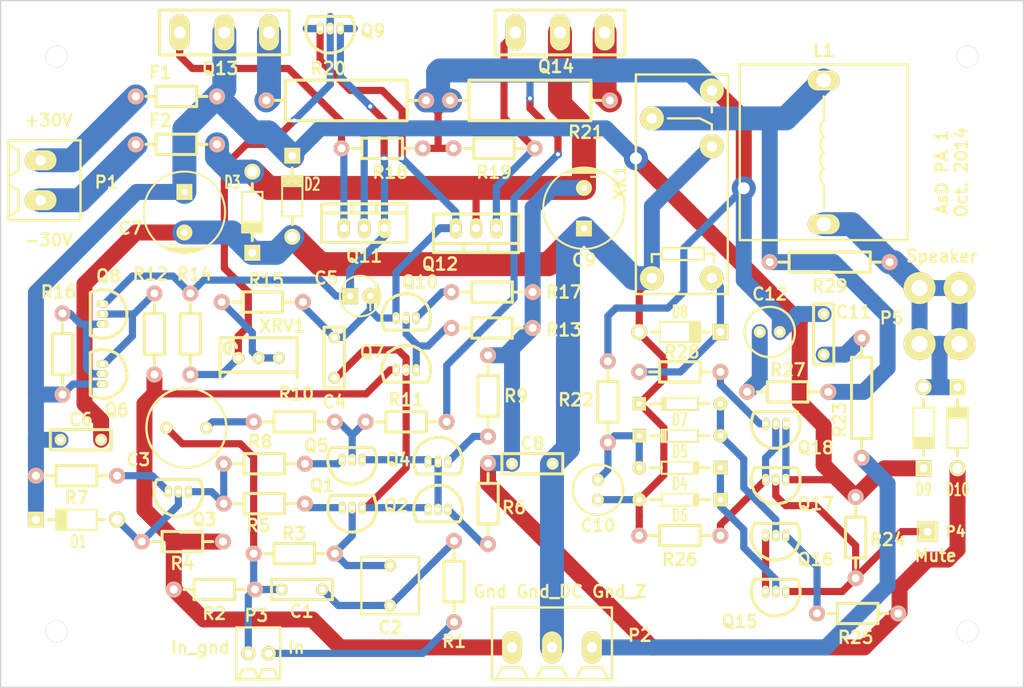
<source format=kicad_pcb>
(kicad_pcb (version 4) (host pcbnew "(2014-jul-16 BZR unknown)-product")

  (general
    (links 134)
    (no_connects 0)
    (area 63.46923 48.924999 228.72889 135.075001)
    (thickness 1.6)
    (drawings 12)
    (tracks 414)
    (zones 0)
    (modules 83)
    (nets 49)
  )

  (page A4)
  (title_block
    (title "AsD PA 1")
    (company "Asbjørn Djupdal")
  )

  (layers
    (0 F.Cu signal)
    (31 B.Cu signal)
    (36 B.SilkS user)
    (37 F.SilkS user)
    (38 B.Mask user)
    (39 F.Mask user)
    (44 Edge.Cuts user)
  )

  (setup
    (last_trace_width 0.5)
    (user_trace_width 0.5)
    (user_trace_width 0.9)
    (user_trace_width 2)
    (user_trace_width 3)
    (trace_clearance 0.15)
    (zone_clearance 0.508)
    (zone_45_only no)
    (trace_min 0.15)
    (segment_width 0.2)
    (edge_width 0.15)
    (via_size 1)
    (via_drill 0.5)
    (via_min_size 1)
    (via_min_drill 0.5)
    (user_via 1 0.5)
    (user_via 2 1)
    (user_via 3 1.5)
    (uvia_size 0.38)
    (uvia_drill 0.15)
    (uvias_allowed no)
    (uvia_min_size 0.38)
    (uvia_min_drill 0.15)
    (pcb_text_width 0.3)
    (pcb_text_size 1.5 1.5)
    (mod_edge_width 0.15)
    (mod_text_size 1.5 1.5)
    (mod_text_width 0.15)
    (pad_size 1.4 1.4)
    (pad_drill 0.6)
    (pad_to_mask_clearance 0.2)
    (aux_axis_origin 82 49)
    (visible_elements FFFFFF7F)
    (pcbplotparams
      (layerselection 0x010f0_80000001)
      (usegerberextensions true)
      (excludeedgelayer true)
      (linewidth 0.100000)
      (plotframeref false)
      (viasonmask false)
      (mode 1)
      (useauxorigin false)
      (hpglpennumber 1)
      (hpglpenspeed 20)
      (hpglpendiameter 15)
      (hpglpenoverlay 2)
      (psnegative false)
      (psa4output false)
      (plotreference true)
      (plotvalue true)
      (plotinvisibletext false)
      (padsonsilk false)
      (subtractmaskfromsilk false)
      (outputformat 1)
      (mirror false)
      (drillshape 0)
      (scaleselection 1)
      (outputdirectory asd_pa_1/))
  )

  (net 0 "")
  (net 1 "Net-(C1-Pad1)")
  (net 2 "Net-(C2-Pad2)")
  (net 3 "Net-(C3-Pad2)")
  (net 4 "Net-(C4-Pad1)")
  (net 5 "Net-(C4-Pad2)")
  (net 6 "Net-(C5-Pad1)")
  (net 7 VCC)
  (net 8 /Protection/Gnd)
  (net 9 VEE)
  (net 10 "Net-(C10-Pad1)")
  (net 11 /Protection/AmpOut)
  (net 12 "Net-(C11-Pad2)")
  (net 13 "Net-(C12-Pad2)")
  (net 14 "Net-(D1-Pad1)")
  (net 15 "Net-(D4-Pad2)")
  (net 16 "Net-(D5-Pad1)")
  (net 17 "Net-(D8-Pad2)")
  (net 18 /Protection/Speaker)
  (net 19 "Net-(F1-Pad1)")
  (net 20 "Net-(F2-Pad1)")
  (net 21 "Net-(L1-Pad1)")
  (net 22 GND)
  (net 23 /Protection/GndZ)
  (net 24 /in)
  (net 25 /Protection/Mute)
  (net 26 "Net-(Q1-Pad3)")
  (net 27 "Net-(Q2-Pad2)")
  (net 28 "Net-(Q2-Pad3)")
  (net 29 "Net-(Q3-Pad3)")
  (net 30 "Net-(Q3-Pad1)")
  (net 31 "Net-(Q4-Pad3)")
  (net 32 "Net-(Q5-Pad2)")
  (net 33 "Net-(Q5-Pad3)")
  (net 34 "Net-(Q6-Pad2)")
  (net 35 "Net-(Q6-Pad1)")
  (net 36 "Net-(Q10-Pad2)")
  (net 37 "Net-(Q9-Pad2)")
  (net 38 "Net-(Q10-Pad3)")
  (net 39 "Net-(Q11-Pad1)")
  (net 40 "Net-(Q12-Pad1)")
  (net 41 "Net-(Q13-Pad3)")
  (net 42 "Net-(Q14-Pad3)")
  (net 43 "Net-(Q15-Pad3)")
  (net 44 "Net-(Q16-Pad1)")
  (net 45 "Net-(Q17-Pad3)")
  (net 46 "Net-(Q18-Pad3)")
  (net 47 "Net-(R15-Pad1)")
  (net 48 /in_gnd)

  (net_class Default "This is the default net class."
    (clearance 0.15)
    (trace_width 0.5)
    (via_dia 1)
    (via_drill 0.5)
    (uvia_dia 0.38)
    (uvia_drill 0.15)
    (add_net /Protection/AmpOut)
    (add_net /Protection/Gnd)
    (add_net /Protection/GndZ)
    (add_net /Protection/Mute)
    (add_net /Protection/Speaker)
    (add_net /in)
    (add_net /in_gnd)
    (add_net GND)
    (add_net "Net-(C1-Pad1)")
    (add_net "Net-(C10-Pad1)")
    (add_net "Net-(C11-Pad2)")
    (add_net "Net-(C12-Pad2)")
    (add_net "Net-(C2-Pad2)")
    (add_net "Net-(C3-Pad2)")
    (add_net "Net-(C4-Pad1)")
    (add_net "Net-(C4-Pad2)")
    (add_net "Net-(C5-Pad1)")
    (add_net "Net-(D1-Pad1)")
    (add_net "Net-(D4-Pad2)")
    (add_net "Net-(D5-Pad1)")
    (add_net "Net-(D8-Pad2)")
    (add_net "Net-(F1-Pad1)")
    (add_net "Net-(F2-Pad1)")
    (add_net "Net-(L1-Pad1)")
    (add_net "Net-(Q1-Pad3)")
    (add_net "Net-(Q10-Pad2)")
    (add_net "Net-(Q10-Pad3)")
    (add_net "Net-(Q11-Pad1)")
    (add_net "Net-(Q12-Pad1)")
    (add_net "Net-(Q13-Pad3)")
    (add_net "Net-(Q14-Pad3)")
    (add_net "Net-(Q15-Pad3)")
    (add_net "Net-(Q16-Pad1)")
    (add_net "Net-(Q17-Pad3)")
    (add_net "Net-(Q18-Pad3)")
    (add_net "Net-(Q2-Pad2)")
    (add_net "Net-(Q2-Pad3)")
    (add_net "Net-(Q3-Pad1)")
    (add_net "Net-(Q3-Pad3)")
    (add_net "Net-(Q4-Pad3)")
    (add_net "Net-(Q5-Pad2)")
    (add_net "Net-(Q5-Pad3)")
    (add_net "Net-(Q6-Pad1)")
    (add_net "Net-(Q6-Pad2)")
    (add_net "Net-(Q9-Pad2)")
    (add_net "Net-(R15-Pad1)")
    (add_net VCC)
    (add_net VEE)
  )

  (module Capacitors_ThroughHole:Capacitor7x2.5RM5 (layer F.Cu) (tedit 5438163D) (tstamp 5436CE16)
    (at 122.25 122.75 180)
    (descr "Capacitor 7mm x 2,5mm RM 5mm")
    (tags "Capacitor Kondensator")
    (path /53D6AC9C)
    (fp_text reference C1 (at 2.58 -2.73 180) (layer F.SilkS)
      (effects (font (thickness 0.3048)))
    )
    (fp_text value 270p (at 2 3 180) (layer F.SilkS) hide
      (effects (font (thickness 0.3048)))
    )
    (fp_line (start 6.35 1.27) (end 6.35 -1.27) (layer F.SilkS) (width 0.381))
    (fp_line (start 6.35 -1.27) (end -1.27 -1.27) (layer F.SilkS) (width 0.381))
    (fp_line (start -1.27 -1.27) (end -1.27 1.27) (layer F.SilkS) (width 0.381))
    (fp_line (start -1.27 1.27) (end 6.35 1.27) (layer F.SilkS) (width 0.381))
    (pad 1 thru_hole circle (at 0 0 180) (size 1.50114 1.50114) (drill 0.8001) (layers *.Cu *.Mask F.SilkS)
      (net 1 "Net-(C1-Pad1)"))
    (pad 2 thru_hole circle (at 5.08 0 180) (size 1.50114 1.50114) (drill 0.8001) (layers *.Cu *.Mask F.SilkS)
      (net 48 /in_gnd))
  )

  (module Capacitors_ThroughHole:Capacitor7x2.5RM5 (layer F.Cu) (tedit 5437F4E2) (tstamp 5436CE34)
    (at 123.75 96.25 90)
    (descr "Capacitor 7mm x 2,5mm RM 5mm")
    (tags "Capacitor Kondensator")
    (path /53D668B4)
    (fp_text reference C4 (at -3 0 180) (layer F.SilkS)
      (effects (font (thickness 0.3048)))
    )
    (fp_text value 100p (at 1.27 3.81 90) (layer F.SilkS) hide
      (effects (font (thickness 0.3048)))
    )
    (fp_line (start 6.35 1.27) (end 6.35 -1.27) (layer F.SilkS) (width 0.381))
    (fp_line (start 6.35 -1.27) (end -1.27 -1.27) (layer F.SilkS) (width 0.381))
    (fp_line (start -1.27 -1.27) (end -1.27 1.27) (layer F.SilkS) (width 0.381))
    (fp_line (start -1.27 1.27) (end 6.35 1.27) (layer F.SilkS) (width 0.381))
    (pad 1 thru_hole circle (at 0 0 90) (size 1.50114 1.50114) (drill 0.8001) (layers *.Cu *.Mask F.SilkS)
      (net 4 "Net-(C4-Pad1)"))
    (pad 2 thru_hole circle (at 5.08 0 90) (size 1.50114 1.50114) (drill 0.8001) (layers *.Cu *.Mask F.SilkS)
      (net 5 "Net-(C4-Pad2)"))
  )

  (module Capacitors_ThroughHole:Capacitor5x11RM2.5 (layer F.Cu) (tedit 54383BE5) (tstamp 5436CE40)
    (at 127 86 270)
    (descr "Capacitor, pol, cyl 5x11mm")
    (path /54189F9D)
    (fp_text reference C5 (at -2.25 4.25 360) (layer F.SilkS)
      (effects (font (thickness 0.3048)))
    )
    (fp_text value 10u (at 0 3.81 270) (layer F.SilkS) hide
      (effects (font (thickness 0.3048)))
    )
    (fp_line (start 0.889 -1.27) (end 1.778 -1.27) (layer F.SilkS) (width 0.254))
    (fp_line (start 1.016 -2.286) (end -1.016 -2.286) (layer F.SilkS) (width 0.254))
    (fp_line (start -1.016 -2.286) (end -1.016 -2.159) (layer F.SilkS) (width 0.254))
    (fp_line (start -1.016 -2.159) (end 1.016 -2.159) (layer F.SilkS) (width 0.254))
    (fp_line (start -1.524 -2.032) (end 1.524 -2.032) (layer F.SilkS) (width 0.254))
    (fp_circle (center 0 0) (end -2.54 0) (layer F.SilkS) (width 0.254))
    (pad 1 thru_hole rect (at 0 1.27 270) (size 1.99898 1.99898) (drill 0.8001) (layers *.Cu *.Mask F.SilkS)
      (net 6 "Net-(C5-Pad1)"))
    (pad 2 thru_hole circle (at 0 -1.27 270) (size 1.99898 1.99898) (drill 0.8001) (layers *.Cu *.Mask F.SilkS)
      (net 5 "Net-(C4-Pad2)"))
    (model discret/Capacitor/cp_5x11mm.wrl
      (at (xyz 0 0 0))
      (scale (xyz 1 1 1))
      (rotate (xyz 0 0 0))
    )
  )

  (module Capacitors_ThroughHole:Capacitor7x2.5RM5 (layer F.Cu) (tedit 5436E523) (tstamp 5436CE4A)
    (at 89.5 104)
    (descr "Capacitor 7mm x 2,5mm RM 5mm")
    (tags "Capacitor Kondensator")
    (path /5436F4FD)
    (fp_text reference C6 (at 2.54 -2.54) (layer F.SilkS)
      (effects (font (thickness 0.3048)))
    )
    (fp_text value 100n (at 1.27 3.81) (layer F.SilkS) hide
      (effects (font (thickness 0.3048)))
    )
    (fp_line (start 6.35 1.27) (end 6.35 -1.27) (layer F.SilkS) (width 0.381))
    (fp_line (start 6.35 -1.27) (end -1.27 -1.27) (layer F.SilkS) (width 0.381))
    (fp_line (start -1.27 -1.27) (end -1.27 1.27) (layer F.SilkS) (width 0.381))
    (fp_line (start -1.27 1.27) (end 6.35 1.27) (layer F.SilkS) (width 0.381))
    (pad 1 thru_hole circle (at 0 0) (size 1.50114 1.50114) (drill 0.8001) (layers *.Cu *.Mask F.SilkS)
      (net 7 VCC))
    (pad 2 thru_hole circle (at 5.08 0) (size 1.50114 1.50114) (drill 0.8001) (layers *.Cu *.Mask F.SilkS)
      (net 8 /Protection/Gnd))
  )

  (module Capacitors_ThroughHole:Capacitor10x25RM2.5 (layer F.Cu) (tedit 54394F70) (tstamp 5436CE5B)
    (at 105 75.5 180)
    (descr "Capacitor, pol, cyl 10x25mm")
    (path /5406C45C)
    (fp_text reference C7 (at 6.75 -2 180) (layer F.SilkS)
      (effects (font (thickness 0.3048)))
    )
    (fp_text value 220u (at 0 6.35 180) (layer F.SilkS) hide
      (effects (font (thickness 0.3048)))
    )
    (fp_line (start -2.413 -4.445) (end 2.413 -4.445) (layer F.SilkS) (width 0.254))
    (fp_line (start 1.143 -4.826) (end -1.143 -4.826) (layer F.SilkS) (width 0.254))
    (fp_circle (center 0 0) (end 5.08 0.381) (layer F.SilkS) (width 0.254))
    (fp_line (start 2.032 -4.445) (end -2.032 -4.445) (layer F.SilkS) (width 0.254))
    (fp_line (start -2.032 -4.445) (end -1.651 -4.572) (layer F.SilkS) (width 0.254))
    (fp_line (start -1.651 -4.572) (end 1.651 -4.572) (layer F.SilkS) (width 0.254))
    (fp_line (start 1.651 -4.572) (end 2.032 -4.445) (layer F.SilkS) (width 0.254))
    (fp_line (start 0.889 -3.937) (end 1.778 -3.937) (layer F.SilkS) (width 0.254))
    (fp_line (start 1.016 -4.953) (end -1.016 -4.953) (layer F.SilkS) (width 0.254))
    (fp_line (start -1.016 -4.826) (end 1.016 -4.826) (layer F.SilkS) (width 0.254))
    (fp_line (start -1.524 -4.699) (end 1.524 -4.699) (layer F.SilkS) (width 0.254))
    (pad 1 thru_hole rect (at 0 2.54 180) (size 1.99898 1.99898) (drill 0.8001) (layers *.Cu *.Mask F.SilkS)
      (net 7 VCC))
    (pad 2 thru_hole circle (at 0 -2.54 180) (size 1.99898 1.99898) (drill 0.8001) (layers *.Cu *.Mask F.SilkS)
      (net 8 /Protection/Gnd))
    (model discret/Capacitor/cp_10x25mm.wrl
      (at (xyz 0 0 0))
      (scale (xyz 1 1 1))
      (rotate (xyz 0 0 0))
    )
  )

  (module Capacitors_ThroughHole:Capacitor7x2.5RM5 (layer F.Cu) (tedit 5436E52E) (tstamp 5436CE65)
    (at 146 107)
    (descr "Capacitor 7mm x 2,5mm RM 5mm")
    (tags "Capacitor Kondensator")
    (path /5436FAA2)
    (fp_text reference C8 (at 2.54 -2.54) (layer F.SilkS)
      (effects (font (thickness 0.3048)))
    )
    (fp_text value 100n (at 1.27 3.81) (layer F.SilkS) hide
      (effects (font (thickness 0.3048)))
    )
    (fp_line (start 6.35 1.27) (end 6.35 -1.27) (layer F.SilkS) (width 0.381))
    (fp_line (start 6.35 -1.27) (end -1.27 -1.27) (layer F.SilkS) (width 0.381))
    (fp_line (start -1.27 -1.27) (end -1.27 1.27) (layer F.SilkS) (width 0.381))
    (fp_line (start -1.27 1.27) (end 6.35 1.27) (layer F.SilkS) (width 0.381))
    (pad 1 thru_hole circle (at 0 0) (size 1.50114 1.50114) (drill 0.8001) (layers *.Cu *.Mask F.SilkS)
      (net 9 VEE))
    (pad 2 thru_hole circle (at 5.08 0) (size 1.50114 1.50114) (drill 0.8001) (layers *.Cu *.Mask F.SilkS)
      (net 8 /Protection/Gnd))
  )

  (module Capacitors_ThroughHole:Capacitor10x25RM2.5 (layer F.Cu) (tedit 54383C77) (tstamp 5436CE76)
    (at 155 75)
    (descr "Capacitor, pol, cyl 10x25mm")
    (path /5406C472)
    (fp_text reference C9 (at 0 6.5) (layer F.SilkS)
      (effects (font (thickness 0.3048)))
    )
    (fp_text value 220u (at 0 6.35) (layer F.SilkS) hide
      (effects (font (thickness 0.3048)))
    )
    (fp_line (start -2.413 -4.445) (end 2.413 -4.445) (layer F.SilkS) (width 0.254))
    (fp_line (start 1.143 -4.826) (end -1.143 -4.826) (layer F.SilkS) (width 0.254))
    (fp_circle (center 0 0) (end 5.08 0.381) (layer F.SilkS) (width 0.254))
    (fp_line (start 2.032 -4.445) (end -2.032 -4.445) (layer F.SilkS) (width 0.254))
    (fp_line (start -2.032 -4.445) (end -1.651 -4.572) (layer F.SilkS) (width 0.254))
    (fp_line (start -1.651 -4.572) (end 1.651 -4.572) (layer F.SilkS) (width 0.254))
    (fp_line (start 1.651 -4.572) (end 2.032 -4.445) (layer F.SilkS) (width 0.254))
    (fp_line (start 0.889 -3.937) (end 1.778 -3.937) (layer F.SilkS) (width 0.254))
    (fp_line (start 1.016 -4.953) (end -1.016 -4.953) (layer F.SilkS) (width 0.254))
    (fp_line (start -1.016 -4.826) (end 1.016 -4.826) (layer F.SilkS) (width 0.254))
    (fp_line (start -1.524 -4.699) (end 1.524 -4.699) (layer F.SilkS) (width 0.254))
    (pad 1 thru_hole rect (at 0 2.54) (size 1.99898 1.99898) (drill 0.8001) (layers *.Cu *.Mask F.SilkS)
      (net 8 /Protection/Gnd))
    (pad 2 thru_hole circle (at 0 -2.54) (size 1.99898 1.99898) (drill 0.8001) (layers *.Cu *.Mask F.SilkS)
      (net 9 VEE))
    (model discret/Capacitor/cp_10x25mm.wrl
      (at (xyz 0 0 0))
      (scale (xyz 1 1 1))
      (rotate (xyz 0 0 0))
    )
  )

  (module Diodes_ThroughHole:Diode_DO-41_SOD81_Horizontal_RM10 (layer F.Cu) (tedit 54383C3A) (tstamp 5436CEAA)
    (at 91.5 114 180)
    (descr "Diode, DO-41, SOD81, Horizontal, RM 10mm,")
    (tags "Diode, DO-41, SOD81, Horizontal, RM 10mm, 1N4007, SB140,")
    (path /53D63CFF)
    (fp_text reference D1 (at -0.25 -2.75 180) (layer F.SilkS)
      (effects (font (size 1.524 1.016) (thickness 0.254)))
    )
    (fp_text value Z8_2 (at -1.016 -3.556 180) (layer F.SilkS) hide
      (effects (font (size 1.524 1.016) (thickness 0.254)))
    )
    (fp_line (start -2.54 0) (end -3.556 0) (layer F.SilkS) (width 0.381))
    (fp_line (start 2.286 0) (end 3.556 0) (layer F.SilkS) (width 0.381))
    (fp_line (start 2.032 -1.27) (end 2.032 1.27) (layer F.SilkS) (width 0.254))
    (fp_line (start 1.778 -1.27) (end 1.778 1.27) (layer F.SilkS) (width 0.254))
    (fp_line (start 1.524 -1.27) (end 1.524 1.27) (layer F.SilkS) (width 0.254))
    (fp_line (start 2.286 -1.27) (end 2.286 1.27) (layer F.SilkS) (width 0.254))
    (fp_line (start 1.27 -1.27) (end 2.54 1.27) (layer F.SilkS) (width 0.254))
    (fp_line (start 2.54 -1.27) (end 1.27 1.27) (layer F.SilkS) (width 0.254))
    (fp_line (start 1.27 -1.27) (end 1.27 1.27) (layer F.SilkS) (width 0.254))
    (fp_line (start 1.905 -1.27) (end 1.905 1.27) (layer F.SilkS) (width 0.254))
    (fp_line (start 2.54 1.27) (end 2.54 -1.27) (layer F.SilkS) (width 0.254))
    (fp_line (start 2.54 -1.27) (end -2.54 -1.27) (layer F.SilkS) (width 0.254))
    (fp_line (start -2.54 -1.27) (end -2.54 1.27) (layer F.SilkS) (width 0.254))
    (fp_line (start -2.54 1.27) (end 2.54 1.27) (layer F.SilkS) (width 0.254))
    (pad 1 thru_hole circle (at -5.08 0 180) (size 1.99898 1.99898) (drill 1.27) (layers *.Cu *.Mask F.SilkS)
      (net 14 "Net-(D1-Pad1)"))
    (pad 2 thru_hole rect (at 5.08 0 180) (size 1.99898 1.99898) (drill 1.00076) (layers *.Cu *.Mask F.SilkS)
      (net 7 VCC))
  )

  (module Diodes_ThroughHole:Diode_DO-41_SOD81_Horizontal_RM10 (layer F.Cu) (tedit 54383CF8) (tstamp 5436CEBE)
    (at 118.5 73.5 90)
    (descr "Diode, DO-41, SOD81, Horizontal, RM 10mm,")
    (tags "Diode, DO-41, SOD81, Horizontal, RM 10mm, 1N4007, SB140,")
    (path /541436AD)
    (fp_text reference D2 (at 1.5 2.5 180) (layer F.SilkS)
      (effects (font (size 1.524 1.016) (thickness 0.254)))
    )
    (fp_text value 1N4004 (at -1.016 -3.556 90) (layer F.SilkS) hide
      (effects (font (size 1.524 1.016) (thickness 0.254)))
    )
    (fp_line (start -2.54 0) (end -3.556 0) (layer F.SilkS) (width 0.381))
    (fp_line (start 2.286 0) (end 3.556 0) (layer F.SilkS) (width 0.381))
    (fp_line (start 2.032 -1.27) (end 2.032 1.27) (layer F.SilkS) (width 0.254))
    (fp_line (start 1.778 -1.27) (end 1.778 1.27) (layer F.SilkS) (width 0.254))
    (fp_line (start 1.524 -1.27) (end 1.524 1.27) (layer F.SilkS) (width 0.254))
    (fp_line (start 2.286 -1.27) (end 2.286 1.27) (layer F.SilkS) (width 0.254))
    (fp_line (start 1.27 -1.27) (end 2.54 1.27) (layer F.SilkS) (width 0.254))
    (fp_line (start 2.54 -1.27) (end 1.27 1.27) (layer F.SilkS) (width 0.254))
    (fp_line (start 1.27 -1.27) (end 1.27 1.27) (layer F.SilkS) (width 0.254))
    (fp_line (start 1.905 -1.27) (end 1.905 1.27) (layer F.SilkS) (width 0.254))
    (fp_line (start 2.54 1.27) (end 2.54 -1.27) (layer F.SilkS) (width 0.254))
    (fp_line (start 2.54 -1.27) (end -2.54 -1.27) (layer F.SilkS) (width 0.254))
    (fp_line (start -2.54 -1.27) (end -2.54 1.27) (layer F.SilkS) (width 0.254))
    (fp_line (start -2.54 1.27) (end 2.54 1.27) (layer F.SilkS) (width 0.254))
    (pad 1 thru_hole circle (at -5.08 0 90) (size 1.99898 1.99898) (drill 1.27) (layers *.Cu *.Mask F.SilkS)
      (net 8 /Protection/Gnd))
    (pad 2 thru_hole rect (at 5.08 0 90) (size 1.99898 1.99898) (drill 1.00076) (layers *.Cu *.Mask F.SilkS)
      (net 7 VCC))
  )

  (module Diodes_ThroughHole:Diode_DO-41_SOD81_Horizontal_RM10 (layer F.Cu) (tedit 54383CF4) (tstamp 5436CED2)
    (at 113.5 75.5 270)
    (descr "Diode, DO-41, SOD81, Horizontal, RM 10mm,")
    (tags "Diode, DO-41, SOD81, Horizontal, RM 10mm, 1N4007, SB140,")
    (path /541436D1)
    (fp_text reference D3 (at -3.75 2.5 360) (layer F.SilkS)
      (effects (font (size 1.524 1.016) (thickness 0.254)))
    )
    (fp_text value 1N4004 (at -1.016 -3.556 270) (layer F.SilkS) hide
      (effects (font (size 1.524 1.016) (thickness 0.254)))
    )
    (fp_line (start -2.54 0) (end -3.556 0) (layer F.SilkS) (width 0.381))
    (fp_line (start 2.286 0) (end 3.556 0) (layer F.SilkS) (width 0.381))
    (fp_line (start 2.032 -1.27) (end 2.032 1.27) (layer F.SilkS) (width 0.254))
    (fp_line (start 1.778 -1.27) (end 1.778 1.27) (layer F.SilkS) (width 0.254))
    (fp_line (start 1.524 -1.27) (end 1.524 1.27) (layer F.SilkS) (width 0.254))
    (fp_line (start 2.286 -1.27) (end 2.286 1.27) (layer F.SilkS) (width 0.254))
    (fp_line (start 1.27 -1.27) (end 2.54 1.27) (layer F.SilkS) (width 0.254))
    (fp_line (start 2.54 -1.27) (end 1.27 1.27) (layer F.SilkS) (width 0.254))
    (fp_line (start 1.27 -1.27) (end 1.27 1.27) (layer F.SilkS) (width 0.254))
    (fp_line (start 1.905 -1.27) (end 1.905 1.27) (layer F.SilkS) (width 0.254))
    (fp_line (start 2.54 1.27) (end 2.54 -1.27) (layer F.SilkS) (width 0.254))
    (fp_line (start 2.54 -1.27) (end -2.54 -1.27) (layer F.SilkS) (width 0.254))
    (fp_line (start -2.54 -1.27) (end -2.54 1.27) (layer F.SilkS) (width 0.254))
    (fp_line (start -2.54 1.27) (end 2.54 1.27) (layer F.SilkS) (width 0.254))
    (pad 1 thru_hole circle (at -5.08 0 270) (size 1.99898 1.99898) (drill 1.27) (layers *.Cu *.Mask F.SilkS)
      (net 9 VEE))
    (pad 2 thru_hole rect (at 5.08 0 270) (size 1.99898 1.99898) (drill 1.00076) (layers *.Cu *.Mask F.SilkS)
      (net 8 /Protection/Gnd))
  )

  (module Diodes_ThroughHole:Diode_DO-35_SOD27_Horizontal_RM10 (layer F.Cu) (tedit 54383D64) (tstamp 5436CEE1)
    (at 167 107.5)
    (descr "Diode, DO-35,  SOD27, Horizontal, RM 10mm")
    (tags "Diode, DO-35, SOD27, Horizontal, RM 10mm, 1N4148,")
    (path /5411DDF6/54160A3F)
    (fp_text reference D4 (at 0 2) (layer F.SilkS)
      (effects (font (size 1.524 1.016) (thickness 0.254)))
    )
    (fp_text value 1N4148 (at -1.016 -3.556) (layer F.SilkS) hide
      (effects (font (size 1.524 1.016) (thickness 0.254)))
    )
    (fp_line (start -2.286 0) (end -3.683 0) (layer F.SilkS) (width 0.381))
    (fp_line (start 2.159 0) (end 3.683 0) (layer F.SilkS) (width 0.381))
    (fp_line (start 1.778 -0.762) (end 1.778 0.762) (layer F.SilkS) (width 0.254))
    (fp_line (start 2.032 -0.762) (end 2.032 0.762) (layer F.SilkS) (width 0.254))
    (fp_line (start 2.286 0) (end 2.286 0.762) (layer F.SilkS) (width 0.254))
    (fp_line (start 2.286 0.762) (end -2.286 0.762) (layer F.SilkS) (width 0.254))
    (fp_line (start -2.286 0.762) (end -2.286 -0.762) (layer F.SilkS) (width 0.254))
    (fp_line (start -2.286 -0.762) (end 2.286 -0.762) (layer F.SilkS) (width 0.254))
    (fp_line (start 2.286 -0.762) (end 2.286 0) (layer F.SilkS) (width 0.254))
    (pad 1 thru_hole circle (at -5.08 0) (size 1.69926 1.69926) (drill 0.70104) (layers *.Cu *.Mask F.SilkS)
      (net 10 "Net-(C10-Pad1)"))
    (pad 2 thru_hole rect (at 5.08 0) (size 1.69926 1.69926) (drill 0.70104) (layers *.Cu *.Mask F.SilkS)
      (net 15 "Net-(D4-Pad2)"))
    (model discret/diode.wrl
      (at (xyz 0 0 0))
      (scale (xyz 0.4 0.4 0.4))
      (rotate (xyz 0 0 0))
    )
  )

  (module Diodes_ThroughHole:Diode_DO-35_SOD27_Horizontal_RM10 (layer F.Cu) (tedit 54383D66) (tstamp 5436CEF0)
    (at 167 103.5 180)
    (descr "Diode, DO-35,  SOD27, Horizontal, RM 10mm")
    (tags "Diode, DO-35, SOD27, Horizontal, RM 10mm, 1N4148,")
    (path /5411DDF6/54160A4C)
    (fp_text reference D5 (at 0 -2 180) (layer F.SilkS)
      (effects (font (size 1.524 1.016) (thickness 0.254)))
    )
    (fp_text value 1N4148 (at -1.016 -3.556 180) (layer F.SilkS) hide
      (effects (font (size 1.524 1.016) (thickness 0.254)))
    )
    (fp_line (start -2.286 0) (end -3.683 0) (layer F.SilkS) (width 0.381))
    (fp_line (start 2.159 0) (end 3.683 0) (layer F.SilkS) (width 0.381))
    (fp_line (start 1.778 -0.762) (end 1.778 0.762) (layer F.SilkS) (width 0.254))
    (fp_line (start 2.032 -0.762) (end 2.032 0.762) (layer F.SilkS) (width 0.254))
    (fp_line (start 2.286 0) (end 2.286 0.762) (layer F.SilkS) (width 0.254))
    (fp_line (start 2.286 0.762) (end -2.286 0.762) (layer F.SilkS) (width 0.254))
    (fp_line (start -2.286 0.762) (end -2.286 -0.762) (layer F.SilkS) (width 0.254))
    (fp_line (start -2.286 -0.762) (end 2.286 -0.762) (layer F.SilkS) (width 0.254))
    (fp_line (start 2.286 -0.762) (end 2.286 0) (layer F.SilkS) (width 0.254))
    (pad 1 thru_hole circle (at -5.08 0 180) (size 1.69926 1.69926) (drill 0.70104) (layers *.Cu *.Mask F.SilkS)
      (net 16 "Net-(D5-Pad1)"))
    (pad 2 thru_hole rect (at 5.08 0 180) (size 1.69926 1.69926) (drill 0.70104) (layers *.Cu *.Mask F.SilkS)
      (net 10 "Net-(C10-Pad1)"))
    (model discret/diode.wrl
      (at (xyz 0 0 0))
      (scale (xyz 0.4 0.4 0.4))
      (rotate (xyz 0 0 0))
    )
  )

  (module Diodes_ThroughHole:Diode_DO-35_SOD27_Horizontal_RM10 (layer F.Cu) (tedit 54383D61) (tstamp 5436CEFF)
    (at 167 111.5)
    (descr "Diode, DO-35,  SOD27, Horizontal, RM 10mm")
    (tags "Diode, DO-35, SOD27, Horizontal, RM 10mm, 1N4148,")
    (path /5411DDF6/54160B69)
    (fp_text reference D6 (at 0 2) (layer F.SilkS)
      (effects (font (size 1.524 1.016) (thickness 0.254)))
    )
    (fp_text value 1N4148 (at -1.016 -3.556) (layer F.SilkS) hide
      (effects (font (size 1.524 1.016) (thickness 0.254)))
    )
    (fp_line (start -2.286 0) (end -3.683 0) (layer F.SilkS) (width 0.381))
    (fp_line (start 2.159 0) (end 3.683 0) (layer F.SilkS) (width 0.381))
    (fp_line (start 1.778 -0.762) (end 1.778 0.762) (layer F.SilkS) (width 0.254))
    (fp_line (start 2.032 -0.762) (end 2.032 0.762) (layer F.SilkS) (width 0.254))
    (fp_line (start 2.286 0) (end 2.286 0.762) (layer F.SilkS) (width 0.254))
    (fp_line (start 2.286 0.762) (end -2.286 0.762) (layer F.SilkS) (width 0.254))
    (fp_line (start -2.286 0.762) (end -2.286 -0.762) (layer F.SilkS) (width 0.254))
    (fp_line (start -2.286 -0.762) (end 2.286 -0.762) (layer F.SilkS) (width 0.254))
    (fp_line (start 2.286 -0.762) (end 2.286 0) (layer F.SilkS) (width 0.254))
    (pad 1 thru_hole circle (at -5.08 0) (size 1.69926 1.69926) (drill 0.70104) (layers *.Cu *.Mask F.SilkS)
      (net 8 /Protection/Gnd))
    (pad 2 thru_hole rect (at 5.08 0) (size 1.69926 1.69926) (drill 0.70104) (layers *.Cu *.Mask F.SilkS)
      (net 15 "Net-(D4-Pad2)"))
    (model discret/diode.wrl
      (at (xyz 0 0 0))
      (scale (xyz 0.4 0.4 0.4))
      (rotate (xyz 0 0 0))
    )
  )

  (module Diodes_ThroughHole:Diode_DO-35_SOD27_Horizontal_RM10 (layer F.Cu) (tedit 54383D6A) (tstamp 5436CF0E)
    (at 167 99.5 180)
    (descr "Diode, DO-35,  SOD27, Horizontal, RM 10mm")
    (tags "Diode, DO-35, SOD27, Horizontal, RM 10mm, 1N4148,")
    (path /5411DDF6/54160B51)
    (fp_text reference D7 (at 0 -2 180) (layer F.SilkS)
      (effects (font (size 1.524 1.016) (thickness 0.254)))
    )
    (fp_text value 1N4148 (at -1.016 -3.556 180) (layer F.SilkS) hide
      (effects (font (size 1.524 1.016) (thickness 0.254)))
    )
    (fp_line (start -2.286 0) (end -3.683 0) (layer F.SilkS) (width 0.381))
    (fp_line (start 2.159 0) (end 3.683 0) (layer F.SilkS) (width 0.381))
    (fp_line (start 1.778 -0.762) (end 1.778 0.762) (layer F.SilkS) (width 0.254))
    (fp_line (start 2.032 -0.762) (end 2.032 0.762) (layer F.SilkS) (width 0.254))
    (fp_line (start 2.286 0) (end 2.286 0.762) (layer F.SilkS) (width 0.254))
    (fp_line (start 2.286 0.762) (end -2.286 0.762) (layer F.SilkS) (width 0.254))
    (fp_line (start -2.286 0.762) (end -2.286 -0.762) (layer F.SilkS) (width 0.254))
    (fp_line (start -2.286 -0.762) (end 2.286 -0.762) (layer F.SilkS) (width 0.254))
    (fp_line (start 2.286 -0.762) (end 2.286 0) (layer F.SilkS) (width 0.254))
    (pad 1 thru_hole circle (at -5.08 0 180) (size 1.69926 1.69926) (drill 0.70104) (layers *.Cu *.Mask F.SilkS)
      (net 16 "Net-(D5-Pad1)"))
    (pad 2 thru_hole rect (at 5.08 0 180) (size 1.69926 1.69926) (drill 0.70104) (layers *.Cu *.Mask F.SilkS)
      (net 8 /Protection/Gnd))
    (model discret/diode.wrl
      (at (xyz 0 0 0))
      (scale (xyz 0.4 0.4 0.4))
      (rotate (xyz 0 0 0))
    )
  )

  (module Diodes_ThroughHole:Diode_DO-41_SOD81_Horizontal_RM10 (layer F.Cu) (tedit 5437F845) (tstamp 5436CF22)
    (at 167 90.5)
    (descr "Diode, DO-41, SOD81, Horizontal, RM 10mm,")
    (tags "Diode, DO-41, SOD81, Horizontal, RM 10mm, 1N4007, SB140,")
    (path /5411DDF6/5416080C)
    (fp_text reference D8 (at 0 -2.5) (layer F.SilkS)
      (effects (font (size 1.524 1.016) (thickness 0.254)))
    )
    (fp_text value 1N4004 (at -1.016 -3.556) (layer F.SilkS) hide
      (effects (font (size 1.524 1.016) (thickness 0.254)))
    )
    (fp_line (start -2.54 0) (end -3.556 0) (layer F.SilkS) (width 0.381))
    (fp_line (start 2.286 0) (end 3.556 0) (layer F.SilkS) (width 0.381))
    (fp_line (start 2.032 -1.27) (end 2.032 1.27) (layer F.SilkS) (width 0.254))
    (fp_line (start 1.778 -1.27) (end 1.778 1.27) (layer F.SilkS) (width 0.254))
    (fp_line (start 1.524 -1.27) (end 1.524 1.27) (layer F.SilkS) (width 0.254))
    (fp_line (start 2.286 -1.27) (end 2.286 1.27) (layer F.SilkS) (width 0.254))
    (fp_line (start 1.27 -1.27) (end 2.54 1.27) (layer F.SilkS) (width 0.254))
    (fp_line (start 2.54 -1.27) (end 1.27 1.27) (layer F.SilkS) (width 0.254))
    (fp_line (start 1.27 -1.27) (end 1.27 1.27) (layer F.SilkS) (width 0.254))
    (fp_line (start 1.905 -1.27) (end 1.905 1.27) (layer F.SilkS) (width 0.254))
    (fp_line (start 2.54 1.27) (end 2.54 -1.27) (layer F.SilkS) (width 0.254))
    (fp_line (start 2.54 -1.27) (end -2.54 -1.27) (layer F.SilkS) (width 0.254))
    (fp_line (start -2.54 -1.27) (end -2.54 1.27) (layer F.SilkS) (width 0.254))
    (fp_line (start -2.54 1.27) (end 2.54 1.27) (layer F.SilkS) (width 0.254))
    (pad 1 thru_hole circle (at -5.08 0) (size 1.99898 1.99898) (drill 1.27) (layers *.Cu *.Mask F.SilkS)
      (net 8 /Protection/Gnd))
    (pad 2 thru_hole rect (at 5.08 0) (size 1.99898 1.99898) (drill 1.00076) (layers *.Cu *.Mask F.SilkS)
      (net 17 "Net-(D8-Pad2)"))
  )

  (module Diodes_ThroughHole:Diode_DO-41_SOD81_Horizontal_RM10 (layer F.Cu) (tedit 54383D1F) (tstamp 5436CF36)
    (at 197.5 102.5 270)
    (descr "Diode, DO-41, SOD81, Horizontal, RM 10mm,")
    (tags "Diode, DO-41, SOD81, Horizontal, RM 10mm, 1N4007, SB140,")
    (path /5411DDF6/5412EC14)
    (fp_text reference D9 (at 7.75 0 360) (layer F.SilkS)
      (effects (font (size 1.524 1.016) (thickness 0.254)))
    )
    (fp_text value 1N4004 (at -1.016 -3.556 270) (layer F.SilkS) hide
      (effects (font (size 1.524 1.016) (thickness 0.254)))
    )
    (fp_line (start -2.54 0) (end -3.556 0) (layer F.SilkS) (width 0.381))
    (fp_line (start 2.286 0) (end 3.556 0) (layer F.SilkS) (width 0.381))
    (fp_line (start 2.032 -1.27) (end 2.032 1.27) (layer F.SilkS) (width 0.254))
    (fp_line (start 1.778 -1.27) (end 1.778 1.27) (layer F.SilkS) (width 0.254))
    (fp_line (start 1.524 -1.27) (end 1.524 1.27) (layer F.SilkS) (width 0.254))
    (fp_line (start 2.286 -1.27) (end 2.286 1.27) (layer F.SilkS) (width 0.254))
    (fp_line (start 1.27 -1.27) (end 2.54 1.27) (layer F.SilkS) (width 0.254))
    (fp_line (start 2.54 -1.27) (end 1.27 1.27) (layer F.SilkS) (width 0.254))
    (fp_line (start 1.27 -1.27) (end 1.27 1.27) (layer F.SilkS) (width 0.254))
    (fp_line (start 1.905 -1.27) (end 1.905 1.27) (layer F.SilkS) (width 0.254))
    (fp_line (start 2.54 1.27) (end 2.54 -1.27) (layer F.SilkS) (width 0.254))
    (fp_line (start 2.54 -1.27) (end -2.54 -1.27) (layer F.SilkS) (width 0.254))
    (fp_line (start -2.54 -1.27) (end -2.54 1.27) (layer F.SilkS) (width 0.254))
    (fp_line (start -2.54 1.27) (end 2.54 1.27) (layer F.SilkS) (width 0.254))
    (pad 1 thru_hole circle (at -5.08 0 270) (size 1.99898 1.99898) (drill 1.27) (layers *.Cu *.Mask F.SilkS)
      (net 18 /Protection/Speaker))
    (pad 2 thru_hole rect (at 5.08 0 270) (size 1.99898 1.99898) (drill 1.00076) (layers *.Cu *.Mask F.SilkS)
      (net 7 VCC))
  )

  (module Diodes_ThroughHole:Diode_DO-41_SOD81_Horizontal_RM10 (layer F.Cu) (tedit 54383D1C) (tstamp 5436CF4A)
    (at 201.75 102.5 90)
    (descr "Diode, DO-41, SOD81, Horizontal, RM 10mm,")
    (tags "Diode, DO-41, SOD81, Horizontal, RM 10mm, 1N4007, SB140,")
    (path /5411DDF6/5412EC1B)
    (fp_text reference D10 (at -7.75 0 180) (layer F.SilkS)
      (effects (font (size 1.524 1.016) (thickness 0.254)))
    )
    (fp_text value 1N4004 (at -1.016 -3.556 90) (layer F.SilkS) hide
      (effects (font (size 1.524 1.016) (thickness 0.254)))
    )
    (fp_line (start -2.54 0) (end -3.556 0) (layer F.SilkS) (width 0.381))
    (fp_line (start 2.286 0) (end 3.556 0) (layer F.SilkS) (width 0.381))
    (fp_line (start 2.032 -1.27) (end 2.032 1.27) (layer F.SilkS) (width 0.254))
    (fp_line (start 1.778 -1.27) (end 1.778 1.27) (layer F.SilkS) (width 0.254))
    (fp_line (start 1.524 -1.27) (end 1.524 1.27) (layer F.SilkS) (width 0.254))
    (fp_line (start 2.286 -1.27) (end 2.286 1.27) (layer F.SilkS) (width 0.254))
    (fp_line (start 1.27 -1.27) (end 2.54 1.27) (layer F.SilkS) (width 0.254))
    (fp_line (start 2.54 -1.27) (end 1.27 1.27) (layer F.SilkS) (width 0.254))
    (fp_line (start 1.27 -1.27) (end 1.27 1.27) (layer F.SilkS) (width 0.254))
    (fp_line (start 1.905 -1.27) (end 1.905 1.27) (layer F.SilkS) (width 0.254))
    (fp_line (start 2.54 1.27) (end 2.54 -1.27) (layer F.SilkS) (width 0.254))
    (fp_line (start 2.54 -1.27) (end -2.54 -1.27) (layer F.SilkS) (width 0.254))
    (fp_line (start -2.54 -1.27) (end -2.54 1.27) (layer F.SilkS) (width 0.254))
    (fp_line (start -2.54 1.27) (end 2.54 1.27) (layer F.SilkS) (width 0.254))
    (pad 1 thru_hole circle (at -5.08 0 90) (size 1.99898 1.99898) (drill 1.27) (layers *.Cu *.Mask F.SilkS)
      (net 9 VEE))
    (pad 2 thru_hole rect (at 5.08 0 90) (size 1.99898 1.99898) (drill 1.00076) (layers *.Cu *.Mask F.SilkS)
      (net 18 /Protection/Speaker))
  )

  (module Resistors_ThroughHole:Resistor_Horizontal_RM10mm (layer F.Cu) (tedit 5436EB36) (tstamp 5436CF56)
    (at 104 61)
    (descr "Resistor, Axial,  RM 10mm, 1/3W,")
    (tags "Resistor, Axial, RM 10mm, 1/3W,")
    (path /54142C33)
    (fp_text reference F1 (at -2 -3) (layer F.SilkS)
      (effects (font (thickness 0.3048)))
    )
    (fp_text value 3A (at 3.81 3.81) (layer F.SilkS) hide
      (effects (font (size 1.50114 1.50114) (thickness 0.20066)))
    )
    (fp_line (start -2.54 -1.27) (end 2.54 -1.27) (layer F.SilkS) (width 0.381))
    (fp_line (start 2.54 -1.27) (end 2.54 1.27) (layer F.SilkS) (width 0.381))
    (fp_line (start 2.54 1.27) (end -2.54 1.27) (layer F.SilkS) (width 0.381))
    (fp_line (start -2.54 1.27) (end -2.54 -1.27) (layer F.SilkS) (width 0.381))
    (fp_line (start -2.54 0) (end -3.81 0) (layer F.SilkS) (width 0.381))
    (fp_line (start 2.54 0) (end 3.81 0) (layer F.SilkS) (width 0.381))
    (pad 1 thru_hole circle (at -5.08 0) (size 1.99898 1.99898) (drill 1.00076) (layers *.Cu *.SilkS *.Mask)
      (net 19 "Net-(F1-Pad1)"))
    (pad 2 thru_hole circle (at 5.08 0) (size 1.99898 1.99898) (drill 1.00076) (layers *.Cu *.SilkS *.Mask)
      (net 7 VCC))
    (model discret/resistor_10mm.wrl
      (at (xyz 0 0 0))
      (scale (xyz 0.4 0.4 0.4))
      (rotate (xyz 0 0 0))
    )
  )

  (module Resistors_ThroughHole:Resistor_Horizontal_RM10mm (layer F.Cu) (tedit 54383C60) (tstamp 5436CF62)
    (at 104 67)
    (descr "Resistor, Axial,  RM 10mm, 1/3W,")
    (tags "Resistor, Axial, RM 10mm, 1/3W,")
    (path /54142C47)
    (fp_text reference F2 (at -2 -3) (layer F.SilkS)
      (effects (font (thickness 0.3048)))
    )
    (fp_text value 3A (at 3.81 3.81) (layer F.SilkS) hide
      (effects (font (size 1.50114 1.50114) (thickness 0.20066)))
    )
    (fp_line (start -2.54 -1.27) (end 2.54 -1.27) (layer F.SilkS) (width 0.381))
    (fp_line (start 2.54 -1.27) (end 2.54 1.27) (layer F.SilkS) (width 0.381))
    (fp_line (start 2.54 1.27) (end -2.54 1.27) (layer F.SilkS) (width 0.381))
    (fp_line (start -2.54 1.27) (end -2.54 -1.27) (layer F.SilkS) (width 0.381))
    (fp_line (start -2.54 0) (end -3.81 0) (layer F.SilkS) (width 0.381))
    (fp_line (start 2.54 0) (end 3.81 0) (layer F.SilkS) (width 0.381))
    (pad 1 thru_hole circle (at -5.08 0) (size 1.99898 1.99898) (drill 1.00076) (layers *.Cu *.SilkS *.Mask)
      (net 20 "Net-(F2-Pad1)"))
    (pad 2 thru_hole circle (at 5.08 0) (size 1.99898 1.99898) (drill 1.00076) (layers *.Cu *.SilkS *.Mask)
      (net 9 VEE))
    (model discret/resistor_10mm.wrl
      (at (xyz 0 0 0))
      (scale (xyz 0.4 0.4 0.4))
      (rotate (xyz 0 0 0))
    )
  )

  (module Pin_Headers:Pin_Header_Straight_1x01 (layer F.Cu) (tedit 5439AD4B) (tstamp 5436CF96)
    (at 198 115.5)
    (descr "Through hole pin header")
    (tags "pin header")
    (path /54333DF2)
    (fp_text reference P4 (at 3.5 0) (layer F.SilkS)
      (effects (font (size 1.27 1.27) (thickness 0.3)))
    )
    (fp_text value CONN_01X01 (at 0 0) (layer F.SilkS) hide
      (effects (font (size 1.27 1.27) (thickness 0.2032)))
    )
    (fp_line (start -1.27 -1.27) (end -1.27 1.27) (layer F.SilkS) (width 0.15))
    (fp_line (start -1.27 1.27) (end 1.27 1.27) (layer F.SilkS) (width 0.15))
    (fp_line (start 1.27 1.27) (end 1.27 -1.27) (layer F.SilkS) (width 0.15))
    (fp_line (start 1.27 -1.27) (end -1.27 -1.27) (layer F.SilkS) (width 0.15))
    (pad 1 thru_hole rect (at 0 0) (size 2.2352 2.2352) (drill 1.016) (layers *.Cu *.Mask F.SilkS)
      (net 25 /Protection/Mute))
    (model Pin_Headers/Pin_Header_Straight_1x01.wrl
      (at (xyz 0 0 0))
      (scale (xyz 1 1 1))
      (rotate (xyz 0 0 0))
    )
  )

  (module Housings_TO-92:TO-92-Free-inline-narrow-oval (layer F.Cu) (tedit 54383C14) (tstamp 5436CFBF)
    (at 126 112.5 270)
    (descr "TO-92 allgemein free inline narrow oval drill 0,6mm")
    (tags "TO-92 allgemein free inline narrow oval drill 0,6mm")
    (path /542BEFB9)
    (fp_text reference Q1 (at -2.75 3.75 360) (layer F.SilkS)
      (effects (font (thickness 0.3048)))
    )
    (fp_text value BC556 (at 3 5 270) (layer F.SilkS) hide
      (effects (font (thickness 0.3048)))
    )
    (fp_line (start 3.048 0) (end 3.048 0.508) (layer F.SilkS) (width 0.381))
    (fp_line (start 3.048 0.508) (end 2.921 1.016) (layer F.SilkS) (width 0.381))
    (fp_line (start 2.921 1.016) (end 2.667 1.524) (layer F.SilkS) (width 0.381))
    (fp_line (start 2.667 1.524) (end 2.413 1.905) (layer F.SilkS) (width 0.381))
    (fp_line (start 2.413 1.905) (end 2.032 2.286) (layer F.SilkS) (width 0.381))
    (fp_line (start 2.032 2.286) (end 1.524 2.667) (layer F.SilkS) (width 0.381))
    (fp_line (start 1.524 2.667) (end 0.889 2.921) (layer F.SilkS) (width 0.381))
    (fp_line (start 0.889 2.921) (end 0.381 3.048) (layer F.SilkS) (width 0.381))
    (fp_line (start 0.381 3.048) (end -0.254 3.048) (layer F.SilkS) (width 0.381))
    (fp_line (start -0.254 3.048) (end -0.889 2.921) (layer F.SilkS) (width 0.381))
    (fp_line (start -0.889 2.921) (end -1.27 2.794) (layer F.SilkS) (width 0.381))
    (fp_line (start -1.27 2.794) (end -1.524 2.667) (layer F.SilkS) (width 0.381))
    (fp_line (start -1.143 -2.794) (end -0.762 -2.921) (layer F.SilkS) (width 0.381))
    (fp_line (start -0.762 -2.921) (end -0.254 -3.048) (layer F.SilkS) (width 0.381))
    (fp_line (start -0.254 -3.048) (end 0.254 -3.048) (layer F.SilkS) (width 0.381))
    (fp_line (start 0.254 -3.048) (end 0.889 -2.921) (layer F.SilkS) (width 0.381))
    (fp_line (start 0.889 -2.921) (end 1.524 -2.667) (layer F.SilkS) (width 0.381))
    (fp_line (start 1.524 -2.667) (end 2.159 -2.286) (layer F.SilkS) (width 0.381))
    (fp_line (start 2.159 -2.286) (end 2.54 -1.651) (layer F.SilkS) (width 0.381))
    (fp_line (start 2.54 -1.651) (end 2.794 -1.27) (layer F.SilkS) (width 0.381))
    (fp_line (start 2.794 -1.27) (end 2.921 -0.762) (layer F.SilkS) (width 0.381))
    (fp_line (start 2.921 -0.762) (end 3.048 -0.254) (layer F.SilkS) (width 0.381))
    (fp_line (start 3.048 -0.254) (end 3.048 0) (layer F.SilkS) (width 0.381))
    (fp_line (start -1.524 -2.667) (end -1.27 -2.794) (layer F.SilkS) (width 0.381))
    (fp_line (start -1.524 -2.667) (end -1.524 2.667) (layer F.SilkS) (width 0.381))
    (pad 2 thru_hole oval (at 0 0) (size 0.89916 1.50114) (drill 0.59944) (layers *.Cu *.Mask F.SilkS)
      (net 2 "Net-(C2-Pad2)"))
    (pad 3 thru_hole oval (at 0 1.27) (size 0.89916 1.50114) (drill 0.59944) (layers *.Cu *.Mask F.SilkS)
      (net 26 "Net-(Q1-Pad3)"))
    (pad 1 thru_hole oval (at 0 -1.27) (size 0.89916 1.50114) (drill 0.59944) (layers *.Cu *.Mask F.SilkS)
      (net 4 "Net-(C4-Pad1)"))
  )

  (module Housings_TO-92:TO-92-Free-inline-narrow-oval (layer F.Cu) (tedit 54383CC9) (tstamp 5436CFDF)
    (at 136.75 112.75 90)
    (descr "TO-92 allgemein free inline narrow oval drill 0,6mm")
    (tags "TO-92 allgemein free inline narrow oval drill 0,6mm")
    (path /542BEFE9)
    (fp_text reference Q2 (at 0.5 -5.25 180) (layer F.SilkS)
      (effects (font (thickness 0.3048)))
    )
    (fp_text value BC546 (at 1.2065 5.1435 90) (layer F.SilkS) hide
      (effects (font (thickness 0.3048)))
    )
    (fp_line (start 3.048 0) (end 3.048 0.508) (layer F.SilkS) (width 0.381))
    (fp_line (start 3.048 0.508) (end 2.921 1.016) (layer F.SilkS) (width 0.381))
    (fp_line (start 2.921 1.016) (end 2.667 1.524) (layer F.SilkS) (width 0.381))
    (fp_line (start 2.667 1.524) (end 2.413 1.905) (layer F.SilkS) (width 0.381))
    (fp_line (start 2.413 1.905) (end 2.032 2.286) (layer F.SilkS) (width 0.381))
    (fp_line (start 2.032 2.286) (end 1.524 2.667) (layer F.SilkS) (width 0.381))
    (fp_line (start 1.524 2.667) (end 0.889 2.921) (layer F.SilkS) (width 0.381))
    (fp_line (start 0.889 2.921) (end 0.381 3.048) (layer F.SilkS) (width 0.381))
    (fp_line (start 0.381 3.048) (end -0.254 3.048) (layer F.SilkS) (width 0.381))
    (fp_line (start -0.254 3.048) (end -0.889 2.921) (layer F.SilkS) (width 0.381))
    (fp_line (start -0.889 2.921) (end -1.27 2.794) (layer F.SilkS) (width 0.381))
    (fp_line (start -1.27 2.794) (end -1.524 2.667) (layer F.SilkS) (width 0.381))
    (fp_line (start -1.143 -2.794) (end -0.762 -2.921) (layer F.SilkS) (width 0.381))
    (fp_line (start -0.762 -2.921) (end -0.254 -3.048) (layer F.SilkS) (width 0.381))
    (fp_line (start -0.254 -3.048) (end 0.254 -3.048) (layer F.SilkS) (width 0.381))
    (fp_line (start 0.254 -3.048) (end 0.889 -2.921) (layer F.SilkS) (width 0.381))
    (fp_line (start 0.889 -2.921) (end 1.524 -2.667) (layer F.SilkS) (width 0.381))
    (fp_line (start 1.524 -2.667) (end 2.159 -2.286) (layer F.SilkS) (width 0.381))
    (fp_line (start 2.159 -2.286) (end 2.54 -1.651) (layer F.SilkS) (width 0.381))
    (fp_line (start 2.54 -1.651) (end 2.794 -1.27) (layer F.SilkS) (width 0.381))
    (fp_line (start 2.794 -1.27) (end 2.921 -0.762) (layer F.SilkS) (width 0.381))
    (fp_line (start 2.921 -0.762) (end 3.048 -0.254) (layer F.SilkS) (width 0.381))
    (fp_line (start 3.048 -0.254) (end 3.048 0) (layer F.SilkS) (width 0.381))
    (fp_line (start -1.524 -2.667) (end -1.27 -2.794) (layer F.SilkS) (width 0.381))
    (fp_line (start -1.524 -2.667) (end -1.524 2.667) (layer F.SilkS) (width 0.381))
    (pad 2 thru_hole oval (at 0 0 180) (size 0.89916 1.50114) (drill 0.59944) (layers *.Cu *.Mask F.SilkS)
      (net 27 "Net-(Q2-Pad2)"))
    (pad 3 thru_hole oval (at 0 1.27 180) (size 0.89916 1.50114) (drill 0.59944) (layers *.Cu *.Mask F.SilkS)
      (net 28 "Net-(Q2-Pad3)"))
    (pad 1 thru_hole oval (at 0 -1.27 180) (size 0.89916 1.50114) (drill 0.59944) (layers *.Cu *.Mask F.SilkS)
      (net 4 "Net-(C4-Pad1)"))
  )

  (module Housings_TO-92:TO-92-Free-inline-narrow-oval (layer F.Cu) (tedit 54394DCB) (tstamp 5436CFFF)
    (at 104.25 110.5 270)
    (descr "TO-92 allgemein free inline narrow oval drill 0,6mm")
    (tags "TO-92 allgemein free inline narrow oval drill 0,6mm")
    (path /542BEFA1)
    (fp_text reference Q3 (at 3.5 -3.25 360) (layer F.SilkS)
      (effects (font (thickness 0.3048)))
    )
    (fp_text value BC556 (at 1.2065 5.1435 270) (layer F.SilkS) hide
      (effects (font (thickness 0.3048)))
    )
    (fp_line (start 3.048 0) (end 3.048 0.508) (layer F.SilkS) (width 0.381))
    (fp_line (start 3.048 0.508) (end 2.921 1.016) (layer F.SilkS) (width 0.381))
    (fp_line (start 2.921 1.016) (end 2.667 1.524) (layer F.SilkS) (width 0.381))
    (fp_line (start 2.667 1.524) (end 2.413 1.905) (layer F.SilkS) (width 0.381))
    (fp_line (start 2.413 1.905) (end 2.032 2.286) (layer F.SilkS) (width 0.381))
    (fp_line (start 2.032 2.286) (end 1.524 2.667) (layer F.SilkS) (width 0.381))
    (fp_line (start 1.524 2.667) (end 0.889 2.921) (layer F.SilkS) (width 0.381))
    (fp_line (start 0.889 2.921) (end 0.381 3.048) (layer F.SilkS) (width 0.381))
    (fp_line (start 0.381 3.048) (end -0.254 3.048) (layer F.SilkS) (width 0.381))
    (fp_line (start -0.254 3.048) (end -0.889 2.921) (layer F.SilkS) (width 0.381))
    (fp_line (start -0.889 2.921) (end -1.27 2.794) (layer F.SilkS) (width 0.381))
    (fp_line (start -1.27 2.794) (end -1.524 2.667) (layer F.SilkS) (width 0.381))
    (fp_line (start -1.143 -2.794) (end -0.762 -2.921) (layer F.SilkS) (width 0.381))
    (fp_line (start -0.762 -2.921) (end -0.254 -3.048) (layer F.SilkS) (width 0.381))
    (fp_line (start -0.254 -3.048) (end 0.254 -3.048) (layer F.SilkS) (width 0.381))
    (fp_line (start 0.254 -3.048) (end 0.889 -2.921) (layer F.SilkS) (width 0.381))
    (fp_line (start 0.889 -2.921) (end 1.524 -2.667) (layer F.SilkS) (width 0.381))
    (fp_line (start 1.524 -2.667) (end 2.159 -2.286) (layer F.SilkS) (width 0.381))
    (fp_line (start 2.159 -2.286) (end 2.54 -1.651) (layer F.SilkS) (width 0.381))
    (fp_line (start 2.54 -1.651) (end 2.794 -1.27) (layer F.SilkS) (width 0.381))
    (fp_line (start 2.794 -1.27) (end 2.921 -0.762) (layer F.SilkS) (width 0.381))
    (fp_line (start 2.921 -0.762) (end 3.048 -0.254) (layer F.SilkS) (width 0.381))
    (fp_line (start 3.048 -0.254) (end 3.048 0) (layer F.SilkS) (width 0.381))
    (fp_line (start -1.524 -2.667) (end -1.27 -2.794) (layer F.SilkS) (width 0.381))
    (fp_line (start -1.524 -2.667) (end -1.524 2.667) (layer F.SilkS) (width 0.381))
    (pad 2 thru_hole oval (at 0 0) (size 0.89916 1.50114) (drill 0.59944) (layers *.Cu *.Mask F.SilkS)
      (net 14 "Net-(D1-Pad1)"))
    (pad 3 thru_hole oval (at 0 1.27) (size 0.89916 1.50114) (drill 0.59944) (layers *.Cu *.Mask F.SilkS)
      (net 29 "Net-(Q3-Pad3)"))
    (pad 1 thru_hole oval (at 0 -1.27) (size 0.89916 1.50114) (drill 0.59944) (layers *.Cu *.Mask F.SilkS)
      (net 30 "Net-(Q3-Pad1)"))
  )

  (module Housings_TO-92:TO-92-Free-inline-narrow-oval (layer F.Cu) (tedit 54383CC7) (tstamp 5436D01F)
    (at 136.75 106.75 90)
    (descr "TO-92 allgemein free inline narrow oval drill 0,6mm")
    (tags "TO-92 allgemein free inline narrow oval drill 0,6mm")
    (path /542BEFF0)
    (fp_text reference Q4 (at 0.25 -5 180) (layer F.SilkS)
      (effects (font (thickness 0.3048)))
    )
    (fp_text value BC546 (at 1.2065 5.1435 90) (layer F.SilkS) hide
      (effects (font (thickness 0.3048)))
    )
    (fp_line (start 3.048 0) (end 3.048 0.508) (layer F.SilkS) (width 0.381))
    (fp_line (start 3.048 0.508) (end 2.921 1.016) (layer F.SilkS) (width 0.381))
    (fp_line (start 2.921 1.016) (end 2.667 1.524) (layer F.SilkS) (width 0.381))
    (fp_line (start 2.667 1.524) (end 2.413 1.905) (layer F.SilkS) (width 0.381))
    (fp_line (start 2.413 1.905) (end 2.032 2.286) (layer F.SilkS) (width 0.381))
    (fp_line (start 2.032 2.286) (end 1.524 2.667) (layer F.SilkS) (width 0.381))
    (fp_line (start 1.524 2.667) (end 0.889 2.921) (layer F.SilkS) (width 0.381))
    (fp_line (start 0.889 2.921) (end 0.381 3.048) (layer F.SilkS) (width 0.381))
    (fp_line (start 0.381 3.048) (end -0.254 3.048) (layer F.SilkS) (width 0.381))
    (fp_line (start -0.254 3.048) (end -0.889 2.921) (layer F.SilkS) (width 0.381))
    (fp_line (start -0.889 2.921) (end -1.27 2.794) (layer F.SilkS) (width 0.381))
    (fp_line (start -1.27 2.794) (end -1.524 2.667) (layer F.SilkS) (width 0.381))
    (fp_line (start -1.143 -2.794) (end -0.762 -2.921) (layer F.SilkS) (width 0.381))
    (fp_line (start -0.762 -2.921) (end -0.254 -3.048) (layer F.SilkS) (width 0.381))
    (fp_line (start -0.254 -3.048) (end 0.254 -3.048) (layer F.SilkS) (width 0.381))
    (fp_line (start 0.254 -3.048) (end 0.889 -2.921) (layer F.SilkS) (width 0.381))
    (fp_line (start 0.889 -2.921) (end 1.524 -2.667) (layer F.SilkS) (width 0.381))
    (fp_line (start 1.524 -2.667) (end 2.159 -2.286) (layer F.SilkS) (width 0.381))
    (fp_line (start 2.159 -2.286) (end 2.54 -1.651) (layer F.SilkS) (width 0.381))
    (fp_line (start 2.54 -1.651) (end 2.794 -1.27) (layer F.SilkS) (width 0.381))
    (fp_line (start 2.794 -1.27) (end 2.921 -0.762) (layer F.SilkS) (width 0.381))
    (fp_line (start 2.921 -0.762) (end 3.048 -0.254) (layer F.SilkS) (width 0.381))
    (fp_line (start 3.048 -0.254) (end 3.048 0) (layer F.SilkS) (width 0.381))
    (fp_line (start -1.524 -2.667) (end -1.27 -2.794) (layer F.SilkS) (width 0.381))
    (fp_line (start -1.524 -2.667) (end -1.524 2.667) (layer F.SilkS) (width 0.381))
    (pad 2 thru_hole oval (at 0 0 180) (size 0.89916 1.50114) (drill 0.59944) (layers *.Cu *.Mask F.SilkS)
      (net 27 "Net-(Q2-Pad2)"))
    (pad 3 thru_hole oval (at 0 1.27 180) (size 0.89916 1.50114) (drill 0.59944) (layers *.Cu *.Mask F.SilkS)
      (net 31 "Net-(Q4-Pad3)"))
    (pad 1 thru_hole oval (at 0 -1.27 180) (size 0.89916 1.50114) (drill 0.59944) (layers *.Cu *.Mask F.SilkS)
      (net 27 "Net-(Q2-Pad2)"))
  )

  (module Housings_TO-92:TO-92-Free-inline-narrow-oval (layer F.Cu) (tedit 54383C18) (tstamp 5436D03F)
    (at 126 106.5 270)
    (descr "TO-92 allgemein free inline narrow oval drill 0,6mm")
    (tags "TO-92 allgemein free inline narrow oval drill 0,6mm")
    (path /542BEFC2)
    (fp_text reference Q5 (at -1.75 4.5 360) (layer F.SilkS)
      (effects (font (thickness 0.3048)))
    )
    (fp_text value BC556 (at 1.2065 5.1435 270) (layer F.SilkS) hide
      (effects (font (thickness 0.3048)))
    )
    (fp_line (start 3.048 0) (end 3.048 0.508) (layer F.SilkS) (width 0.381))
    (fp_line (start 3.048 0.508) (end 2.921 1.016) (layer F.SilkS) (width 0.381))
    (fp_line (start 2.921 1.016) (end 2.667 1.524) (layer F.SilkS) (width 0.381))
    (fp_line (start 2.667 1.524) (end 2.413 1.905) (layer F.SilkS) (width 0.381))
    (fp_line (start 2.413 1.905) (end 2.032 2.286) (layer F.SilkS) (width 0.381))
    (fp_line (start 2.032 2.286) (end 1.524 2.667) (layer F.SilkS) (width 0.381))
    (fp_line (start 1.524 2.667) (end 0.889 2.921) (layer F.SilkS) (width 0.381))
    (fp_line (start 0.889 2.921) (end 0.381 3.048) (layer F.SilkS) (width 0.381))
    (fp_line (start 0.381 3.048) (end -0.254 3.048) (layer F.SilkS) (width 0.381))
    (fp_line (start -0.254 3.048) (end -0.889 2.921) (layer F.SilkS) (width 0.381))
    (fp_line (start -0.889 2.921) (end -1.27 2.794) (layer F.SilkS) (width 0.381))
    (fp_line (start -1.27 2.794) (end -1.524 2.667) (layer F.SilkS) (width 0.381))
    (fp_line (start -1.143 -2.794) (end -0.762 -2.921) (layer F.SilkS) (width 0.381))
    (fp_line (start -0.762 -2.921) (end -0.254 -3.048) (layer F.SilkS) (width 0.381))
    (fp_line (start -0.254 -3.048) (end 0.254 -3.048) (layer F.SilkS) (width 0.381))
    (fp_line (start 0.254 -3.048) (end 0.889 -2.921) (layer F.SilkS) (width 0.381))
    (fp_line (start 0.889 -2.921) (end 1.524 -2.667) (layer F.SilkS) (width 0.381))
    (fp_line (start 1.524 -2.667) (end 2.159 -2.286) (layer F.SilkS) (width 0.381))
    (fp_line (start 2.159 -2.286) (end 2.54 -1.651) (layer F.SilkS) (width 0.381))
    (fp_line (start 2.54 -1.651) (end 2.794 -1.27) (layer F.SilkS) (width 0.381))
    (fp_line (start 2.794 -1.27) (end 2.921 -0.762) (layer F.SilkS) (width 0.381))
    (fp_line (start 2.921 -0.762) (end 3.048 -0.254) (layer F.SilkS) (width 0.381))
    (fp_line (start 3.048 -0.254) (end 3.048 0) (layer F.SilkS) (width 0.381))
    (fp_line (start -1.524 -2.667) (end -1.27 -2.794) (layer F.SilkS) (width 0.381))
    (fp_line (start -1.524 -2.667) (end -1.524 2.667) (layer F.SilkS) (width 0.381))
    (pad 2 thru_hole oval (at 0 0) (size 0.89916 1.50114) (drill 0.59944) (layers *.Cu *.Mask F.SilkS)
      (net 32 "Net-(Q5-Pad2)"))
    (pad 3 thru_hole oval (at 0 1.27) (size 0.89916 1.50114) (drill 0.59944) (layers *.Cu *.Mask F.SilkS)
      (net 33 "Net-(Q5-Pad3)"))
    (pad 1 thru_hole oval (at 0 -1.27) (size 0.89916 1.50114) (drill 0.59944) (layers *.Cu *.Mask F.SilkS)
      (net 27 "Net-(Q2-Pad2)"))
  )

  (module Housings_TO-92:TO-92-Free-inline-narrow-oval (layer F.Cu) (tedit 54383C41) (tstamp 5436D05F)
    (at 94.75 95.75)
    (descr "TO-92 allgemein free inline narrow oval drill 0,6mm")
    (tags "TO-92 allgemein free inline narrow oval drill 0,6mm")
    (path /542BF021)
    (fp_text reference Q6 (at 1.75 4.5) (layer F.SilkS)
      (effects (font (thickness 0.3048)))
    )
    (fp_text value BC556 (at 1.2065 5.1435) (layer F.SilkS) hide
      (effects (font (thickness 0.3048)))
    )
    (fp_line (start 3.048 0) (end 3.048 0.508) (layer F.SilkS) (width 0.381))
    (fp_line (start 3.048 0.508) (end 2.921 1.016) (layer F.SilkS) (width 0.381))
    (fp_line (start 2.921 1.016) (end 2.667 1.524) (layer F.SilkS) (width 0.381))
    (fp_line (start 2.667 1.524) (end 2.413 1.905) (layer F.SilkS) (width 0.381))
    (fp_line (start 2.413 1.905) (end 2.032 2.286) (layer F.SilkS) (width 0.381))
    (fp_line (start 2.032 2.286) (end 1.524 2.667) (layer F.SilkS) (width 0.381))
    (fp_line (start 1.524 2.667) (end 0.889 2.921) (layer F.SilkS) (width 0.381))
    (fp_line (start 0.889 2.921) (end 0.381 3.048) (layer F.SilkS) (width 0.381))
    (fp_line (start 0.381 3.048) (end -0.254 3.048) (layer F.SilkS) (width 0.381))
    (fp_line (start -0.254 3.048) (end -0.889 2.921) (layer F.SilkS) (width 0.381))
    (fp_line (start -0.889 2.921) (end -1.27 2.794) (layer F.SilkS) (width 0.381))
    (fp_line (start -1.27 2.794) (end -1.524 2.667) (layer F.SilkS) (width 0.381))
    (fp_line (start -1.143 -2.794) (end -0.762 -2.921) (layer F.SilkS) (width 0.381))
    (fp_line (start -0.762 -2.921) (end -0.254 -3.048) (layer F.SilkS) (width 0.381))
    (fp_line (start -0.254 -3.048) (end 0.254 -3.048) (layer F.SilkS) (width 0.381))
    (fp_line (start 0.254 -3.048) (end 0.889 -2.921) (layer F.SilkS) (width 0.381))
    (fp_line (start 0.889 -2.921) (end 1.524 -2.667) (layer F.SilkS) (width 0.381))
    (fp_line (start 1.524 -2.667) (end 2.159 -2.286) (layer F.SilkS) (width 0.381))
    (fp_line (start 2.159 -2.286) (end 2.54 -1.651) (layer F.SilkS) (width 0.381))
    (fp_line (start 2.54 -1.651) (end 2.794 -1.27) (layer F.SilkS) (width 0.381))
    (fp_line (start 2.794 -1.27) (end 2.921 -0.762) (layer F.SilkS) (width 0.381))
    (fp_line (start 2.921 -0.762) (end 3.048 -0.254) (layer F.SilkS) (width 0.381))
    (fp_line (start 3.048 -0.254) (end 3.048 0) (layer F.SilkS) (width 0.381))
    (fp_line (start -1.524 -2.667) (end -1.27 -2.794) (layer F.SilkS) (width 0.381))
    (fp_line (start -1.524 -2.667) (end -1.524 2.667) (layer F.SilkS) (width 0.381))
    (pad 2 thru_hole oval (at 0 0 90) (size 0.89916 1.50114) (drill 0.59944) (layers *.Cu *.Mask F.SilkS)
      (net 34 "Net-(Q6-Pad2)"))
    (pad 3 thru_hole oval (at 0 1.27 90) (size 0.89916 1.50114) (drill 0.59944) (layers *.Cu *.Mask F.SilkS)
      (net 7 VCC))
    (pad 1 thru_hole oval (at 0 -1.27 90) (size 0.89916 1.50114) (drill 0.59944) (layers *.Cu *.Mask F.SilkS)
      (net 35 "Net-(Q6-Pad1)"))
  )

  (module Housings_TO-92:TO-92-Free-inline-narrow-oval (layer F.Cu) (tedit 54383BF7) (tstamp 5436D07F)
    (at 132.75 95.25 90)
    (descr "TO-92 allgemein free inline narrow oval drill 0,6mm")
    (tags "TO-92 allgemein free inline narrow oval drill 0,6mm")
    (path /542BEFFE)
    (fp_text reference Q7 (at 2.25 -4.25 180) (layer F.SilkS)
      (effects (font (thickness 0.3048)))
    )
    (fp_text value BC546 (at 1.2065 5.1435 90) (layer F.SilkS) hide
      (effects (font (thickness 0.3048)))
    )
    (fp_line (start 3.048 0) (end 3.048 0.508) (layer F.SilkS) (width 0.381))
    (fp_line (start 3.048 0.508) (end 2.921 1.016) (layer F.SilkS) (width 0.381))
    (fp_line (start 2.921 1.016) (end 2.667 1.524) (layer F.SilkS) (width 0.381))
    (fp_line (start 2.667 1.524) (end 2.413 1.905) (layer F.SilkS) (width 0.381))
    (fp_line (start 2.413 1.905) (end 2.032 2.286) (layer F.SilkS) (width 0.381))
    (fp_line (start 2.032 2.286) (end 1.524 2.667) (layer F.SilkS) (width 0.381))
    (fp_line (start 1.524 2.667) (end 0.889 2.921) (layer F.SilkS) (width 0.381))
    (fp_line (start 0.889 2.921) (end 0.381 3.048) (layer F.SilkS) (width 0.381))
    (fp_line (start 0.381 3.048) (end -0.254 3.048) (layer F.SilkS) (width 0.381))
    (fp_line (start -0.254 3.048) (end -0.889 2.921) (layer F.SilkS) (width 0.381))
    (fp_line (start -0.889 2.921) (end -1.27 2.794) (layer F.SilkS) (width 0.381))
    (fp_line (start -1.27 2.794) (end -1.524 2.667) (layer F.SilkS) (width 0.381))
    (fp_line (start -1.143 -2.794) (end -0.762 -2.921) (layer F.SilkS) (width 0.381))
    (fp_line (start -0.762 -2.921) (end -0.254 -3.048) (layer F.SilkS) (width 0.381))
    (fp_line (start -0.254 -3.048) (end 0.254 -3.048) (layer F.SilkS) (width 0.381))
    (fp_line (start 0.254 -3.048) (end 0.889 -2.921) (layer F.SilkS) (width 0.381))
    (fp_line (start 0.889 -2.921) (end 1.524 -2.667) (layer F.SilkS) (width 0.381))
    (fp_line (start 1.524 -2.667) (end 2.159 -2.286) (layer F.SilkS) (width 0.381))
    (fp_line (start 2.159 -2.286) (end 2.54 -1.651) (layer F.SilkS) (width 0.381))
    (fp_line (start 2.54 -1.651) (end 2.794 -1.27) (layer F.SilkS) (width 0.381))
    (fp_line (start 2.794 -1.27) (end 2.921 -0.762) (layer F.SilkS) (width 0.381))
    (fp_line (start 2.921 -0.762) (end 3.048 -0.254) (layer F.SilkS) (width 0.381))
    (fp_line (start 3.048 -0.254) (end 3.048 0) (layer F.SilkS) (width 0.381))
    (fp_line (start -1.524 -2.667) (end -1.27 -2.794) (layer F.SilkS) (width 0.381))
    (fp_line (start -1.524 -2.667) (end -1.524 2.667) (layer F.SilkS) (width 0.381))
    (pad 2 thru_hole oval (at 0 0 180) (size 0.89916 1.50114) (drill 0.59944) (layers *.Cu *.Mask F.SilkS)
      (net 4 "Net-(C4-Pad1)"))
    (pad 3 thru_hole oval (at 0 1.27 180) (size 0.89916 1.50114) (drill 0.59944) (layers *.Cu *.Mask F.SilkS)
      (net 36 "Net-(Q10-Pad2)"))
    (pad 1 thru_hole oval (at 0 -1.27 180) (size 0.89916 1.50114) (drill 0.59944) (layers *.Cu *.Mask F.SilkS)
      (net 22 GND))
  )

  (module Housings_TO-92:TO-92-Free-inline-narrow-oval (layer F.Cu) (tedit 54383C54) (tstamp 5436D09F)
    (at 94.75 88.25)
    (descr "TO-92 allgemein free inline narrow oval drill 0,6mm")
    (tags "TO-92 allgemein free inline narrow oval drill 0,6mm")
    (path /542BF029)
    (fp_text reference Q8 (at 0.75 -4.75) (layer F.SilkS)
      (effects (font (thickness 0.3048)))
    )
    (fp_text value BC556 (at 1.2065 5.1435) (layer F.SilkS) hide
      (effects (font (thickness 0.3048)))
    )
    (fp_line (start 3.048 0) (end 3.048 0.508) (layer F.SilkS) (width 0.381))
    (fp_line (start 3.048 0.508) (end 2.921 1.016) (layer F.SilkS) (width 0.381))
    (fp_line (start 2.921 1.016) (end 2.667 1.524) (layer F.SilkS) (width 0.381))
    (fp_line (start 2.667 1.524) (end 2.413 1.905) (layer F.SilkS) (width 0.381))
    (fp_line (start 2.413 1.905) (end 2.032 2.286) (layer F.SilkS) (width 0.381))
    (fp_line (start 2.032 2.286) (end 1.524 2.667) (layer F.SilkS) (width 0.381))
    (fp_line (start 1.524 2.667) (end 0.889 2.921) (layer F.SilkS) (width 0.381))
    (fp_line (start 0.889 2.921) (end 0.381 3.048) (layer F.SilkS) (width 0.381))
    (fp_line (start 0.381 3.048) (end -0.254 3.048) (layer F.SilkS) (width 0.381))
    (fp_line (start -0.254 3.048) (end -0.889 2.921) (layer F.SilkS) (width 0.381))
    (fp_line (start -0.889 2.921) (end -1.27 2.794) (layer F.SilkS) (width 0.381))
    (fp_line (start -1.27 2.794) (end -1.524 2.667) (layer F.SilkS) (width 0.381))
    (fp_line (start -1.143 -2.794) (end -0.762 -2.921) (layer F.SilkS) (width 0.381))
    (fp_line (start -0.762 -2.921) (end -0.254 -3.048) (layer F.SilkS) (width 0.381))
    (fp_line (start -0.254 -3.048) (end 0.254 -3.048) (layer F.SilkS) (width 0.381))
    (fp_line (start 0.254 -3.048) (end 0.889 -2.921) (layer F.SilkS) (width 0.381))
    (fp_line (start 0.889 -2.921) (end 1.524 -2.667) (layer F.SilkS) (width 0.381))
    (fp_line (start 1.524 -2.667) (end 2.159 -2.286) (layer F.SilkS) (width 0.381))
    (fp_line (start 2.159 -2.286) (end 2.54 -1.651) (layer F.SilkS) (width 0.381))
    (fp_line (start 2.54 -1.651) (end 2.794 -1.27) (layer F.SilkS) (width 0.381))
    (fp_line (start 2.794 -1.27) (end 2.921 -0.762) (layer F.SilkS) (width 0.381))
    (fp_line (start 2.921 -0.762) (end 3.048 -0.254) (layer F.SilkS) (width 0.381))
    (fp_line (start 3.048 -0.254) (end 3.048 0) (layer F.SilkS) (width 0.381))
    (fp_line (start -1.524 -2.667) (end -1.27 -2.794) (layer F.SilkS) (width 0.381))
    (fp_line (start -1.524 -2.667) (end -1.524 2.667) (layer F.SilkS) (width 0.381))
    (pad 2 thru_hole oval (at 0 0 90) (size 0.89916 1.50114) (drill 0.59944) (layers *.Cu *.Mask F.SilkS)
      (net 35 "Net-(Q6-Pad1)"))
    (pad 3 thru_hole oval (at 0 1.27 90) (size 0.89916 1.50114) (drill 0.59944) (layers *.Cu *.Mask F.SilkS)
      (net 34 "Net-(Q6-Pad2)"))
    (pad 1 thru_hole oval (at 0 -1.27 90) (size 0.89916 1.50114) (drill 0.59944) (layers *.Cu *.Mask F.SilkS)
      (net 6 "Net-(C5-Pad1)"))
  )

  (module Housings_TO-92:TO-92-Free-inline-narrow-oval (layer F.Cu) (tedit 54383CFD) (tstamp 5436D0BF)
    (at 123.25 52.5 270)
    (descr "TO-92 allgemein free inline narrow oval drill 0,6mm")
    (tags "TO-92 allgemein free inline narrow oval drill 0,6mm")
    (path /542BF035)
    (fp_text reference Q9 (at 0.3175 -5.334 360) (layer F.SilkS)
      (effects (font (thickness 0.3048)))
    )
    (fp_text value BC546 (at 1.2065 5.1435 270) (layer F.SilkS) hide
      (effects (font (thickness 0.3048)))
    )
    (fp_line (start 3.048 0) (end 3.048 0.508) (layer F.SilkS) (width 0.381))
    (fp_line (start 3.048 0.508) (end 2.921 1.016) (layer F.SilkS) (width 0.381))
    (fp_line (start 2.921 1.016) (end 2.667 1.524) (layer F.SilkS) (width 0.381))
    (fp_line (start 2.667 1.524) (end 2.413 1.905) (layer F.SilkS) (width 0.381))
    (fp_line (start 2.413 1.905) (end 2.032 2.286) (layer F.SilkS) (width 0.381))
    (fp_line (start 2.032 2.286) (end 1.524 2.667) (layer F.SilkS) (width 0.381))
    (fp_line (start 1.524 2.667) (end 0.889 2.921) (layer F.SilkS) (width 0.381))
    (fp_line (start 0.889 2.921) (end 0.381 3.048) (layer F.SilkS) (width 0.381))
    (fp_line (start 0.381 3.048) (end -0.254 3.048) (layer F.SilkS) (width 0.381))
    (fp_line (start -0.254 3.048) (end -0.889 2.921) (layer F.SilkS) (width 0.381))
    (fp_line (start -0.889 2.921) (end -1.27 2.794) (layer F.SilkS) (width 0.381))
    (fp_line (start -1.27 2.794) (end -1.524 2.667) (layer F.SilkS) (width 0.381))
    (fp_line (start -1.143 -2.794) (end -0.762 -2.921) (layer F.SilkS) (width 0.381))
    (fp_line (start -0.762 -2.921) (end -0.254 -3.048) (layer F.SilkS) (width 0.381))
    (fp_line (start -0.254 -3.048) (end 0.254 -3.048) (layer F.SilkS) (width 0.381))
    (fp_line (start 0.254 -3.048) (end 0.889 -2.921) (layer F.SilkS) (width 0.381))
    (fp_line (start 0.889 -2.921) (end 1.524 -2.667) (layer F.SilkS) (width 0.381))
    (fp_line (start 1.524 -2.667) (end 2.159 -2.286) (layer F.SilkS) (width 0.381))
    (fp_line (start 2.159 -2.286) (end 2.54 -1.651) (layer F.SilkS) (width 0.381))
    (fp_line (start 2.54 -1.651) (end 2.794 -1.27) (layer F.SilkS) (width 0.381))
    (fp_line (start 2.794 -1.27) (end 2.921 -0.762) (layer F.SilkS) (width 0.381))
    (fp_line (start 2.921 -0.762) (end 3.048 -0.254) (layer F.SilkS) (width 0.381))
    (fp_line (start 3.048 -0.254) (end 3.048 0) (layer F.SilkS) (width 0.381))
    (fp_line (start -1.524 -2.667) (end -1.27 -2.794) (layer F.SilkS) (width 0.381))
    (fp_line (start -1.524 -2.667) (end -1.524 2.667) (layer F.SilkS) (width 0.381))
    (pad 2 thru_hole oval (at 0 0) (size 0.89916 1.50114) (drill 0.59944) (layers *.Cu *.Mask F.SilkS)
      (net 37 "Net-(Q9-Pad2)"))
    (pad 3 thru_hole oval (at 0 1.27) (size 0.89916 1.50114) (drill 0.59944) (layers *.Cu *.Mask F.SilkS)
      (net 5 "Net-(C4-Pad2)"))
    (pad 1 thru_hole oval (at 0 -1.27) (size 0.89916 1.50114) (drill 0.59944) (layers *.Cu *.Mask F.SilkS)
      (net 6 "Net-(C5-Pad1)"))
  )

  (module Housings_TO-92:TO-92-Free-inline-narrow-oval (layer F.Cu) (tedit 54383BDC) (tstamp 5436D0DF)
    (at 132.75 88.75 90)
    (descr "TO-92 allgemein free inline narrow oval drill 0,6mm")
    (tags "TO-92 allgemein free inline narrow oval drill 0,6mm")
    (path /542BF00C)
    (fp_text reference Q10 (at 4.5 1.75 180) (layer F.SilkS)
      (effects (font (thickness 0.3048)))
    )
    (fp_text value BC546 (at 1.2065 5.1435 90) (layer F.SilkS) hide
      (effects (font (thickness 0.3048)))
    )
    (fp_line (start 3.048 0) (end 3.048 0.508) (layer F.SilkS) (width 0.381))
    (fp_line (start 3.048 0.508) (end 2.921 1.016) (layer F.SilkS) (width 0.381))
    (fp_line (start 2.921 1.016) (end 2.667 1.524) (layer F.SilkS) (width 0.381))
    (fp_line (start 2.667 1.524) (end 2.413 1.905) (layer F.SilkS) (width 0.381))
    (fp_line (start 2.413 1.905) (end 2.032 2.286) (layer F.SilkS) (width 0.381))
    (fp_line (start 2.032 2.286) (end 1.524 2.667) (layer F.SilkS) (width 0.381))
    (fp_line (start 1.524 2.667) (end 0.889 2.921) (layer F.SilkS) (width 0.381))
    (fp_line (start 0.889 2.921) (end 0.381 3.048) (layer F.SilkS) (width 0.381))
    (fp_line (start 0.381 3.048) (end -0.254 3.048) (layer F.SilkS) (width 0.381))
    (fp_line (start -0.254 3.048) (end -0.889 2.921) (layer F.SilkS) (width 0.381))
    (fp_line (start -0.889 2.921) (end -1.27 2.794) (layer F.SilkS) (width 0.381))
    (fp_line (start -1.27 2.794) (end -1.524 2.667) (layer F.SilkS) (width 0.381))
    (fp_line (start -1.143 -2.794) (end -0.762 -2.921) (layer F.SilkS) (width 0.381))
    (fp_line (start -0.762 -2.921) (end -0.254 -3.048) (layer F.SilkS) (width 0.381))
    (fp_line (start -0.254 -3.048) (end 0.254 -3.048) (layer F.SilkS) (width 0.381))
    (fp_line (start 0.254 -3.048) (end 0.889 -2.921) (layer F.SilkS) (width 0.381))
    (fp_line (start 0.889 -2.921) (end 1.524 -2.667) (layer F.SilkS) (width 0.381))
    (fp_line (start 1.524 -2.667) (end 2.159 -2.286) (layer F.SilkS) (width 0.381))
    (fp_line (start 2.159 -2.286) (end 2.54 -1.651) (layer F.SilkS) (width 0.381))
    (fp_line (start 2.54 -1.651) (end 2.794 -1.27) (layer F.SilkS) (width 0.381))
    (fp_line (start 2.794 -1.27) (end 2.921 -0.762) (layer F.SilkS) (width 0.381))
    (fp_line (start 2.921 -0.762) (end 3.048 -0.254) (layer F.SilkS) (width 0.381))
    (fp_line (start 3.048 -0.254) (end 3.048 0) (layer F.SilkS) (width 0.381))
    (fp_line (start -1.524 -2.667) (end -1.27 -2.794) (layer F.SilkS) (width 0.381))
    (fp_line (start -1.524 -2.667) (end -1.524 2.667) (layer F.SilkS) (width 0.381))
    (pad 2 thru_hole oval (at 0 0 180) (size 0.89916 1.50114) (drill 0.59944) (layers *.Cu *.Mask F.SilkS)
      (net 36 "Net-(Q10-Pad2)"))
    (pad 3 thru_hole oval (at 0 1.27 180) (size 0.89916 1.50114) (drill 0.59944) (layers *.Cu *.Mask F.SilkS)
      (net 38 "Net-(Q10-Pad3)"))
    (pad 1 thru_hole oval (at 0 -1.27 180) (size 0.89916 1.50114) (drill 0.59944) (layers *.Cu *.Mask F.SilkS)
      (net 5 "Net-(C4-Pad2)"))
  )

  (module Transistors_TO-220:TO-220_Neutral123_Vertical (layer F.Cu) (tedit 5437F638) (tstamp 5436D284)
    (at 127.5 77.5)
    (descr "TO-220, Neutral, Vertical,")
    (tags "TO-220, Neutral, Vertical,")
    (path /543A96CE)
    (fp_text reference Q11 (at 0 3.5) (layer F.SilkS)
      (effects (font (thickness 0.3048)))
    )
    (fp_text value MJE243C (at 0 3.81) (layer F.SilkS) hide
      (effects (font (thickness 0.3048)))
    )
    (fp_line (start -1.524 -3.048) (end -1.524 -1.905) (layer F.SilkS) (width 0.381))
    (fp_line (start 1.524 -3.048) (end 1.524 -1.905) (layer F.SilkS) (width 0.381))
    (fp_line (start 5.334 -1.905) (end 5.334 1.778) (layer F.SilkS) (width 0.381))
    (fp_line (start 5.334 1.778) (end -5.334 1.778) (layer F.SilkS) (width 0.381))
    (fp_line (start -5.334 1.778) (end -5.334 -1.905) (layer F.SilkS) (width 0.381))
    (fp_line (start 5.334 -3.048) (end 5.334 -1.905) (layer F.SilkS) (width 0.381))
    (fp_line (start 5.334 -1.905) (end -5.334 -1.905) (layer F.SilkS) (width 0.381))
    (fp_line (start -5.334 -1.905) (end -5.334 -3.048) (layer F.SilkS) (width 0.381))
    (fp_line (start 0 -3.048) (end -5.334 -3.048) (layer F.SilkS) (width 0.381))
    (fp_line (start 0 -3.048) (end 5.334 -3.048) (layer F.SilkS) (width 0.381))
    (pad 2 thru_hole oval (at 0 0 90) (size 2.49936 1.50114) (drill 1.00076) (layers *.Cu *.Mask F.SilkS)
      (net 7 VCC))
    (pad 1 thru_hole oval (at -2.54 0 90) (size 2.49936 1.50114) (drill 1.00076) (layers *.Cu *.Mask F.SilkS)
      (net 39 "Net-(Q11-Pad1)"))
    (pad 3 thru_hole oval (at 2.54 0 90) (size 2.49936 1.50114) (drill 1.00076) (layers *.Cu *.Mask F.SilkS)
      (net 6 "Net-(C5-Pad1)"))
    (model Transistor_TO-220_Wings3d_RevB_03Sep2012/TO220-vert_RevB_Faktor03937_03Sep2012.wrl
      (at (xyz 0 0 0))
      (scale (xyz 0.3937 0.3937 0.3937))
      (rotate (xyz 0 0 0))
    )
  )

  (module Transistors_TO-220:TO-220_Neutral123_Vertical (layer F.Cu) (tedit 5438264D) (tstamp 5436D101)
    (at 141.5 77.5 180)
    (descr "TO-220, Neutral, Vertical,")
    (tags "TO-220, Neutral, Vertical,")
    (path /543A9A1C)
    (fp_text reference Q12 (at 4.5 -4.5 180) (layer F.SilkS)
      (effects (font (thickness 0.3048)))
    )
    (fp_text value MJE253C (at 0 3.81 180) (layer F.SilkS) hide
      (effects (font (thickness 0.3048)))
    )
    (fp_line (start -1.524 -3.048) (end -1.524 -1.905) (layer F.SilkS) (width 0.381))
    (fp_line (start 1.524 -3.048) (end 1.524 -1.905) (layer F.SilkS) (width 0.381))
    (fp_line (start 5.334 -1.905) (end 5.334 1.778) (layer F.SilkS) (width 0.381))
    (fp_line (start 5.334 1.778) (end -5.334 1.778) (layer F.SilkS) (width 0.381))
    (fp_line (start -5.334 1.778) (end -5.334 -1.905) (layer F.SilkS) (width 0.381))
    (fp_line (start 5.334 -3.048) (end 5.334 -1.905) (layer F.SilkS) (width 0.381))
    (fp_line (start 5.334 -1.905) (end -5.334 -1.905) (layer F.SilkS) (width 0.381))
    (fp_line (start -5.334 -1.905) (end -5.334 -3.048) (layer F.SilkS) (width 0.381))
    (fp_line (start 0 -3.048) (end -5.334 -3.048) (layer F.SilkS) (width 0.381))
    (fp_line (start 0 -3.048) (end 5.334 -3.048) (layer F.SilkS) (width 0.381))
    (pad 2 thru_hole oval (at 0 0 270) (size 2.49936 1.50114) (drill 1.00076) (layers *.Cu *.Mask F.SilkS)
      (net 9 VEE))
    (pad 1 thru_hole oval (at -2.54 0 270) (size 2.49936 1.50114) (drill 1.00076) (layers *.Cu *.Mask F.SilkS)
      (net 40 "Net-(Q12-Pad1)"))
    (pad 3 thru_hole oval (at 2.54 0 270) (size 2.49936 1.50114) (drill 1.00076) (layers *.Cu *.Mask F.SilkS)
      (net 5 "Net-(C4-Pad2)"))
    (model Transistor_TO-220_Wings3d_RevB_03Sep2012/TO220-vert_RevB_Faktor03937_03Sep2012.wrl
      (at (xyz 0 0 0))
      (scale (xyz 0.3937 0.3937 0.3937))
      (rotate (xyz 0 0 0))
    )
  )

  (module Transistors_TO-247:TO-247_Vertical_Neutral123 (layer F.Cu) (tedit 54383C64) (tstamp 5436D10C)
    (at 110 53)
    (descr "TO-247 TO-218 TOP-3 FET 1=Gate 2=Drain 3=Source Vertical")
    (tags "Transistor FET TO-247 TO-218 TOP-3 Vertical")
    (path /543A9876)
    (fp_text reference Q13 (at -0.5 4.5) (layer F.SilkS)
      (effects (font (thickness 0.3048)))
    )
    (fp_text value MJL21194C (at -1.016 8.128) (layer F.SilkS) hide
      (effects (font (thickness 0.3048)))
    )
    (fp_line (start 8.128 2.794) (end 8.128 -2.794) (layer F.SilkS) (width 0.381))
    (fp_line (start 8.128 -2.794) (end -8.128 -2.794) (layer F.SilkS) (width 0.381))
    (fp_line (start -8.128 -2.794) (end -8.128 2.794) (layer F.SilkS) (width 0.381))
    (fp_line (start -8.128 2.794) (end 8.128 2.794) (layer F.SilkS) (width 0.381))
    (pad 2 thru_hole oval (at 0 0 90) (size 4.50088 2.49936) (drill 1.50114) (layers *.Cu *.Mask F.SilkS)
      (net 7 VCC))
    (pad 1 thru_hole oval (at -5.588 0 90) (size 4.50088 2.49936) (drill 1.50114) (layers *.Cu *.Mask F.SilkS)
      (net 39 "Net-(Q11-Pad1)"))
    (pad 3 thru_hole oval (at 5.588 0 90) (size 4.50088 2.49936) (drill 1.50114) (layers *.Cu *.Mask F.SilkS)
      (net 41 "Net-(Q13-Pad3)"))
  )

  (module Transistors_TO-247:TO-247_Vertical_Neutral123 (layer F.Cu) (tedit 54383C68) (tstamp 5436D117)
    (at 152 53)
    (descr "TO-247 TO-218 TOP-3 FET 1=Gate 2=Drain 3=Source Vertical")
    (tags "Transistor FET TO-247 TO-218 TOP-3 Vertical")
    (path /543A9AB2)
    (fp_text reference Q14 (at -0.5 4.25) (layer F.SilkS)
      (effects (font (thickness 0.3048)))
    )
    (fp_text value MJL21193C (at -1.016 8.128) (layer F.SilkS) hide
      (effects (font (thickness 0.3048)))
    )
    (fp_line (start 8.128 2.794) (end 8.128 -2.794) (layer F.SilkS) (width 0.381))
    (fp_line (start 8.128 -2.794) (end -8.128 -2.794) (layer F.SilkS) (width 0.381))
    (fp_line (start -8.128 -2.794) (end -8.128 2.794) (layer F.SilkS) (width 0.381))
    (fp_line (start -8.128 2.794) (end 8.128 2.794) (layer F.SilkS) (width 0.381))
    (pad 2 thru_hole oval (at 0 0 90) (size 4.50088 2.49936) (drill 1.50114) (layers *.Cu *.Mask F.SilkS)
      (net 9 VEE))
    (pad 1 thru_hole oval (at -5.588 0 90) (size 4.50088 2.49936) (drill 1.50114) (layers *.Cu *.Mask F.SilkS)
      (net 40 "Net-(Q12-Pad1)"))
    (pad 3 thru_hole oval (at 5.588 0 90) (size 4.50088 2.49936) (drill 1.50114) (layers *.Cu *.Mask F.SilkS)
      (net 42 "Net-(Q14-Pad3)"))
  )

  (module Housings_TO-92:TO-92-Free-inline-narrow-oval (layer F.Cu) (tedit 54383D49) (tstamp 5436D137)
    (at 179 123 270)
    (descr "TO-92 allgemein free inline narrow oval drill 0,6mm")
    (tags "TO-92 allgemein free inline narrow oval drill 0,6mm")
    (path /5411DDF6/542BF556)
    (fp_text reference Q15 (at 3.75 4.5 360) (layer F.SilkS)
      (effects (font (thickness 0.3048)))
    )
    (fp_text value BC546 (at 1.2065 5.1435 270) (layer F.SilkS) hide
      (effects (font (thickness 0.3048)))
    )
    (fp_line (start 3.048 0) (end 3.048 0.508) (layer F.SilkS) (width 0.381))
    (fp_line (start 3.048 0.508) (end 2.921 1.016) (layer F.SilkS) (width 0.381))
    (fp_line (start 2.921 1.016) (end 2.667 1.524) (layer F.SilkS) (width 0.381))
    (fp_line (start 2.667 1.524) (end 2.413 1.905) (layer F.SilkS) (width 0.381))
    (fp_line (start 2.413 1.905) (end 2.032 2.286) (layer F.SilkS) (width 0.381))
    (fp_line (start 2.032 2.286) (end 1.524 2.667) (layer F.SilkS) (width 0.381))
    (fp_line (start 1.524 2.667) (end 0.889 2.921) (layer F.SilkS) (width 0.381))
    (fp_line (start 0.889 2.921) (end 0.381 3.048) (layer F.SilkS) (width 0.381))
    (fp_line (start 0.381 3.048) (end -0.254 3.048) (layer F.SilkS) (width 0.381))
    (fp_line (start -0.254 3.048) (end -0.889 2.921) (layer F.SilkS) (width 0.381))
    (fp_line (start -0.889 2.921) (end -1.27 2.794) (layer F.SilkS) (width 0.381))
    (fp_line (start -1.27 2.794) (end -1.524 2.667) (layer F.SilkS) (width 0.381))
    (fp_line (start -1.143 -2.794) (end -0.762 -2.921) (layer F.SilkS) (width 0.381))
    (fp_line (start -0.762 -2.921) (end -0.254 -3.048) (layer F.SilkS) (width 0.381))
    (fp_line (start -0.254 -3.048) (end 0.254 -3.048) (layer F.SilkS) (width 0.381))
    (fp_line (start 0.254 -3.048) (end 0.889 -2.921) (layer F.SilkS) (width 0.381))
    (fp_line (start 0.889 -2.921) (end 1.524 -2.667) (layer F.SilkS) (width 0.381))
    (fp_line (start 1.524 -2.667) (end 2.159 -2.286) (layer F.SilkS) (width 0.381))
    (fp_line (start 2.159 -2.286) (end 2.54 -1.651) (layer F.SilkS) (width 0.381))
    (fp_line (start 2.54 -1.651) (end 2.794 -1.27) (layer F.SilkS) (width 0.381))
    (fp_line (start 2.794 -1.27) (end 2.921 -0.762) (layer F.SilkS) (width 0.381))
    (fp_line (start 2.921 -0.762) (end 3.048 -0.254) (layer F.SilkS) (width 0.381))
    (fp_line (start 3.048 -0.254) (end 3.048 0) (layer F.SilkS) (width 0.381))
    (fp_line (start -1.524 -2.667) (end -1.27 -2.794) (layer F.SilkS) (width 0.381))
    (fp_line (start -1.524 -2.667) (end -1.524 2.667) (layer F.SilkS) (width 0.381))
    (pad 2 thru_hole oval (at 0 0) (size 0.89916 1.50114) (drill 0.59944) (layers *.Cu *.Mask F.SilkS)
      (net 15 "Net-(D4-Pad2)"))
    (pad 3 thru_hole oval (at 0 1.27) (size 0.89916 1.50114) (drill 0.59944) (layers *.Cu *.Mask F.SilkS)
      (net 43 "Net-(Q15-Pad3)"))
    (pad 1 thru_hole oval (at 0 -1.27) (size 0.89916 1.50114) (drill 0.59944) (layers *.Cu *.Mask F.SilkS)
      (net 25 /Protection/Mute))
  )

  (module Housings_TO-92:TO-92-Free-inline-narrow-oval (layer F.Cu) (tedit 54383D46) (tstamp 5436D157)
    (at 179 116 270)
    (descr "TO-92 allgemein free inline narrow oval drill 0,6mm")
    (tags "TO-92 allgemein free inline narrow oval drill 0,6mm")
    (path /5411DDF6/542BF567)
    (fp_text reference Q16 (at 3 -5 360) (layer F.SilkS)
      (effects (font (thickness 0.3048)))
    )
    (fp_text value BC556 (at 1.2065 5.1435 270) (layer F.SilkS) hide
      (effects (font (thickness 0.3048)))
    )
    (fp_line (start 3.048 0) (end 3.048 0.508) (layer F.SilkS) (width 0.381))
    (fp_line (start 3.048 0.508) (end 2.921 1.016) (layer F.SilkS) (width 0.381))
    (fp_line (start 2.921 1.016) (end 2.667 1.524) (layer F.SilkS) (width 0.381))
    (fp_line (start 2.667 1.524) (end 2.413 1.905) (layer F.SilkS) (width 0.381))
    (fp_line (start 2.413 1.905) (end 2.032 2.286) (layer F.SilkS) (width 0.381))
    (fp_line (start 2.032 2.286) (end 1.524 2.667) (layer F.SilkS) (width 0.381))
    (fp_line (start 1.524 2.667) (end 0.889 2.921) (layer F.SilkS) (width 0.381))
    (fp_line (start 0.889 2.921) (end 0.381 3.048) (layer F.SilkS) (width 0.381))
    (fp_line (start 0.381 3.048) (end -0.254 3.048) (layer F.SilkS) (width 0.381))
    (fp_line (start -0.254 3.048) (end -0.889 2.921) (layer F.SilkS) (width 0.381))
    (fp_line (start -0.889 2.921) (end -1.27 2.794) (layer F.SilkS) (width 0.381))
    (fp_line (start -1.27 2.794) (end -1.524 2.667) (layer F.SilkS) (width 0.381))
    (fp_line (start -1.143 -2.794) (end -0.762 -2.921) (layer F.SilkS) (width 0.381))
    (fp_line (start -0.762 -2.921) (end -0.254 -3.048) (layer F.SilkS) (width 0.381))
    (fp_line (start -0.254 -3.048) (end 0.254 -3.048) (layer F.SilkS) (width 0.381))
    (fp_line (start 0.254 -3.048) (end 0.889 -2.921) (layer F.SilkS) (width 0.381))
    (fp_line (start 0.889 -2.921) (end 1.524 -2.667) (layer F.SilkS) (width 0.381))
    (fp_line (start 1.524 -2.667) (end 2.159 -2.286) (layer F.SilkS) (width 0.381))
    (fp_line (start 2.159 -2.286) (end 2.54 -1.651) (layer F.SilkS) (width 0.381))
    (fp_line (start 2.54 -1.651) (end 2.794 -1.27) (layer F.SilkS) (width 0.381))
    (fp_line (start 2.794 -1.27) (end 2.921 -0.762) (layer F.SilkS) (width 0.381))
    (fp_line (start 2.921 -0.762) (end 3.048 -0.254) (layer F.SilkS) (width 0.381))
    (fp_line (start 3.048 -0.254) (end 3.048 0) (layer F.SilkS) (width 0.381))
    (fp_line (start -1.524 -2.667) (end -1.27 -2.794) (layer F.SilkS) (width 0.381))
    (fp_line (start -1.524 -2.667) (end -1.524 2.667) (layer F.SilkS) (width 0.381))
    (pad 2 thru_hole oval (at 0 0) (size 0.89916 1.50114) (drill 0.59944) (layers *.Cu *.Mask F.SilkS)
      (net 16 "Net-(D5-Pad1)"))
    (pad 3 thru_hole oval (at 0 1.27) (size 0.89916 1.50114) (drill 0.59944) (layers *.Cu *.Mask F.SilkS)
      (net 43 "Net-(Q15-Pad3)"))
    (pad 1 thru_hole oval (at 0 -1.27) (size 0.89916 1.50114) (drill 0.59944) (layers *.Cu *.Mask F.SilkS)
      (net 44 "Net-(Q16-Pad1)"))
  )

  (module Housings_TO-92:TO-92-Free-inline-narrow-oval (layer F.Cu) (tedit 54383D3E) (tstamp 5436D177)
    (at 179 109 270)
    (descr "TO-92 allgemein free inline narrow oval drill 0,6mm")
    (tags "TO-92 allgemein free inline narrow oval drill 0,6mm")
    (path /5411DDF6/542BF55B)
    (fp_text reference Q17 (at 3 -5 360) (layer F.SilkS)
      (effects (font (thickness 0.3048)))
    )
    (fp_text value BC546 (at 1.2065 5.1435 270) (layer F.SilkS) hide
      (effects (font (thickness 0.3048)))
    )
    (fp_line (start 3.048 0) (end 3.048 0.508) (layer F.SilkS) (width 0.381))
    (fp_line (start 3.048 0.508) (end 2.921 1.016) (layer F.SilkS) (width 0.381))
    (fp_line (start 2.921 1.016) (end 2.667 1.524) (layer F.SilkS) (width 0.381))
    (fp_line (start 2.667 1.524) (end 2.413 1.905) (layer F.SilkS) (width 0.381))
    (fp_line (start 2.413 1.905) (end 2.032 2.286) (layer F.SilkS) (width 0.381))
    (fp_line (start 2.032 2.286) (end 1.524 2.667) (layer F.SilkS) (width 0.381))
    (fp_line (start 1.524 2.667) (end 0.889 2.921) (layer F.SilkS) (width 0.381))
    (fp_line (start 0.889 2.921) (end 0.381 3.048) (layer F.SilkS) (width 0.381))
    (fp_line (start 0.381 3.048) (end -0.254 3.048) (layer F.SilkS) (width 0.381))
    (fp_line (start -0.254 3.048) (end -0.889 2.921) (layer F.SilkS) (width 0.381))
    (fp_line (start -0.889 2.921) (end -1.27 2.794) (layer F.SilkS) (width 0.381))
    (fp_line (start -1.27 2.794) (end -1.524 2.667) (layer F.SilkS) (width 0.381))
    (fp_line (start -1.143 -2.794) (end -0.762 -2.921) (layer F.SilkS) (width 0.381))
    (fp_line (start -0.762 -2.921) (end -0.254 -3.048) (layer F.SilkS) (width 0.381))
    (fp_line (start -0.254 -3.048) (end 0.254 -3.048) (layer F.SilkS) (width 0.381))
    (fp_line (start 0.254 -3.048) (end 0.889 -2.921) (layer F.SilkS) (width 0.381))
    (fp_line (start 0.889 -2.921) (end 1.524 -2.667) (layer F.SilkS) (width 0.381))
    (fp_line (start 1.524 -2.667) (end 2.159 -2.286) (layer F.SilkS) (width 0.381))
    (fp_line (start 2.159 -2.286) (end 2.54 -1.651) (layer F.SilkS) (width 0.381))
    (fp_line (start 2.54 -1.651) (end 2.794 -1.27) (layer F.SilkS) (width 0.381))
    (fp_line (start 2.794 -1.27) (end 2.921 -0.762) (layer F.SilkS) (width 0.381))
    (fp_line (start 2.921 -0.762) (end 3.048 -0.254) (layer F.SilkS) (width 0.381))
    (fp_line (start 3.048 -0.254) (end 3.048 0) (layer F.SilkS) (width 0.381))
    (fp_line (start -1.524 -2.667) (end -1.27 -2.794) (layer F.SilkS) (width 0.381))
    (fp_line (start -1.524 -2.667) (end -1.524 2.667) (layer F.SilkS) (width 0.381))
    (pad 2 thru_hole oval (at 0 0) (size 0.89916 1.50114) (drill 0.59944) (layers *.Cu *.Mask F.SilkS)
      (net 25 /Protection/Mute))
    (pad 3 thru_hole oval (at 0 1.27) (size 0.89916 1.50114) (drill 0.59944) (layers *.Cu *.Mask F.SilkS)
      (net 45 "Net-(Q17-Pad3)"))
    (pad 1 thru_hole oval (at 0 -1.27) (size 0.89916 1.50114) (drill 0.59944) (layers *.Cu *.Mask F.SilkS)
      (net 7 VCC))
  )

  (module Housings_TO-92:TO-92-Free-inline-narrow-oval (layer F.Cu) (tedit 54383D39) (tstamp 5436D197)
    (at 179 102 270)
    (descr "TO-92 allgemein free inline narrow oval drill 0,6mm")
    (tags "TO-92 allgemein free inline narrow oval drill 0,6mm")
    (path /5411DDF6/542BF55D)
    (fp_text reference Q18 (at 3 -5 360) (layer F.SilkS)
      (effects (font (thickness 0.3048)))
    )
    (fp_text value BC546 (at 1.2065 5.1435 270) (layer F.SilkS) hide
      (effects (font (thickness 0.3048)))
    )
    (fp_line (start 3.048 0) (end 3.048 0.508) (layer F.SilkS) (width 0.381))
    (fp_line (start 3.048 0.508) (end 2.921 1.016) (layer F.SilkS) (width 0.381))
    (fp_line (start 2.921 1.016) (end 2.667 1.524) (layer F.SilkS) (width 0.381))
    (fp_line (start 2.667 1.524) (end 2.413 1.905) (layer F.SilkS) (width 0.381))
    (fp_line (start 2.413 1.905) (end 2.032 2.286) (layer F.SilkS) (width 0.381))
    (fp_line (start 2.032 2.286) (end 1.524 2.667) (layer F.SilkS) (width 0.381))
    (fp_line (start 1.524 2.667) (end 0.889 2.921) (layer F.SilkS) (width 0.381))
    (fp_line (start 0.889 2.921) (end 0.381 3.048) (layer F.SilkS) (width 0.381))
    (fp_line (start 0.381 3.048) (end -0.254 3.048) (layer F.SilkS) (width 0.381))
    (fp_line (start -0.254 3.048) (end -0.889 2.921) (layer F.SilkS) (width 0.381))
    (fp_line (start -0.889 2.921) (end -1.27 2.794) (layer F.SilkS) (width 0.381))
    (fp_line (start -1.27 2.794) (end -1.524 2.667) (layer F.SilkS) (width 0.381))
    (fp_line (start -1.143 -2.794) (end -0.762 -2.921) (layer F.SilkS) (width 0.381))
    (fp_line (start -0.762 -2.921) (end -0.254 -3.048) (layer F.SilkS) (width 0.381))
    (fp_line (start -0.254 -3.048) (end 0.254 -3.048) (layer F.SilkS) (width 0.381))
    (fp_line (start 0.254 -3.048) (end 0.889 -2.921) (layer F.SilkS) (width 0.381))
    (fp_line (start 0.889 -2.921) (end 1.524 -2.667) (layer F.SilkS) (width 0.381))
    (fp_line (start 1.524 -2.667) (end 2.159 -2.286) (layer F.SilkS) (width 0.381))
    (fp_line (start 2.159 -2.286) (end 2.54 -1.651) (layer F.SilkS) (width 0.381))
    (fp_line (start 2.54 -1.651) (end 2.794 -1.27) (layer F.SilkS) (width 0.381))
    (fp_line (start 2.794 -1.27) (end 2.921 -0.762) (layer F.SilkS) (width 0.381))
    (fp_line (start 2.921 -0.762) (end 3.048 -0.254) (layer F.SilkS) (width 0.381))
    (fp_line (start 3.048 -0.254) (end 3.048 0) (layer F.SilkS) (width 0.381))
    (fp_line (start -1.524 -2.667) (end -1.27 -2.794) (layer F.SilkS) (width 0.381))
    (fp_line (start -1.524 -2.667) (end -1.524 2.667) (layer F.SilkS) (width 0.381))
    (pad 2 thru_hole oval (at 0 0) (size 0.89916 1.50114) (drill 0.59944) (layers *.Cu *.Mask F.SilkS)
      (net 45 "Net-(Q17-Pad3)"))
    (pad 3 thru_hole oval (at 0 1.27) (size 0.89916 1.50114) (drill 0.59944) (layers *.Cu *.Mask F.SilkS)
      (net 46 "Net-(Q18-Pad3)"))
    (pad 1 thru_hole oval (at 0 -1.27) (size 0.89916 1.50114) (drill 0.59944) (layers *.Cu *.Mask F.SilkS)
      (net 7 VCC))
  )

  (module Resistors_ThroughHole:Resistor_Horizontal_RM10mm (layer F.Cu) (tedit 54395240) (tstamp 5436D1A3)
    (at 138.75 121.75 90)
    (descr "Resistor, Axial,  RM 10mm, 1/3W,")
    (tags "Resistor, Axial, RM 10mm, 1/3W,")
    (path /53D6AC8E)
    (fp_text reference R1 (at -7.5 0 180) (layer F.SilkS)
      (effects (font (thickness 0.3048)))
    )
    (fp_text value 2.2k (at 3.81 3.81 90) (layer F.SilkS) hide
      (effects (font (size 1.50114 1.50114) (thickness 0.20066)))
    )
    (fp_line (start -2.54 -1.27) (end 2.54 -1.27) (layer F.SilkS) (width 0.381))
    (fp_line (start 2.54 -1.27) (end 2.54 1.27) (layer F.SilkS) (width 0.381))
    (fp_line (start 2.54 1.27) (end -2.54 1.27) (layer F.SilkS) (width 0.381))
    (fp_line (start -2.54 1.27) (end -2.54 -1.27) (layer F.SilkS) (width 0.381))
    (fp_line (start -2.54 0) (end -3.81 0) (layer F.SilkS) (width 0.381))
    (fp_line (start 2.54 0) (end 3.81 0) (layer F.SilkS) (width 0.381))
    (pad 1 thru_hole circle (at -5.08 0 90) (size 1.99898 1.99898) (drill 1.00076) (layers *.Cu *.SilkS *.Mask)
      (net 24 /in))
    (pad 2 thru_hole circle (at 5.08 0 90) (size 1.99898 1.99898) (drill 1.00076) (layers *.Cu *.SilkS *.Mask)
      (net 1 "Net-(C1-Pad1)"))
    (model discret/resistor_10mm.wrl
      (at (xyz 0 0 0))
      (scale (xyz 0.4 0.4 0.4))
      (rotate (xyz 0 0 0))
    )
  )

  (module Resistors_ThroughHole:Resistor_Horizontal_RM10mm (layer F.Cu) (tedit 54383C2B) (tstamp 5436D1AF)
    (at 108.75 122.75)
    (descr "Resistor, Axial,  RM 10mm, 1/3W,")
    (tags "Resistor, Axial, RM 10mm, 1/3W,")
    (path /5406EDC1)
    (fp_text reference R2 (at 0 3) (layer F.SilkS)
      (effects (font (thickness 0.3048)))
    )
    (fp_text value 4.7 (at 3.81 3.81) (layer F.SilkS) hide
      (effects (font (size 1.50114 1.50114) (thickness 0.20066)))
    )
    (fp_line (start -2.54 -1.27) (end 2.54 -1.27) (layer F.SilkS) (width 0.381))
    (fp_line (start 2.54 -1.27) (end 2.54 1.27) (layer F.SilkS) (width 0.381))
    (fp_line (start 2.54 1.27) (end -2.54 1.27) (layer F.SilkS) (width 0.381))
    (fp_line (start -2.54 1.27) (end -2.54 -1.27) (layer F.SilkS) (width 0.381))
    (fp_line (start -2.54 0) (end -3.81 0) (layer F.SilkS) (width 0.381))
    (fp_line (start 2.54 0) (end 3.81 0) (layer F.SilkS) (width 0.381))
    (pad 1 thru_hole circle (at -5.08 0) (size 1.99898 1.99898) (drill 1.00076) (layers *.Cu *.SilkS *.Mask)
      (net 22 GND))
    (pad 2 thru_hole circle (at 5.08 0) (size 1.99898 1.99898) (drill 1.00076) (layers *.Cu *.SilkS *.Mask)
      (net 48 /in_gnd))
    (model discret/resistor_10mm.wrl
      (at (xyz 0 0 0))
      (scale (xyz 0.4 0.4 0.4))
      (rotate (xyz 0 0 0))
    )
  )

  (module Resistors_ThroughHole:Resistor_Horizontal_RM10mm (layer F.Cu) (tedit 5437F3C7) (tstamp 5436D1BB)
    (at 118.75 118.25)
    (descr "Resistor, Axial,  RM 10mm, 1/3W,")
    (tags "Resistor, Axial, RM 10mm, 1/3W,")
    (path /53D6ACF1)
    (fp_text reference R3 (at 0 -2.5) (layer F.SilkS)
      (effects (font (thickness 0.3048)))
    )
    (fp_text value 20k (at 3.81 3.81) (layer F.SilkS) hide
      (effects (font (size 1.50114 1.50114) (thickness 0.20066)))
    )
    (fp_line (start -2.54 -1.27) (end 2.54 -1.27) (layer F.SilkS) (width 0.381))
    (fp_line (start 2.54 -1.27) (end 2.54 1.27) (layer F.SilkS) (width 0.381))
    (fp_line (start 2.54 1.27) (end -2.54 1.27) (layer F.SilkS) (width 0.381))
    (fp_line (start -2.54 1.27) (end -2.54 -1.27) (layer F.SilkS) (width 0.381))
    (fp_line (start -2.54 0) (end -3.81 0) (layer F.SilkS) (width 0.381))
    (fp_line (start 2.54 0) (end 3.81 0) (layer F.SilkS) (width 0.381))
    (pad 1 thru_hole circle (at -5.08 0) (size 1.99898 1.99898) (drill 1.00076) (layers *.Cu *.SilkS *.Mask)
      (net 48 /in_gnd))
    (pad 2 thru_hole circle (at 5.08 0) (size 1.99898 1.99898) (drill 1.00076) (layers *.Cu *.SilkS *.Mask)
      (net 2 "Net-(C2-Pad2)"))
    (model discret/resistor_10mm.wrl
      (at (xyz 0 0 0))
      (scale (xyz 0.4 0.4 0.4))
      (rotate (xyz 0 0 0))
    )
  )

  (module Resistors_ThroughHole:Resistor_Horizontal_RM10mm (layer F.Cu) (tedit 54383C2F) (tstamp 5436D1C7)
    (at 104.75 116.75)
    (descr "Resistor, Axial,  RM 10mm, 1/3W,")
    (tags "Resistor, Axial, RM 10mm, 1/3W,")
    (path /53D63D10)
    (fp_text reference R4 (at 0 2.75) (layer F.SilkS)
      (effects (font (thickness 0.3048)))
    )
    (fp_text value 47k (at 3.81 3.81) (layer F.SilkS) hide
      (effects (font (size 1.50114 1.50114) (thickness 0.20066)))
    )
    (fp_line (start -2.54 -1.27) (end 2.54 -1.27) (layer F.SilkS) (width 0.381))
    (fp_line (start 2.54 -1.27) (end 2.54 1.27) (layer F.SilkS) (width 0.381))
    (fp_line (start 2.54 1.27) (end -2.54 1.27) (layer F.SilkS) (width 0.381))
    (fp_line (start -2.54 1.27) (end -2.54 -1.27) (layer F.SilkS) (width 0.381))
    (fp_line (start -2.54 0) (end -3.81 0) (layer F.SilkS) (width 0.381))
    (fp_line (start 2.54 0) (end 3.81 0) (layer F.SilkS) (width 0.381))
    (pad 1 thru_hole circle (at -5.08 0) (size 1.99898 1.99898) (drill 1.00076) (layers *.Cu *.SilkS *.Mask)
      (net 14 "Net-(D1-Pad1)"))
    (pad 2 thru_hole circle (at 5.08 0) (size 1.99898 1.99898) (drill 1.00076) (layers *.Cu *.SilkS *.Mask)
      (net 22 GND))
    (model discret/resistor_10mm.wrl
      (at (xyz 0 0 0))
      (scale (xyz 0.4 0.4 0.4))
      (rotate (xyz 0 0 0))
    )
  )

  (module Resistors_ThroughHole:Resistor_Horizontal_RM10mm (layer F.Cu) (tedit 54383CDB) (tstamp 5436D1D3)
    (at 115 112)
    (descr "Resistor, Axial,  RM 10mm, 1/3W,")
    (tags "Resistor, Axial, RM 10mm, 1/3W,")
    (path /53D63B5B)
    (fp_text reference R5 (at -0.75 2.75) (layer F.SilkS)
      (effects (font (thickness 0.3048)))
    )
    (fp_text value 470 (at 3.81 3.81) (layer F.SilkS) hide
      (effects (font (size 1.50114 1.50114) (thickness 0.20066)))
    )
    (fp_line (start -2.54 -1.27) (end 2.54 -1.27) (layer F.SilkS) (width 0.381))
    (fp_line (start 2.54 -1.27) (end 2.54 1.27) (layer F.SilkS) (width 0.381))
    (fp_line (start 2.54 1.27) (end -2.54 1.27) (layer F.SilkS) (width 0.381))
    (fp_line (start -2.54 1.27) (end -2.54 -1.27) (layer F.SilkS) (width 0.381))
    (fp_line (start -2.54 0) (end -3.81 0) (layer F.SilkS) (width 0.381))
    (fp_line (start 2.54 0) (end 3.81 0) (layer F.SilkS) (width 0.381))
    (pad 1 thru_hole circle (at -5.08 0) (size 1.99898 1.99898) (drill 1.00076) (layers *.Cu *.SilkS *.Mask)
      (net 30 "Net-(Q3-Pad1)"))
    (pad 2 thru_hole circle (at 5.08 0) (size 1.99898 1.99898) (drill 1.00076) (layers *.Cu *.SilkS *.Mask)
      (net 26 "Net-(Q1-Pad3)"))
    (model discret/resistor_10mm.wrl
      (at (xyz 0 0 0))
      (scale (xyz 0.4 0.4 0.4))
      (rotate (xyz 0 0 0))
    )
  )

  (module Resistors_ThroughHole:Resistor_Horizontal_RM10mm (layer F.Cu) (tedit 54383CBF) (tstamp 5436D1DF)
    (at 143 112 90)
    (descr "Resistor, Axial,  RM 10mm, 1/3W,")
    (tags "Resistor, Axial, RM 10mm, 1/3W,")
    (path /53D63BC4)
    (fp_text reference R6 (at -0.5 3.25 180) (layer F.SilkS)
      (effects (font (thickness 0.3048)))
    )
    (fp_text value 470 (at 3.81 3.81 90) (layer F.SilkS) hide
      (effects (font (size 1.50114 1.50114) (thickness 0.20066)))
    )
    (fp_line (start -2.54 -1.27) (end 2.54 -1.27) (layer F.SilkS) (width 0.381))
    (fp_line (start 2.54 -1.27) (end 2.54 1.27) (layer F.SilkS) (width 0.381))
    (fp_line (start 2.54 1.27) (end -2.54 1.27) (layer F.SilkS) (width 0.381))
    (fp_line (start -2.54 1.27) (end -2.54 -1.27) (layer F.SilkS) (width 0.381))
    (fp_line (start -2.54 0) (end -3.81 0) (layer F.SilkS) (width 0.381))
    (fp_line (start 2.54 0) (end 3.81 0) (layer F.SilkS) (width 0.381))
    (pad 1 thru_hole circle (at -5.08 0 90) (size 1.99898 1.99898) (drill 1.00076) (layers *.Cu *.SilkS *.Mask)
      (net 28 "Net-(Q2-Pad3)"))
    (pad 2 thru_hole circle (at 5.08 0 90) (size 1.99898 1.99898) (drill 1.00076) (layers *.Cu *.SilkS *.Mask)
      (net 9 VEE))
    (model discret/resistor_10mm.wrl
      (at (xyz 0 0 0))
      (scale (xyz 0.4 0.4 0.4))
      (rotate (xyz 0 0 0))
    )
  )

  (module Resistors_ThroughHole:Resistor_Horizontal_RM10mm (layer F.Cu) (tedit 54383C3D) (tstamp 5436D1EB)
    (at 91.5 108.5)
    (descr "Resistor, Axial,  RM 10mm, 1/3W,")
    (tags "Resistor, Axial, RM 10mm, 1/3W,")
    (path /53D64821)
    (fp_text reference R7 (at 0 2.75) (layer F.SilkS)
      (effects (font (thickness 0.3048)))
    )
    (fp_text value 6.8k (at 3.81 3.81) (layer F.SilkS) hide
      (effects (font (size 1.50114 1.50114) (thickness 0.20066)))
    )
    (fp_line (start -2.54 -1.27) (end 2.54 -1.27) (layer F.SilkS) (width 0.381))
    (fp_line (start 2.54 -1.27) (end 2.54 1.27) (layer F.SilkS) (width 0.381))
    (fp_line (start 2.54 1.27) (end -2.54 1.27) (layer F.SilkS) (width 0.381))
    (fp_line (start -2.54 1.27) (end -2.54 -1.27) (layer F.SilkS) (width 0.381))
    (fp_line (start -2.54 0) (end -3.81 0) (layer F.SilkS) (width 0.381))
    (fp_line (start 2.54 0) (end 3.81 0) (layer F.SilkS) (width 0.381))
    (pad 1 thru_hole circle (at -5.08 0) (size 1.99898 1.99898) (drill 1.00076) (layers *.Cu *.SilkS *.Mask)
      (net 7 VCC))
    (pad 2 thru_hole circle (at 5.08 0) (size 1.99898 1.99898) (drill 1.00076) (layers *.Cu *.SilkS *.Mask)
      (net 29 "Net-(Q3-Pad3)"))
    (model discret/resistor_10mm.wrl
      (at (xyz 0 0 0))
      (scale (xyz 0.4 0.4 0.4))
      (rotate (xyz 0 0 0))
    )
  )

  (module Resistors_ThroughHole:Resistor_Horizontal_RM10mm (layer F.Cu) (tedit 54383CE1) (tstamp 5436D1F7)
    (at 115 107)
    (descr "Resistor, Axial,  RM 10mm, 1/3W,")
    (tags "Resistor, Axial, RM 10mm, 1/3W,")
    (path /53D63B6E)
    (fp_text reference R8 (at -0.5 -2.75) (layer F.SilkS)
      (effects (font (thickness 0.3048)))
    )
    (fp_text value 470 (at 3.81 3.81) (layer F.SilkS) hide
      (effects (font (size 1.50114 1.50114) (thickness 0.20066)))
    )
    (fp_line (start -2.54 -1.27) (end 2.54 -1.27) (layer F.SilkS) (width 0.381))
    (fp_line (start 2.54 -1.27) (end 2.54 1.27) (layer F.SilkS) (width 0.381))
    (fp_line (start 2.54 1.27) (end -2.54 1.27) (layer F.SilkS) (width 0.381))
    (fp_line (start -2.54 1.27) (end -2.54 -1.27) (layer F.SilkS) (width 0.381))
    (fp_line (start -2.54 0) (end -3.81 0) (layer F.SilkS) (width 0.381))
    (fp_line (start 2.54 0) (end 3.81 0) (layer F.SilkS) (width 0.381))
    (pad 1 thru_hole circle (at -5.08 0) (size 1.99898 1.99898) (drill 1.00076) (layers *.Cu *.SilkS *.Mask)
      (net 30 "Net-(Q3-Pad1)"))
    (pad 2 thru_hole circle (at 5.08 0) (size 1.99898 1.99898) (drill 1.00076) (layers *.Cu *.SilkS *.Mask)
      (net 33 "Net-(Q5-Pad3)"))
    (model discret/resistor_10mm.wrl
      (at (xyz 0 0 0))
      (scale (xyz 0.4 0.4 0.4))
      (rotate (xyz 0 0 0))
    )
  )

  (module Resistors_ThroughHole:Resistor_Horizontal_RM10mm (layer F.Cu) (tedit 54383CA9) (tstamp 5436D203)
    (at 143 98.5 90)
    (descr "Resistor, Axial,  RM 10mm, 1/3W,")
    (tags "Resistor, Axial, RM 10mm, 1/3W,")
    (path /53D63BCA)
    (fp_text reference R9 (at 0 3.5 180) (layer F.SilkS)
      (effects (font (thickness 0.3048)))
    )
    (fp_text value 470 (at 3.81 3.81 90) (layer F.SilkS) hide
      (effects (font (size 1.50114 1.50114) (thickness 0.20066)))
    )
    (fp_line (start -2.54 -1.27) (end 2.54 -1.27) (layer F.SilkS) (width 0.381))
    (fp_line (start 2.54 -1.27) (end 2.54 1.27) (layer F.SilkS) (width 0.381))
    (fp_line (start 2.54 1.27) (end -2.54 1.27) (layer F.SilkS) (width 0.381))
    (fp_line (start -2.54 1.27) (end -2.54 -1.27) (layer F.SilkS) (width 0.381))
    (fp_line (start -2.54 0) (end -3.81 0) (layer F.SilkS) (width 0.381))
    (fp_line (start 2.54 0) (end 3.81 0) (layer F.SilkS) (width 0.381))
    (pad 1 thru_hole circle (at -5.08 0 90) (size 1.99898 1.99898) (drill 1.00076) (layers *.Cu *.SilkS *.Mask)
      (net 31 "Net-(Q4-Pad3)"))
    (pad 2 thru_hole circle (at 5.08 0 90) (size 1.99898 1.99898) (drill 1.00076) (layers *.Cu *.SilkS *.Mask)
      (net 9 VEE))
    (model discret/resistor_10mm.wrl
      (at (xyz 0 0 0))
      (scale (xyz 0.4 0.4 0.4))
      (rotate (xyz 0 0 0))
    )
  )

  (module Resistors_ThroughHole:Resistor_Horizontal_RM10mm (layer F.Cu) (tedit 53F56209) (tstamp 5436D20F)
    (at 118.75 101.75)
    (descr "Resistor, Axial,  RM 10mm, 1/3W,")
    (tags "Resistor, Axial, RM 10mm, 1/3W,")
    (path /53D66553)
    (fp_text reference R10 (at 0.24892 -3.50012) (layer F.SilkS)
      (effects (font (thickness 0.3048)))
    )
    (fp_text value 820 (at 3.81 3.81) (layer F.SilkS) hide
      (effects (font (size 1.50114 1.50114) (thickness 0.20066)))
    )
    (fp_line (start -2.54 -1.27) (end 2.54 -1.27) (layer F.SilkS) (width 0.381))
    (fp_line (start 2.54 -1.27) (end 2.54 1.27) (layer F.SilkS) (width 0.381))
    (fp_line (start 2.54 1.27) (end -2.54 1.27) (layer F.SilkS) (width 0.381))
    (fp_line (start -2.54 1.27) (end -2.54 -1.27) (layer F.SilkS) (width 0.381))
    (fp_line (start -2.54 0) (end -3.81 0) (layer F.SilkS) (width 0.381))
    (fp_line (start 2.54 0) (end 3.81 0) (layer F.SilkS) (width 0.381))
    (pad 1 thru_hole circle (at -5.08 0) (size 1.99898 1.99898) (drill 1.00076) (layers *.Cu *.SilkS *.Mask)
      (net 3 "Net-(C3-Pad2)"))
    (pad 2 thru_hole circle (at 5.08 0) (size 1.99898 1.99898) (drill 1.00076) (layers *.Cu *.SilkS *.Mask)
      (net 32 "Net-(Q5-Pad2)"))
    (model discret/resistor_10mm.wrl
      (at (xyz 0 0 0))
      (scale (xyz 0.4 0.4 0.4))
      (rotate (xyz 0 0 0))
    )
  )

  (module Resistors_ThroughHole:Resistor_Horizontal_RM10mm (layer F.Cu) (tedit 54383BF3) (tstamp 5436D21B)
    (at 132.75 101.75)
    (descr "Resistor, Axial,  RM 10mm, 1/3W,")
    (tags "Resistor, Axial, RM 10mm, 1/3W,")
    (path /53D66541)
    (fp_text reference R11 (at 0 -2.75) (layer F.SilkS)
      (effects (font (thickness 0.3048)))
    )
    (fp_text value 20k (at 3.81 3.81) (layer F.SilkS) hide
      (effects (font (size 1.50114 1.50114) (thickness 0.20066)))
    )
    (fp_line (start -2.54 -1.27) (end 2.54 -1.27) (layer F.SilkS) (width 0.381))
    (fp_line (start 2.54 -1.27) (end 2.54 1.27) (layer F.SilkS) (width 0.381))
    (fp_line (start 2.54 1.27) (end -2.54 1.27) (layer F.SilkS) (width 0.381))
    (fp_line (start -2.54 1.27) (end -2.54 -1.27) (layer F.SilkS) (width 0.381))
    (fp_line (start -2.54 0) (end -3.81 0) (layer F.SilkS) (width 0.381))
    (fp_line (start 2.54 0) (end 3.81 0) (layer F.SilkS) (width 0.381))
    (pad 1 thru_hole circle (at -5.08 0) (size 1.99898 1.99898) (drill 1.00076) (layers *.Cu *.SilkS *.Mask)
      (net 32 "Net-(Q5-Pad2)"))
    (pad 2 thru_hole circle (at 5.08 0) (size 1.99898 1.99898) (drill 1.00076) (layers *.Cu *.SilkS *.Mask)
      (net 11 /Protection/AmpOut))
    (model discret/resistor_10mm.wrl
      (at (xyz 0 0 0))
      (scale (xyz 0.4 0.4 0.4))
      (rotate (xyz 0 0 0))
    )
  )

  (module Resistors_ThroughHole:Resistor_Horizontal_RM10mm (layer F.Cu) (tedit 54394F7D) (tstamp 5436D227)
    (at 101.25 90.75 270)
    (descr "Resistor, Axial,  RM 10mm, 1/3W,")
    (tags "Resistor, Axial, RM 10mm, 1/3W,")
    (path /53D65D85)
    (fp_text reference R12 (at -7.5 0.5 360) (layer F.SilkS)
      (effects (font (thickness 0.3048)))
    )
    (fp_text value 56k (at 3.81 3.81 270) (layer F.SilkS) hide
      (effects (font (size 1.50114 1.50114) (thickness 0.20066)))
    )
    (fp_line (start -2.54 -1.27) (end 2.54 -1.27) (layer F.SilkS) (width 0.381))
    (fp_line (start 2.54 -1.27) (end 2.54 1.27) (layer F.SilkS) (width 0.381))
    (fp_line (start 2.54 1.27) (end -2.54 1.27) (layer F.SilkS) (width 0.381))
    (fp_line (start -2.54 1.27) (end -2.54 -1.27) (layer F.SilkS) (width 0.381))
    (fp_line (start -2.54 0) (end -3.81 0) (layer F.SilkS) (width 0.381))
    (fp_line (start 2.54 0) (end 3.81 0) (layer F.SilkS) (width 0.381))
    (pad 1 thru_hole circle (at -5.08 0 270) (size 1.99898 1.99898) (drill 1.00076) (layers *.Cu *.SilkS *.Mask)
      (net 35 "Net-(Q6-Pad1)"))
    (pad 2 thru_hole circle (at 5.08 0 270) (size 1.99898 1.99898) (drill 1.00076) (layers *.Cu *.SilkS *.Mask)
      (net 22 GND))
    (model discret/resistor_10mm.wrl
      (at (xyz 0 0 0))
      (scale (xyz 0.4 0.4 0.4))
      (rotate (xyz 0 0 0))
    )
  )

  (module Resistors_ThroughHole:Resistor_Horizontal_RM10mm (layer F.Cu) (tedit 54383C98) (tstamp 5436D233)
    (at 143.5 90)
    (descr "Resistor, Axial,  RM 10mm, 1/3W,")
    (tags "Resistor, Axial, RM 10mm, 1/3W,")
    (path /53D63C98)
    (fp_text reference R13 (at 9 0.25) (layer F.SilkS)
      (effects (font (thickness 0.3048)))
    )
    (fp_text value 330 (at 3.81 3.81) (layer F.SilkS) hide
      (effects (font (size 1.50114 1.50114) (thickness 0.20066)))
    )
    (fp_line (start -2.54 -1.27) (end 2.54 -1.27) (layer F.SilkS) (width 0.381))
    (fp_line (start 2.54 -1.27) (end 2.54 1.27) (layer F.SilkS) (width 0.381))
    (fp_line (start 2.54 1.27) (end -2.54 1.27) (layer F.SilkS) (width 0.381))
    (fp_line (start -2.54 1.27) (end -2.54 -1.27) (layer F.SilkS) (width 0.381))
    (fp_line (start -2.54 0) (end -3.81 0) (layer F.SilkS) (width 0.381))
    (fp_line (start 2.54 0) (end 3.81 0) (layer F.SilkS) (width 0.381))
    (pad 1 thru_hole circle (at -5.08 0) (size 1.99898 1.99898) (drill 1.00076) (layers *.Cu *.SilkS *.Mask)
      (net 36 "Net-(Q10-Pad2)"))
    (pad 2 thru_hole circle (at 5.08 0) (size 1.99898 1.99898) (drill 1.00076) (layers *.Cu *.SilkS *.Mask)
      (net 9 VEE))
    (model discret/resistor_10mm.wrl
      (at (xyz 0 0 0))
      (scale (xyz 0.4 0.4 0.4))
      (rotate (xyz 0 0 0))
    )
  )

  (module Resistors_ThroughHole:Resistor_Horizontal_RM10mm (layer F.Cu) (tedit 54394F80) (tstamp 5436D23F)
    (at 105.75 90.75 270)
    (descr "Resistor, Axial,  RM 10mm, 1/3W,")
    (tags "Resistor, Axial, RM 10mm, 1/3W,")
    (path /53D63D1B)
    (fp_text reference R14 (at -7.5 -0.5 360) (layer F.SilkS)
      (effects (font (thickness 0.3048)))
    )
    (fp_text value 4.7k (at 3.81 3.81 270) (layer F.SilkS) hide
      (effects (font (size 1.50114 1.50114) (thickness 0.20066)))
    )
    (fp_line (start -2.54 -1.27) (end 2.54 -1.27) (layer F.SilkS) (width 0.381))
    (fp_line (start 2.54 -1.27) (end 2.54 1.27) (layer F.SilkS) (width 0.381))
    (fp_line (start 2.54 1.27) (end -2.54 1.27) (layer F.SilkS) (width 0.381))
    (fp_line (start -2.54 1.27) (end -2.54 -1.27) (layer F.SilkS) (width 0.381))
    (fp_line (start -2.54 0) (end -3.81 0) (layer F.SilkS) (width 0.381))
    (fp_line (start 2.54 0) (end 3.81 0) (layer F.SilkS) (width 0.381))
    (pad 1 thru_hole circle (at -5.08 0 270) (size 1.99898 1.99898) (drill 1.00076) (layers *.Cu *.SilkS *.Mask)
      (net 6 "Net-(C5-Pad1)"))
    (pad 2 thru_hole circle (at 5.08 0 270) (size 1.99898 1.99898) (drill 1.00076) (layers *.Cu *.SilkS *.Mask)
      (net 37 "Net-(Q9-Pad2)"))
    (model discret/resistor_10mm.wrl
      (at (xyz 0 0 0))
      (scale (xyz 0.4 0.4 0.4))
      (rotate (xyz 0 0 0))
    )
  )

  (module Resistors_ThroughHole:Resistor_Horizontal_RM10mm (layer F.Cu) (tedit 54394CF2) (tstamp 5436D24B)
    (at 114.75 86.75)
    (descr "Resistor, Axial,  RM 10mm, 1/3W,")
    (tags "Resistor, Axial, RM 10mm, 1/3W,")
    (path /53D63E01)
    (fp_text reference R15 (at 0.5 -2.75) (layer F.SilkS)
      (effects (font (thickness 0.3048)))
    )
    (fp_text value 1.8k (at 3.81 3.81) (layer F.SilkS) hide
      (effects (font (size 1.50114 1.50114) (thickness 0.20066)))
    )
    (fp_line (start -2.54 -1.27) (end 2.54 -1.27) (layer F.SilkS) (width 0.381))
    (fp_line (start 2.54 -1.27) (end 2.54 1.27) (layer F.SilkS) (width 0.381))
    (fp_line (start 2.54 1.27) (end -2.54 1.27) (layer F.SilkS) (width 0.381))
    (fp_line (start -2.54 1.27) (end -2.54 -1.27) (layer F.SilkS) (width 0.381))
    (fp_line (start -2.54 0) (end -3.81 0) (layer F.SilkS) (width 0.381))
    (fp_line (start 2.54 0) (end 3.81 0) (layer F.SilkS) (width 0.381))
    (pad 1 thru_hole circle (at -5.08 0) (size 1.99898 1.99898) (drill 1.00076) (layers *.Cu *.SilkS *.Mask)
      (net 47 "Net-(R15-Pad1)"))
    (pad 2 thru_hole circle (at 5.08 0) (size 1.99898 1.99898) (drill 1.00076) (layers *.Cu *.SilkS *.Mask)
      (net 5 "Net-(C4-Pad2)"))
    (model discret/resistor_10mm.wrl
      (at (xyz 0 0 0))
      (scale (xyz 0.4 0.4 0.4))
      (rotate (xyz 0 0 0))
    )
  )

  (module Resistors_ThroughHole:Resistor_Horizontal_RM10mm (layer F.Cu) (tedit 54383CB0) (tstamp 5436D257)
    (at 89.75 93.25 90)
    (descr "Resistor, Axial,  RM 10mm, 1/3W,")
    (tags "Resistor, Axial, RM 10mm, 1/3W,")
    (path /53D65D52)
    (fp_text reference R16 (at 7.75 -0.5 180) (layer F.SilkS)
      (effects (font (thickness 0.3048)))
    )
    (fp_text value 68 (at 3.81 3.81 90) (layer F.SilkS) hide
      (effects (font (size 1.50114 1.50114) (thickness 0.20066)))
    )
    (fp_line (start -2.54 -1.27) (end 2.54 -1.27) (layer F.SilkS) (width 0.381))
    (fp_line (start 2.54 -1.27) (end 2.54 1.27) (layer F.SilkS) (width 0.381))
    (fp_line (start 2.54 1.27) (end -2.54 1.27) (layer F.SilkS) (width 0.381))
    (fp_line (start -2.54 1.27) (end -2.54 -1.27) (layer F.SilkS) (width 0.381))
    (fp_line (start -2.54 0) (end -3.81 0) (layer F.SilkS) (width 0.381))
    (fp_line (start 2.54 0) (end 3.81 0) (layer F.SilkS) (width 0.381))
    (pad 1 thru_hole circle (at -5.08 0 90) (size 1.99898 1.99898) (drill 1.00076) (layers *.Cu *.SilkS *.Mask)
      (net 7 VCC))
    (pad 2 thru_hole circle (at 5.08 0 90) (size 1.99898 1.99898) (drill 1.00076) (layers *.Cu *.SilkS *.Mask)
      (net 34 "Net-(Q6-Pad2)"))
    (model discret/resistor_10mm.wrl
      (at (xyz 0 0 0))
      (scale (xyz 0.4 0.4 0.4))
      (rotate (xyz 0 0 0))
    )
  )

  (module Resistors_ThroughHole:Resistor_Horizontal_RM10mm (layer F.Cu) (tedit 54383CA4) (tstamp 5436D263)
    (at 143.5 85.5)
    (descr "Resistor, Axial,  RM 10mm, 1/3W,")
    (tags "Resistor, Axial, RM 10mm, 1/3W,")
    (path /53D63CA1)
    (fp_text reference R17 (at 9 0) (layer F.SilkS)
      (effects (font (thickness 0.3048)))
    )
    (fp_text value 22 (at 3.81 3.81) (layer F.SilkS) hide
      (effects (font (size 1.50114 1.50114) (thickness 0.20066)))
    )
    (fp_line (start -2.54 -1.27) (end 2.54 -1.27) (layer F.SilkS) (width 0.381))
    (fp_line (start 2.54 -1.27) (end 2.54 1.27) (layer F.SilkS) (width 0.381))
    (fp_line (start 2.54 1.27) (end -2.54 1.27) (layer F.SilkS) (width 0.381))
    (fp_line (start -2.54 1.27) (end -2.54 -1.27) (layer F.SilkS) (width 0.381))
    (fp_line (start -2.54 0) (end -3.81 0) (layer F.SilkS) (width 0.381))
    (fp_line (start 2.54 0) (end 3.81 0) (layer F.SilkS) (width 0.381))
    (pad 1 thru_hole circle (at -5.08 0) (size 1.99898 1.99898) (drill 1.00076) (layers *.Cu *.SilkS *.Mask)
      (net 38 "Net-(Q10-Pad3)"))
    (pad 2 thru_hole circle (at 5.08 0) (size 1.99898 1.99898) (drill 1.00076) (layers *.Cu *.SilkS *.Mask)
      (net 9 VEE))
    (model discret/resistor_10mm.wrl
      (at (xyz 0 0 0))
      (scale (xyz 0.4 0.4 0.4))
      (rotate (xyz 0 0 0))
    )
  )

  (module Resistors_ThroughHole:Resistor_Horizontal_RM10mm (layer F.Cu) (tedit 5436EAF9) (tstamp 5436D26F)
    (at 129.75 67.5)
    (descr "Resistor, Axial,  RM 10mm, 1/3W,")
    (tags "Resistor, Axial, RM 10mm, 1/3W,")
    (path /53D663F4)
    (fp_text reference R18 (at 1 3) (layer F.SilkS)
      (effects (font (thickness 0.3048)))
    )
    (fp_text value 33 (at 3.81 3.81) (layer F.SilkS) hide
      (effects (font (size 1.50114 1.50114) (thickness 0.20066)))
    )
    (fp_line (start -2.54 -1.27) (end 2.54 -1.27) (layer F.SilkS) (width 0.381))
    (fp_line (start 2.54 -1.27) (end 2.54 1.27) (layer F.SilkS) (width 0.381))
    (fp_line (start 2.54 1.27) (end -2.54 1.27) (layer F.SilkS) (width 0.381))
    (fp_line (start -2.54 1.27) (end -2.54 -1.27) (layer F.SilkS) (width 0.381))
    (fp_line (start -2.54 0) (end -3.81 0) (layer F.SilkS) (width 0.381))
    (fp_line (start 2.54 0) (end 3.81 0) (layer F.SilkS) (width 0.381))
    (pad 1 thru_hole circle (at -5.08 0) (size 1.99898 1.99898) (drill 1.00076) (layers *.Cu *.SilkS *.Mask)
      (net 39 "Net-(Q11-Pad1)"))
    (pad 2 thru_hole circle (at 5.08 0) (size 1.99898 1.99898) (drill 1.00076) (layers *.Cu *.SilkS *.Mask)
      (net 11 /Protection/AmpOut))
    (model discret/resistor_10mm.wrl
      (at (xyz 0 0 0))
      (scale (xyz 0.4 0.4 0.4))
      (rotate (xyz 0 0 0))
    )
  )

  (module Resistors_ThroughHole:Resistor_Horizontal_RM10mm (layer F.Cu) (tedit 5436EAF4) (tstamp 5436D27B)
    (at 143.75 67.5)
    (descr "Resistor, Axial,  RM 10mm, 1/3W,")
    (tags "Resistor, Axial, RM 10mm, 1/3W,")
    (path /53D77405)
    (fp_text reference R19 (at 0 3) (layer F.SilkS)
      (effects (font (thickness 0.3048)))
    )
    (fp_text value 33 (at 3.81 3.81) (layer F.SilkS) hide
      (effects (font (size 1.50114 1.50114) (thickness 0.20066)))
    )
    (fp_line (start -2.54 -1.27) (end 2.54 -1.27) (layer F.SilkS) (width 0.381))
    (fp_line (start 2.54 -1.27) (end 2.54 1.27) (layer F.SilkS) (width 0.381))
    (fp_line (start 2.54 1.27) (end -2.54 1.27) (layer F.SilkS) (width 0.381))
    (fp_line (start -2.54 1.27) (end -2.54 -1.27) (layer F.SilkS) (width 0.381))
    (fp_line (start -2.54 0) (end -3.81 0) (layer F.SilkS) (width 0.381))
    (fp_line (start 2.54 0) (end 3.81 0) (layer F.SilkS) (width 0.381))
    (pad 1 thru_hole circle (at -5.08 0) (size 1.99898 1.99898) (drill 1.00076) (layers *.Cu *.SilkS *.Mask)
      (net 11 /Protection/AmpOut))
    (pad 2 thru_hole circle (at 5.08 0) (size 1.99898 1.99898) (drill 1.00076) (layers *.Cu *.SilkS *.Mask)
      (net 40 "Net-(Q12-Pad1)"))
    (model discret/resistor_10mm.wrl
      (at (xyz 0 0 0))
      (scale (xyz 0.4 0.4 0.4))
      (rotate (xyz 0 0 0))
    )
  )

  (module Resistors_ThroughHole:Resistor_Horizontal_RM20mm (layer F.Cu) (tedit 54383C6E) (tstamp 5436D288)
    (at 125.25 61.5)
    (descr "Resistor, Axial, RM 20mm,")
    (tags "Resistor, Axial, RM 20mm,")
    (path /54142FD1)
    (fp_text reference R20 (at -2.25 -4) (layer F.SilkS)
      (effects (font (thickness 0.3048)))
    )
    (fp_text value 0.22 (at 0 5.00126) (layer F.SilkS) hide
      (effects (font (size 1.50114 1.50114) (thickness 0.20066)))
    )
    (fp_line (start -7.62 -2.54) (end -7.62 2.54) (layer F.SilkS) (width 0.381))
    (fp_line (start -7.62 2.54) (end 7.62 2.54) (layer F.SilkS) (width 0.381))
    (fp_line (start 7.62 2.54) (end 7.62 0) (layer F.SilkS) (width 0.381))
    (fp_line (start 7.62 0) (end 7.62 -2.54) (layer F.SilkS) (width 0.381))
    (fp_line (start 7.62 -2.54) (end -7.62 -2.54) (layer F.SilkS) (width 0.381))
    (fp_line (start 8.89 0) (end 7.62 0) (layer F.SilkS) (width 0.381))
    (fp_line (start -8.89 0) (end -7.62 0) (layer F.SilkS) (width 0.381))
    (pad 1 thru_hole circle (at -10 0) (size 1.99898 1.99898) (drill 1.00076) (layers *.Cu *.SilkS *.Mask)
      (net 41 "Net-(Q13-Pad3)"))
    (pad 2 thru_hole circle (at 10 0) (size 1.99898 1.99898) (drill 1.00076) (layers *.Cu *.SilkS *.Mask)
      (net 11 /Protection/AmpOut))
    (model discret/resistor_20mm.wrl
      (at (xyz 0 0 0))
      (scale (xyz 0.4 0.4 0.4))
      (rotate (xyz 0 0 0))
    )
  )

  (module Resistors_ThroughHole:Resistor_Horizontal_RM20mm (layer F.Cu) (tedit 5436EAE6) (tstamp 5436D295)
    (at 148.25 61.5)
    (descr "Resistor, Axial, RM 20mm,")
    (tags "Resistor, Axial, RM 20mm,")
    (path /5414600A)
    (fp_text reference R21 (at 7 4) (layer F.SilkS)
      (effects (font (thickness 0.3048)))
    )
    (fp_text value 0.22 (at 0 5.00126) (layer F.SilkS) hide
      (effects (font (size 1.50114 1.50114) (thickness 0.20066)))
    )
    (fp_line (start -7.62 -2.54) (end -7.62 2.54) (layer F.SilkS) (width 0.381))
    (fp_line (start -7.62 2.54) (end 7.62 2.54) (layer F.SilkS) (width 0.381))
    (fp_line (start 7.62 2.54) (end 7.62 0) (layer F.SilkS) (width 0.381))
    (fp_line (start 7.62 0) (end 7.62 -2.54) (layer F.SilkS) (width 0.381))
    (fp_line (start 7.62 -2.54) (end -7.62 -2.54) (layer F.SilkS) (width 0.381))
    (fp_line (start 8.89 0) (end 7.62 0) (layer F.SilkS) (width 0.381))
    (fp_line (start -8.89 0) (end -7.62 0) (layer F.SilkS) (width 0.381))
    (pad 1 thru_hole circle (at -10 0) (size 1.99898 1.99898) (drill 1.00076) (layers *.Cu *.SilkS *.Mask)
      (net 11 /Protection/AmpOut))
    (pad 2 thru_hole circle (at 10 0) (size 1.99898 1.99898) (drill 1.00076) (layers *.Cu *.SilkS *.Mask)
      (net 42 "Net-(Q14-Pad3)"))
    (model discret/resistor_20mm.wrl
      (at (xyz 0 0 0))
      (scale (xyz 0.4 0.4 0.4))
      (rotate (xyz 0 0 0))
    )
  )

  (module Resistors_ThroughHole:Resistor_Horizontal_RM10mm (layer F.Cu) (tedit 54383D06) (tstamp 5436D2A1)
    (at 158 99.25 270)
    (descr "Resistor, Axial,  RM 10mm, 1/3W,")
    (tags "Resistor, Axial, RM 10mm, 1/3W,")
    (path /5411DDF6/54160A74)
    (fp_text reference R22 (at -0.25 4 360) (layer F.SilkS)
      (effects (font (thickness 0.3048)))
    )
    (fp_text value 47k (at 3.81 3.81 270) (layer F.SilkS) hide
      (effects (font (size 1.50114 1.50114) (thickness 0.20066)))
    )
    (fp_line (start -2.54 -1.27) (end 2.54 -1.27) (layer F.SilkS) (width 0.381))
    (fp_line (start 2.54 -1.27) (end 2.54 1.27) (layer F.SilkS) (width 0.381))
    (fp_line (start 2.54 1.27) (end -2.54 1.27) (layer F.SilkS) (width 0.381))
    (fp_line (start -2.54 1.27) (end -2.54 -1.27) (layer F.SilkS) (width 0.381))
    (fp_line (start -2.54 0) (end -3.81 0) (layer F.SilkS) (width 0.381))
    (fp_line (start 2.54 0) (end 3.81 0) (layer F.SilkS) (width 0.381))
    (pad 1 thru_hole circle (at -5.08 0 270) (size 1.99898 1.99898) (drill 1.00076) (layers *.Cu *.SilkS *.Mask)
      (net 11 /Protection/AmpOut))
    (pad 2 thru_hole circle (at 5.08 0 270) (size 1.99898 1.99898) (drill 1.00076) (layers *.Cu *.SilkS *.Mask)
      (net 10 "Net-(C10-Pad1)"))
    (model discret/resistor_10mm.wrl
      (at (xyz 0 0 0))
      (scale (xyz 0.4 0.4 0.4))
      (rotate (xyz 0 0 0))
    )
  )

  (module Resistors_ThroughHole:Resistor_Horizontal_RM10mm (layer F.Cu) (tedit 54383D2E) (tstamp 5436D2B9)
    (at 189 116.25 90)
    (descr "Resistor, Axial,  RM 10mm, 1/3W,")
    (tags "Resistor, Axial, RM 10mm, 1/3W,")
    (path /5411DDF6/54160B02)
    (fp_text reference R24 (at -0.25 4 180) (layer F.SilkS)
      (effects (font (thickness 0.3048)))
    )
    (fp_text value 100k (at 3.81 3.81 90) (layer F.SilkS) hide
      (effects (font (size 1.50114 1.50114) (thickness 0.20066)))
    )
    (fp_line (start -2.54 -1.27) (end 2.54 -1.27) (layer F.SilkS) (width 0.381))
    (fp_line (start 2.54 -1.27) (end 2.54 1.27) (layer F.SilkS) (width 0.381))
    (fp_line (start 2.54 1.27) (end -2.54 1.27) (layer F.SilkS) (width 0.381))
    (fp_line (start -2.54 1.27) (end -2.54 -1.27) (layer F.SilkS) (width 0.381))
    (fp_line (start -2.54 0) (end -3.81 0) (layer F.SilkS) (width 0.381))
    (fp_line (start 2.54 0) (end 3.81 0) (layer F.SilkS) (width 0.381))
    (pad 1 thru_hole circle (at -5.08 0 90) (size 1.99898 1.99898) (drill 1.00076) (layers *.Cu *.SilkS *.Mask)
      (net 25 /Protection/Mute))
    (pad 2 thru_hole circle (at 5.08 0 90) (size 1.99898 1.99898) (drill 1.00076) (layers *.Cu *.SilkS *.Mask)
      (net 7 VCC))
    (model discret/resistor_10mm.wrl
      (at (xyz 0 0 0))
      (scale (xyz 0.4 0.4 0.4))
      (rotate (xyz 0 0 0))
    )
  )

  (module Resistors_ThroughHole:Resistor_Horizontal_RM10mm (layer F.Cu) (tedit 54383D29) (tstamp 5436D2C5)
    (at 189.25 125.75 180)
    (descr "Resistor, Axial,  RM 10mm, 1/3W,")
    (tags "Resistor, Axial, RM 10mm, 1/3W,")
    (path /5411DDF6/54160B0A)
    (fp_text reference R25 (at 0.25 -3 180) (layer F.SilkS)
      (effects (font (thickness 0.3048)))
    )
    (fp_text value 4.7k (at 3.81 3.81 180) (layer F.SilkS) hide
      (effects (font (size 1.50114 1.50114) (thickness 0.20066)))
    )
    (fp_line (start -2.54 -1.27) (end 2.54 -1.27) (layer F.SilkS) (width 0.381))
    (fp_line (start 2.54 -1.27) (end 2.54 1.27) (layer F.SilkS) (width 0.381))
    (fp_line (start 2.54 1.27) (end -2.54 1.27) (layer F.SilkS) (width 0.381))
    (fp_line (start -2.54 1.27) (end -2.54 -1.27) (layer F.SilkS) (width 0.381))
    (fp_line (start -2.54 0) (end -3.81 0) (layer F.SilkS) (width 0.381))
    (fp_line (start 2.54 0) (end 3.81 0) (layer F.SilkS) (width 0.381))
    (pad 1 thru_hole circle (at -5.08 0 180) (size 1.99898 1.99898) (drill 1.00076) (layers *.Cu *.SilkS *.Mask)
      (net 9 VEE))
    (pad 2 thru_hole circle (at 5.08 0 180) (size 1.99898 1.99898) (drill 1.00076) (layers *.Cu *.SilkS *.Mask)
      (net 44 "Net-(Q16-Pad1)"))
    (model discret/resistor_10mm.wrl
      (at (xyz 0 0 0))
      (scale (xyz 0.4 0.4 0.4))
      (rotate (xyz 0 0 0))
    )
  )

  (module Resistors_ThroughHole:Resistor_Horizontal_RM10mm (layer F.Cu) (tedit 5437F9BB) (tstamp 5436D2D1)
    (at 167 116)
    (descr "Resistor, Axial,  RM 10mm, 1/3W,")
    (tags "Resistor, Axial, RM 10mm, 1/3W,")
    (path /5411DDF6/5416CCBE)
    (fp_text reference R26 (at 0 3) (layer F.SilkS)
      (effects (font (thickness 0.3048)))
    )
    (fp_text value 100k (at 3.81 3.81) (layer F.SilkS) hide
      (effects (font (size 1.50114 1.50114) (thickness 0.20066)))
    )
    (fp_line (start -2.54 -1.27) (end 2.54 -1.27) (layer F.SilkS) (width 0.381))
    (fp_line (start 2.54 -1.27) (end 2.54 1.27) (layer F.SilkS) (width 0.381))
    (fp_line (start 2.54 1.27) (end -2.54 1.27) (layer F.SilkS) (width 0.381))
    (fp_line (start -2.54 1.27) (end -2.54 -1.27) (layer F.SilkS) (width 0.381))
    (fp_line (start -2.54 0) (end -3.81 0) (layer F.SilkS) (width 0.381))
    (fp_line (start 2.54 0) (end 3.81 0) (layer F.SilkS) (width 0.381))
    (pad 1 thru_hole circle (at -5.08 0) (size 1.99898 1.99898) (drill 1.00076) (layers *.Cu *.SilkS *.Mask)
      (net 8 /Protection/Gnd))
    (pad 2 thru_hole circle (at 5.08 0) (size 1.99898 1.99898) (drill 1.00076) (layers *.Cu *.SilkS *.Mask)
      (net 45 "Net-(Q17-Pad3)"))
    (model discret/resistor_10mm.wrl
      (at (xyz 0 0 0))
      (scale (xyz 0.4 0.4 0.4))
      (rotate (xyz 0 0 0))
    )
  )

  (module Resistors_ThroughHole:Resistor_Horizontal_RM10mm (layer F.Cu) (tedit 5439ACEE) (tstamp 5436D2DD)
    (at 180.5 98)
    (descr "Resistor, Axial,  RM 10mm, 1/3W,")
    (tags "Resistor, Axial, RM 10mm, 1/3W,")
    (path /5411DDF6/5412EA52)
    (fp_text reference R27 (at 0 -2.75) (layer F.SilkS)
      (effects (font (thickness 0.3048)))
    )
    (fp_text value 100 (at 3.81 3.81) (layer F.SilkS) hide
      (effects (font (size 1.50114 1.50114) (thickness 0.20066)))
    )
    (fp_line (start -2.54 -1.27) (end 2.54 -1.27) (layer F.SilkS) (width 0.381))
    (fp_line (start 2.54 -1.27) (end 2.54 1.27) (layer F.SilkS) (width 0.381))
    (fp_line (start 2.54 1.27) (end -2.54 1.27) (layer F.SilkS) (width 0.381))
    (fp_line (start -2.54 1.27) (end -2.54 -1.27) (layer F.SilkS) (width 0.381))
    (fp_line (start -2.54 0) (end -3.81 0) (layer F.SilkS) (width 0.381))
    (fp_line (start 2.54 0) (end 3.81 0) (layer F.SilkS) (width 0.381))
    (pad 1 thru_hole circle (at -5.08 0) (size 1.99898 1.99898) (drill 1.00076) (layers *.Cu *.SilkS *.Mask)
      (net 13 "Net-(C12-Pad2)"))
    (pad 2 thru_hole circle (at 5.08 0) (size 1.99898 1.99898) (drill 1.00076) (layers *.Cu *.SilkS *.Mask)
      (net 21 "Net-(L1-Pad1)"))
    (model discret/resistor_10mm.wrl
      (at (xyz 0 0 0))
      (scale (xyz 0.4 0.4 0.4))
      (rotate (xyz 0 0 0))
    )
  )

  (module Resistors_ThroughHole:Resistor_Horizontal_RM10mm (layer F.Cu) (tedit 54383D54) (tstamp 5436D2E9)
    (at 167 95.5)
    (descr "Resistor, Axial,  RM 10mm, 1/3W,")
    (tags "Resistor, Axial, RM 10mm, 1/3W,")
    (path /5411DDF6/5415C5F2)
    (fp_text reference R28 (at 0.25 -2.5) (layer F.SilkS)
      (effects (font (thickness 0.3048)))
    )
    (fp_text value 270 (at 3.81 3.81) (layer F.SilkS) hide
      (effects (font (size 1.50114 1.50114) (thickness 0.20066)))
    )
    (fp_line (start -2.54 -1.27) (end 2.54 -1.27) (layer F.SilkS) (width 0.381))
    (fp_line (start 2.54 -1.27) (end 2.54 1.27) (layer F.SilkS) (width 0.381))
    (fp_line (start 2.54 1.27) (end -2.54 1.27) (layer F.SilkS) (width 0.381))
    (fp_line (start -2.54 1.27) (end -2.54 -1.27) (layer F.SilkS) (width 0.381))
    (fp_line (start -2.54 0) (end -3.81 0) (layer F.SilkS) (width 0.381))
    (fp_line (start 2.54 0) (end 3.81 0) (layer F.SilkS) (width 0.381))
    (pad 1 thru_hole circle (at -5.08 0) (size 1.99898 1.99898) (drill 1.00076) (layers *.Cu *.SilkS *.Mask)
      (net 17 "Net-(D8-Pad2)"))
    (pad 2 thru_hole circle (at 5.08 0) (size 1.99898 1.99898) (drill 1.00076) (layers *.Cu *.SilkS *.Mask)
      (net 46 "Net-(Q18-Pad3)"))
    (model discret/resistor_10mm.wrl
      (at (xyz 0 0 0))
      (scale (xyz 0.4 0.4 0.4))
      (rotate (xyz 0 0 0))
    )
  )

  (module Potentiometers:Potentiometer_Bourns_3296W_3-8Zoll_Inline_ScrewUp (layer F.Cu) (tedit 54394CEF) (tstamp 5436D31A)
    (at 111.75 93.75 270)
    (descr "3296, 3/8, Square, Trimpot, Trimming, Potentiometer, Bourns")
    (tags "3296, 3/8, Square, Trimpot, Trimming, Potentiometer, Bourns")
    (path /53D64F58)
    (fp_text reference XRV1 (at -4 -5.5 360) (layer F.SilkS)
      (effects (font (thickness 0.3048)))
    )
    (fp_text value POT_1K (at 1.27 5.08 270) (layer F.SilkS) hide
      (effects (font (thickness 0.3048)))
    )
    (fp_line (start -2.032 1.016) (end -0.762 1.016) (layer F.SilkS) (width 0.381))
    (fp_line (start -1.2827 0.2286) (end -1.5367 0.2667) (layer F.SilkS) (width 0.381))
    (fp_line (start -1.5367 0.2667) (end -1.8161 0.4445) (layer F.SilkS) (width 0.381))
    (fp_line (start -1.8161 0.4445) (end -2.032 0.762) (layer F.SilkS) (width 0.381))
    (fp_line (start -2.032 0.762) (end -2.0447 1.2065) (layer F.SilkS) (width 0.381))
    (fp_line (start -2.0447 1.2065) (end -1.8415 1.5621) (layer F.SilkS) (width 0.381))
    (fp_line (start -1.8415 1.5621) (end -1.5494 1.7399) (layer F.SilkS) (width 0.381))
    (fp_line (start -1.5494 1.7399) (end -1.2319 1.7907) (layer F.SilkS) (width 0.381))
    (fp_line (start -1.2319 1.7907) (end -0.8255 1.6891) (layer F.SilkS) (width 0.381))
    (fp_line (start -0.8255 1.6891) (end -0.5715 1.3462) (layer F.SilkS) (width 0.381))
    (fp_line (start -0.5715 1.3462) (end -0.4826 1.1684) (layer F.SilkS) (width 0.381))
    (fp_line (start 1.778 -7.366) (end 1.778 2.286) (layer F.SilkS) (width 0.381))
    (fp_line (start -1.27 2.286) (end -2.54 2.286) (layer F.SilkS) (width 0.381))
    (fp_line (start -2.54 2.286) (end -2.54 -7.366) (layer F.SilkS) (width 0.381))
    (fp_line (start -2.54 -7.366) (end 2.54 -7.366) (layer F.SilkS) (width 0.381))
    (fp_line (start 2.54 2.286) (end 0 2.286) (layer F.SilkS) (width 0.381))
    (fp_line (start 0 2.286) (end -1.27 2.286) (layer F.SilkS) (width 0.381))
    (pad 2 thru_hole circle (at 0 -2.54 270) (size 1.524 1.524) (drill 0.8128) (layers *.Cu *.Mask F.SilkS)
      (net 47 "Net-(R15-Pad1)"))
    (pad 3 thru_hole circle (at 0 -5.08 270) (size 1.524 1.524) (drill 0.8128) (layers *.Cu *.Mask F.SilkS)
      (net 47 "Net-(R15-Pad1)"))
    (pad 1 thru_hole circle (at 0 0 270) (size 1.524 1.524) (drill 0.8128) (layers *.Cu *.Mask F.SilkS)
      (net 37 "Net-(Q9-Pad2)"))
    (model discret/potentiometer/Bourns_3296W_Inline_ScrewUp.wrl
      (at (xyz 0 0 0))
      (scale (xyz 1 1 1))
      (rotate (xyz 0 0 0))
    )
  )

  (module amp:Terminal_Block_2_5mm (layer F.Cu) (tedit 54383C59) (tstamp 5436CF76)
    (at 87 69 270)
    (path /54332A82)
    (fp_text reference P1 (at 2.75 -8.25 360) (layer F.SilkS)
      (effects (font (size 1.5 1.5) (thickness 0.3)))
    )
    (fp_text value CONN_01X02 (at 3 -3.5 270) (layer F.SilkS) hide
      (effects (font (size 1.5 1.5) (thickness 0.3)))
    )
    (fp_line (start 7 4) (end 6.25 2.75) (layer F.SilkS) (width 0.3))
    (fp_line (start 6.25 2.75) (end 3.75 2.75) (layer F.SilkS) (width 0.3))
    (fp_line (start 3.75 2.75) (end 3 4) (layer F.SilkS) (width 0.3))
    (fp_line (start -2 4) (end -1.25 2.75) (layer F.SilkS) (width 0.3))
    (fp_line (start -1.25 2.75) (end 1.25 2.75) (layer F.SilkS) (width 0.3))
    (fp_line (start 1.25 2.75) (end 2 4) (layer F.SilkS) (width 0.3))
    (fp_line (start -2.5 4) (end 7.5 4) (layer F.SilkS) (width 0.3))
    (fp_line (start 7.5 4) (end 7.5 -5) (layer F.SilkS) (width 0.3))
    (fp_line (start 7.5 -5) (end -2.5 -5) (layer F.SilkS) (width 0.3))
    (fp_line (start -2.5 -5) (end -2.5 4) (layer F.SilkS) (width 0.3))
    (pad 1 thru_hole oval (at 0 0 270) (size 2.5 4) (drill 1.3) (layers *.Cu *.Mask F.SilkS)
      (net 19 "Net-(F1-Pad1)"))
    (pad 2 thru_hole oval (at 5 0 270) (size 2.5 4) (drill 1.3) (layers *.Cu *.Mask F.SilkS)
      (net 20 "Net-(F2-Pad1)"))
  )

  (module amp:Inductor_AirCore_2uH (layer F.Cu) (tedit 5439ACC6) (tstamp 5436CF6C)
    (at 185 59 270)
    (path /5411DDF6/5412E2B8)
    (fp_text reference L1 (at -3.75 0 360) (layer F.SilkS)
      (effects (font (size 1.5 1.5) (thickness 0.3)))
    )
    (fp_text value 2u (at 8.89 -12.7 270) (layer F.SilkS) hide
      (effects (font (size 1.5 1.5) (thickness 0.3)))
    )
    (fp_line (start 5 0) (end 2 0) (layer F.SilkS) (width 0.3))
    (fp_line (start 13 0) (end 16 0) (layer F.SilkS) (width 0.3))
    (fp_arc (start 12 -1) (end 13 0) (angle 90) (layer F.SilkS) (width 0.3))
    (fp_arc (start 8 -1) (end 9 0) (angle 90) (layer F.SilkS) (width 0.3))
    (fp_arc (start 10 -1) (end 11 0) (angle 90) (layer F.SilkS) (width 0.3))
    (fp_arc (start 6 -1) (end 7 0) (angle 90) (layer F.SilkS) (width 0.3))
    (fp_line (start -2 -10.5) (end -2 10.5) (layer F.SilkS) (width 0.3))
    (fp_line (start -2 10.5) (end 20 10.5) (layer F.SilkS) (width 0.3))
    (fp_line (start 20 10.5) (end 20 -10.5) (layer F.SilkS) (width 0.3))
    (fp_line (start 20 -10.5) (end -2 -10.5) (layer F.SilkS) (width 0.3))
    (pad 1 thru_hole oval (at 0 0 270) (size 2.5 4) (drill 1.8) (layers *.Cu *.Mask F.SilkS)
      (net 21 "Net-(L1-Pad1)"))
    (pad 2 thru_hole oval (at 18 0 270) (size 2.5 4) (drill 1.8) (layers *.Cu *.Mask F.SilkS)
      (net 18 /Protection/Speaker))
  )

  (module amp:Terminal_Block_2_2.5mm (layer F.Cu) (tedit 5438440E) (tstamp 5437F876)
    (at 113 130.75)
    (path /5433356B)
    (fp_text reference P3 (at 1 -4.75) (layer F.SilkS)
      (effects (font (size 1.5 1.5) (thickness 0.3)))
    )
    (fp_text value CONN_01X02 (at 2 -2) (layer F.SilkS) hide
      (effects (font (size 1.5 1.5) (thickness 0.3)))
    )
    (fp_line (start 3.75 3.25) (end 3.25 2) (layer F.SilkS) (width 0.3))
    (fp_line (start 3.25 2) (end 1.75 2) (layer F.SilkS) (width 0.3))
    (fp_line (start 1.75 2) (end 1.25 3.25) (layer F.SilkS) (width 0.3))
    (fp_line (start -1.25 3.25) (end -0.75 2) (layer F.SilkS) (width 0.3))
    (fp_line (start -0.75 2) (end 0.75 2) (layer F.SilkS) (width 0.3))
    (fp_line (start 0.75 2) (end 1.25 3.25) (layer F.SilkS) (width 0.3))
    (fp_line (start -1.5 3.25) (end 4 3.25) (layer F.SilkS) (width 0.3))
    (fp_line (start 4 3.25) (end 4 -3.25) (layer F.SilkS) (width 0.3))
    (fp_line (start 4 -3.25) (end -1.5 -3.25) (layer F.SilkS) (width 0.3))
    (fp_line (start -1.5 -3.25) (end -1.5 3.25) (layer F.SilkS) (width 0.3))
    (pad 1 thru_hole circle (at 0 0) (size 1.8 1.8) (drill 1) (layers *.Cu *.Mask F.SilkS)
      (net 48 /in_gnd))
    (pad 2 thru_hole circle (at 2.54 0) (size 1.8 1.8) (drill 1) (layers *.Cu *.Mask F.SilkS)
      (net 24 /in))
  )

  (module amp:Terminal_Block_3_5mm (layer F.Cu) (tedit 543844DA) (tstamp 5436CF81)
    (at 146 130)
    (path /543677BD)
    (fp_text reference P2 (at 16 -1.5) (layer F.SilkS)
      (effects (font (size 1.5 1.5) (thickness 0.3)))
    )
    (fp_text value CONN_01X03 (at 5 -3.5) (layer F.SilkS) hide
      (effects (font (size 1.5 1.5) (thickness 0.3)))
    )
    (fp_line (start 7 4) (end 6.25 2.5) (layer F.SilkS) (width 0.3))
    (fp_line (start 6.25 2.5) (end 3.75 2.5) (layer F.SilkS) (width 0.3))
    (fp_line (start 3.75 2.5) (end 3 4) (layer F.SilkS) (width 0.3))
    (fp_line (start 12 4) (end 11.25 2.5) (layer F.SilkS) (width 0.3))
    (fp_line (start 11.25 2.5) (end 8.75 2.5) (layer F.SilkS) (width 0.3))
    (fp_line (start 8.75 2.5) (end 8 4) (layer F.SilkS) (width 0.3))
    (fp_line (start -2 4) (end -1.25 2.5) (layer F.SilkS) (width 0.3))
    (fp_line (start -1.25 2.5) (end 1.25 2.5) (layer F.SilkS) (width 0.3))
    (fp_line (start 1.25 2.5) (end 2 4) (layer F.SilkS) (width 0.3))
    (fp_line (start -2.5 4) (end 12.5 4) (layer F.SilkS) (width 0.3))
    (fp_line (start 12.5 4) (end 12.5 -5) (layer F.SilkS) (width 0.3))
    (fp_line (start 12.5 -5) (end -2.5 -5) (layer F.SilkS) (width 0.3))
    (fp_line (start -2.5 -5) (end -2.5 4) (layer F.SilkS) (width 0.3))
    (pad 1 thru_hole oval (at 0 0) (size 2.5 4) (drill 1.3) (layers *.Cu *.Mask F.SilkS)
      (net 22 GND))
    (pad 2 thru_hole oval (at 5 0) (size 2.5 4) (drill 1.3) (layers *.Cu *.Mask F.SilkS)
      (net 8 /Protection/Gnd))
    (pad 3 thru_hole oval (at 10 0) (size 2.5 4) (drill 1.3) (layers *.Cu *.Mask F.SilkS)
      (net 23 /Protection/GndZ))
  )

  (module amp:Screw_Terminal (layer F.Cu) (tedit 5439AD34) (tstamp 5436C4A6)
    (at 197 92)
    (path /543345F4)
    (fp_text reference P5 (at -3.5 -3.25) (layer F.SilkS)
      (effects (font (size 1.5 1.5) (thickness 0.3)))
    )
    (fp_text value CONN_01X01 (at 2.75 -3.5) (layer F.SilkS) hide
      (effects (font (size 1.5 1.5) (thickness 0.3)))
    )
    (pad 1 thru_hole circle (at 0 0) (size 4 4) (drill 2) (layers *.Cu *.Mask F.SilkS)
      (net 18 /Protection/Speaker))
    (pad 1 thru_hole circle (at 5 0) (size 4 4) (drill 2) (layers *.Cu *.Mask F.SilkS)
      (net 18 /Protection/Speaker))
    (pad 1 thru_hole circle (at 5 -7) (size 4 4) (drill 2) (layers *.Cu *.Mask F.SilkS)
      (net 18 /Protection/Speaker))
    (pad 1 thru_hole circle (at 0 -7) (size 4 4) (drill 2) (layers *.Cu *.Mask F.SilkS)
      (net 18 /Protection/Speaker))
  )

  (module Mounting_Holes:MountingHole_2-7mm (layer F.Cu) (tedit 543840D5) (tstamp 543840AC)
    (at 203 56)
    (descr "Mounting hole, Befestigungsbohrung, 2,7mm, No Annular, Kein Restring,")
    (tags "Mounting hole, Befestigungsbohrung, 2,7mm, No Annular, Kein Restring,")
    (fp_text reference MH (at 0 -4.0005) (layer F.SilkS) hide
      (effects (font (thickness 0.3048)))
    )
    (fp_text value MountingHole_2-7mm_RevA_Date21Jun2010 (at 0.09906 3.59918) (layer F.SilkS) hide
      (effects (font (thickness 0.3048)))
    )
    (fp_circle (center 0 0) (end 2.70002 0) (layer Cmts.User) (width 0.381))
    (pad 1 thru_hole circle (at 0 0) (size 2.70002 2.70002) (drill 2.70002) (layers))
  )

  (module Mounting_Holes:MountingHole_2-7mm (layer F.Cu) (tedit 543840FD) (tstamp 543840E2)
    (at 203 128)
    (descr "Mounting hole, Befestigungsbohrung, 2,7mm, No Annular, Kein Restring,")
    (tags "Mounting hole, Befestigungsbohrung, 2,7mm, No Annular, Kein Restring,")
    (fp_text reference MH (at 0 -4.0005) (layer F.SilkS) hide
      (effects (font (thickness 0.3048)))
    )
    (fp_text value MountingHole_2-7mm_RevA_Date21Jun2010 (at 0.09906 3.59918) (layer F.SilkS) hide
      (effects (font (thickness 0.3048)))
    )
    (fp_circle (center 0 0) (end 2.70002 0) (layer Cmts.User) (width 0.381))
    (pad 1 thru_hole circle (at 0 0) (size 2.70002 2.70002) (drill 2.70002) (layers))
  )

  (module Mounting_Holes:MountingHole_2-7mm (layer F.Cu) (tedit 54384121) (tstamp 54384107)
    (at 89 56)
    (descr "Mounting hole, Befestigungsbohrung, 2,7mm, No Annular, Kein Restring,")
    (tags "Mounting hole, Befestigungsbohrung, 2,7mm, No Annular, Kein Restring,")
    (fp_text reference MH (at 0 -4.0005) (layer F.SilkS) hide
      (effects (font (thickness 0.3048)))
    )
    (fp_text value MountingHole_2-7mm_RevA_Date21Jun2010 (at 0.09906 3.59918) (layer F.SilkS) hide
      (effects (font (thickness 0.3048)))
    )
    (fp_circle (center 0 0) (end 2.70002 0) (layer Cmts.User) (width 0.381))
    (pad 1 thru_hole circle (at 0 0) (size 2.70002 2.70002) (drill 2.70002) (layers))
  )

  (module Mounting_Holes:MountingHole_2-7mm (layer F.Cu) (tedit 54384136) (tstamp 5438412F)
    (at 89 128)
    (descr "Mounting hole, Befestigungsbohrung, 2,7mm, No Annular, Kein Restring,")
    (tags "Mounting hole, Befestigungsbohrung, 2,7mm, No Annular, Kein Restring,")
    (fp_text reference MH (at 0 -4.0005) (layer F.SilkS) hide
      (effects (font (thickness 0.3048)))
    )
    (fp_text value MountingHole_2-7mm_RevA_Date21Jun2010 (at 0.09906 3.59918) (layer F.SilkS) hide
      (effects (font (thickness 0.3048)))
    )
    (fp_circle (center 0 0) (end 2.70002 0) (layer Cmts.User) (width 0.381))
    (pad 1 thru_hole circle (at 0 0) (size 2.70002 2.70002) (drill 2.70002) (layers))
  )

  (module amp:Kemet_4.7u_Polyester (layer F.Cu) (tedit 54397783) (tstamp 54394DD8)
    (at 130.75 122.25 90)
    (path /53D6ACE3)
    (fp_text reference C2 (at -5.25 0 180) (layer F.SilkS)
      (effects (font (size 1.5 1.5) (thickness 0.3)))
    )
    (fp_text value 4.7u (at 0.3 5 90) (layer F.SilkS) hide
      (effects (font (size 1.5 1.5) (thickness 0.3)))
    )
    (fp_line (start 3.6 3.6) (end 3.6 -3.6) (layer F.SilkS) (width 0.3))
    (fp_line (start 3.6 -3.6) (end -3.6 -3.6) (layer F.SilkS) (width 0.3))
    (fp_line (start -3.6 -3.6) (end -3.6 3.6) (layer F.SilkS) (width 0.3))
    (fp_line (start -3.6 3.6) (end 3.6 3.6) (layer F.SilkS) (width 0.3))
    (pad 1 thru_hole circle (at -2.5 0 90) (size 1.5 1.5) (drill 0.8) (layers *.Cu *.Mask F.SilkS)
      (net 1 "Net-(C1-Pad1)"))
    (pad 2 thru_hole circle (at 2.5 0 90) (size 1.5 1.5) (drill 0.8) (layers *.Cu *.Mask F.SilkS)
      (net 2 "Net-(C2-Pad2)"))
  )

  (module amp:220u_NP (layer F.Cu) (tedit 54394CD5) (tstamp 54394DE1)
    (at 105.25 102.5)
    (path /53D6AA3C)
    (fp_text reference C3 (at -6 4) (layer F.SilkS)
      (effects (font (size 1.5 1.5) (thickness 0.3)))
    )
    (fp_text value 220u (at 0 6.4) (layer F.SilkS) hide
      (effects (font (size 1.5 1.5) (thickness 0.3)))
    )
    (fp_circle (center 0 0) (end 5 0) (layer F.SilkS) (width 0.3))
    (pad 1 thru_hole circle (at -2.5 0) (size 1.5 1.5) (drill 0.8) (layers *.Cu *.Mask F.SilkS)
      (net 48 /in_gnd))
    (pad 2 thru_hole circle (at 2.5 0) (size 1.5 1.5) (drill 0.8) (layers *.Cu *.Mask F.SilkS)
      (net 3 "Net-(C3-Pad2)"))
  )

  (module amp:47u_NP (layer F.Cu) (tedit 54394D8B) (tstamp 54394DE7)
    (at 156.75 110.25 270)
    (path /5411DDF6/54160A67)
    (fp_text reference C10 (at 4.5 0 360) (layer F.SilkS)
      (effects (font (size 1.5 1.5) (thickness 0.3)))
    )
    (fp_text value 47u (at 0 4.55 270) (layer F.SilkS) hide
      (effects (font (size 1.5 1.5) (thickness 0.3)))
    )
    (fp_circle (center 0 0) (end 3.15 0) (layer F.SilkS) (width 0.3))
    (pad 1 thru_hole circle (at -1.25 0 270) (size 1.5 1.5) (drill 0.8) (layers *.Cu *.Mask F.SilkS)
      (net 10 "Net-(C10-Pad1)"))
    (pad 2 thru_hole circle (at 1.25 0 270) (size 1.5 1.5) (drill 0.8) (layers *.Cu *.Mask F.SilkS)
      (net 8 /Protection/Gnd))
  )

  (module Capacitors_ThroughHole:Capacitor7x2.5RM5 (layer F.Cu) (tedit 5439AD2C) (tstamp 54394DED)
    (at 185 88.25 270)
    (descr "Capacitor 7mm x 2,5mm RM 5mm")
    (tags "Capacitor Kondensator")
    (path /5411DDF6/5412E2BA)
    (fp_text reference C11 (at -0.25 -3.75 360) (layer F.SilkS)
      (effects (font (thickness 0.3048)))
    )
    (fp_text value 100n (at 1.27 3.81 270) (layer F.SilkS) hide
      (effects (font (thickness 0.3048)))
    )
    (fp_line (start 6.35 1.27) (end 6.35 -1.27) (layer F.SilkS) (width 0.381))
    (fp_line (start 6.35 -1.27) (end -1.27 -1.27) (layer F.SilkS) (width 0.381))
    (fp_line (start -1.27 -1.27) (end -1.27 1.27) (layer F.SilkS) (width 0.381))
    (fp_line (start -1.27 1.27) (end 6.35 1.27) (layer F.SilkS) (width 0.381))
    (pad 1 thru_hole circle (at 0 0 270) (size 1.50114 1.50114) (drill 0.8001) (layers *.Cu *.Mask F.SilkS)
      (net 11 /Protection/AmpOut))
    (pad 2 thru_hole circle (at 5.08 0 270) (size 1.50114 1.50114) (drill 0.8001) (layers *.Cu *.Mask F.SilkS)
      (net 12 "Net-(C11-Pad2)"))
  )

  (module amp:47u_NP (layer F.Cu) (tedit 5439ACEB) (tstamp 54394DF6)
    (at 178.25 90.5 180)
    (path /5411DDF6/5412EA48)
    (fp_text reference C12 (at 0 4.75 180) (layer F.SilkS)
      (effects (font (size 1.5 1.5) (thickness 0.3)))
    )
    (fp_text value 10u (at 0 4.55 180) (layer F.SilkS) hide
      (effects (font (size 1.5 1.5) (thickness 0.3)))
    )
    (fp_circle (center 0 0) (end 3.15 0) (layer F.SilkS) (width 0.3))
    (pad 1 thru_hole circle (at -1.25 0 180) (size 1.5 1.5) (drill 0.8) (layers *.Cu *.Mask F.SilkS)
      (net 11 /Protection/AmpOut))
    (pad 2 thru_hole circle (at 1.25 0 180) (size 1.5 1.5) (drill 0.8) (layers *.Cu *.Mask F.SilkS)
      (net 13 "Net-(C12-Pad2)"))
  )

  (module Resistors_ThroughHole:Resistor_Horizontal_RM15mm (layer F.Cu) (tedit 543A7731) (tstamp 5439A744)
    (at 189.75 98.75 270)
    (descr "Resistor, Axial, RM 15mm,")
    (tags "Resistor, Axial, RM 15mm,")
    (path /5411DDF6/5412E2B9)
    (fp_text reference R23 (at 2.75 2.75 270) (layer F.SilkS)
      (effects (font (thickness 0.3048)))
    )
    (fp_text value 10 (at 0 4.0005 270) (layer F.SilkS) hide
      (effects (font (size 1.50114 1.50114) (thickness 0.20066)))
    )
    (fp_line (start -5.08 -1.27) (end -5.08 1.27) (layer F.SilkS) (width 0.381))
    (fp_line (start -5.08 1.27) (end 5.08 1.27) (layer F.SilkS) (width 0.381))
    (fp_line (start 5.08 1.27) (end 5.08 -1.27) (layer F.SilkS) (width 0.381))
    (fp_line (start 5.08 -1.27) (end -5.08 -1.27) (layer F.SilkS) (width 0.381))
    (fp_line (start 6.35 0) (end 5.08 0) (layer F.SilkS) (width 0.381))
    (fp_line (start -6.35 0) (end -5.08 0) (layer F.SilkS) (width 0.381))
    (pad 1 thru_hole circle (at -7.5 0 270) (size 1.99898 1.99898) (drill 1.00076) (layers *.Cu *.SilkS *.Mask)
      (net 12 "Net-(C11-Pad2)"))
    (pad 2 thru_hole circle (at 7.5 0 270) (size 1.99898 1.99898) (drill 1.00076) (layers *.Cu *.SilkS *.Mask)
      (net 23 /Protection/GndZ))
    (model discret/resistor_15mm.wrl
      (at (xyz 0 0 0))
      (scale (xyz 0.4 0.4 0.4))
      (rotate (xyz 0 0 0))
    )
  )

  (module Resistors_ThroughHole:Resistor_Horizontal_RM15mm (layer F.Cu) (tedit 5439ACB5) (tstamp 5439AEE4)
    (at 185.75 81.75)
    (descr "Resistor, Axial, RM 15mm,")
    (tags "Resistor, Axial, RM 15mm,")
    (path /5411DDF6/5412E2B7)
    (fp_text reference R29 (at 0 3) (layer F.SilkS)
      (effects (font (thickness 0.3048)))
    )
    (fp_text value 10 (at 0 4.0005) (layer F.SilkS) hide
      (effects (font (size 1.50114 1.50114) (thickness 0.20066)))
    )
    (fp_line (start -5.08 -1.27) (end -5.08 1.27) (layer F.SilkS) (width 0.381))
    (fp_line (start -5.08 1.27) (end 5.08 1.27) (layer F.SilkS) (width 0.381))
    (fp_line (start 5.08 1.27) (end 5.08 -1.27) (layer F.SilkS) (width 0.381))
    (fp_line (start 5.08 -1.27) (end -5.08 -1.27) (layer F.SilkS) (width 0.381))
    (fp_line (start 6.35 0) (end 5.08 0) (layer F.SilkS) (width 0.381))
    (fp_line (start -6.35 0) (end -5.08 0) (layer F.SilkS) (width 0.381))
    (pad 1 thru_hole circle (at -7.5 0) (size 1.99898 1.99898) (drill 1.00076) (layers *.Cu *.SilkS *.Mask)
      (net 21 "Net-(L1-Pad1)"))
    (pad 2 thru_hole circle (at 7.5 0) (size 1.99898 1.99898) (drill 1.00076) (layers *.Cu *.SilkS *.Mask)
      (net 18 /Protection/Speaker))
    (model discret/resistor_15mm.wrl
      (at (xyz 0 0 0))
      (scale (xyz 0.4 0.4 0.4))
      (rotate (xyz 0 0 0))
    )
  )

  (module amp:Omron_G2R_SPDT (layer F.Cu) (tedit 543C0373) (tstamp 5436D302)
    (at 163.5 83.75 90)
    (path /5411DDF6/5412E2B4)
    (fp_text reference XK1 (at 12 -4 90) (layer F.SilkS)
      (effects (font (size 1.5 1.5) (thickness 0.3)))
    )
    (fp_text value RELAY_SPDT (at 11.2 10.8 90) (layer F.SilkS) hide
      (effects (font (size 1.5 1.5) (thickness 0.3)))
    )
    (fp_line (start 21.5 7.5) (end 20.75 7.5) (layer F.SilkS) (width 0.3))
    (fp_line (start 18.5 7.5) (end 19.25 7.5) (layer F.SilkS) (width 0.3))
    (fp_line (start 20 2) (end 20 6) (layer F.SilkS) (width 0.3))
    (fp_line (start 20 6) (end 19.25 7.5) (layer F.SilkS) (width 0.3))
    (fp_line (start 3 6.5) (end 3 7.75) (layer F.SilkS) (width 0.3))
    (fp_line (start 3 7.75) (end 2 7.75) (layer F.SilkS) (width 0.3))
    (fp_line (start 2 0) (end 3 0) (layer F.SilkS) (width 0.3))
    (fp_line (start 3 0) (end 3 1.25) (layer F.SilkS) (width 0.3))
    (fp_line (start 3 1.25) (end 2.25 1.25) (layer F.SilkS) (width 0.3))
    (fp_line (start 2.25 1.25) (end 2.25 6.5) (layer F.SilkS) (width 0.3))
    (fp_line (start 2.25 6.5) (end 3.75 6.5) (layer F.SilkS) (width 0.3))
    (fp_line (start 3.75 6.5) (end 3.75 1.25) (layer F.SilkS) (width 0.3))
    (fp_line (start 3.75 1.25) (end 3 1.25) (layer F.SilkS) (width 0.3))
    (fp_line (start -2 -2) (end -2 9.5) (layer F.SilkS) (width 0.3))
    (fp_line (start -2 9.5) (end 25.5 9.5) (layer F.SilkS) (width 0.3))
    (fp_line (start 25.5 9.5) (end 25.5 -2) (layer F.SilkS) (width 0.3))
    (fp_line (start 25.5 -2) (end -2 -2) (layer F.SilkS) (width 0.3))
    (pad 5 thru_hole circle (at 0 0 90) (size 3 3) (drill 1.3) (layers *.Cu *.Mask F.SilkS)
      (net 8 /Protection/Gnd))
    (pad 2 thru_hole circle (at 16.5 7.5 90) (size 3 3) (drill 1.3) (layers *.Cu *.Mask F.SilkS)
      (net 8 /Protection/Gnd))
    (pad 3 thru_hole circle (at 23.5 7.5 90) (size 3 3) (drill 1.3) (layers *.Cu *.Mask F.SilkS)
      (net 11 /Protection/AmpOut))
    (pad 4 thru_hole circle (at 20 0 90) (size 3 3) (drill 1.3) (layers *.Cu *.Mask F.SilkS)
      (net 21 "Net-(L1-Pad1)"))
    (pad 1 thru_hole circle (at 0 7.5 90) (size 3 3) (drill 1.3) (layers *.Cu *.Mask F.SilkS)
      (net 17 "Net-(D8-Pad2)"))
  )

  (gr_text Mute (at 199 118.5) (layer F.SilkS)
    (effects (font (size 1.5 1.5) (thickness 0.3)))
  )
  (gr_line (start 82 135) (end 82 49) (angle 90) (layer Edge.Cuts) (width 0.15))
  (gr_line (start 210 135) (end 82 135) (angle 90) (layer Edge.Cuts) (width 0.15))
  (gr_line (start 210 49) (end 210 135) (angle 90) (layer Edge.Cuts) (width 0.15))
  (gr_line (start 82 49) (end 210 49) (angle 90) (layer Edge.Cuts) (width 0.15))
  (gr_text "Gnd Gnd_DC Gnd_Z" (at 152 123) (layer F.SilkS)
    (effects (font (size 1.5 1.5) (thickness 0.3)))
  )
  (gr_text Speaker (at 199.75 81) (layer F.SilkS)
    (effects (font (size 1.5 1.5) (thickness 0.3)))
  )
  (gr_text In_gnd (at 107 130) (layer F.SilkS)
    (effects (font (size 1.5 1.5) (thickness 0.3)))
  )
  (gr_text In (at 119 130) (layer F.SilkS)
    (effects (font (size 1.5 1.5) (thickness 0.3)))
  )
  (gr_text "AsD PA 1\nOct. 2014" (at 201 70.5 90) (layer F.SilkS) (tstamp 5438D53E)
    (effects (font (size 1.5 1.5) (thickness 0.3)))
  )
  (gr_text -30V (at 88 79) (layer F.SilkS)
    (effects (font (size 1.5 1.5) (thickness 0.3)))
  )
  (gr_text +30V (at 88 64) (layer F.SilkS)
    (effects (font (size 1.5 1.5) (thickness 0.3)))
  )

  (segment (start 130.75 124.75) (end 124.25 124.75) (width 0.9) (layer B.Cu) (net 1))
  (segment (start 124.25 124.75) (end 122.25 122.75) (width 0.9) (layer B.Cu) (net 1) (tstamp 54394F3C))
  (segment (start 138.75 116.67) (end 138.75 116.75) (width 0.5) (layer B.Cu) (net 1))
  (segment (start 138.75 116.75) (end 130.75 124.75) (width 0.9) (layer B.Cu) (net 1) (tstamp 54394F39))
  (segment (start 130.75 119.75) (end 125.33 119.75) (width 0.9) (layer B.Cu) (net 2))
  (segment (start 125.33 119.75) (end 123.83 118.25) (width 0.9) (layer B.Cu) (net 2) (tstamp 54394F40))
  (segment (start 123.83 118.25) (end 123.83 118.17) (width 0.5) (layer B.Cu) (net 2))
  (segment (start 123.83 118.17) (end 126 116) (width 0.9) (layer B.Cu) (net 2) (tstamp 54383464))
  (segment (start 126 116) (end 126 112.5) (width 0.9) (layer B.Cu) (net 2) (tstamp 54383468))
  (segment (start 123.91 118.17) (end 123.83 118.25) (width 0.5) (layer B.Cu) (net 2) (tstamp 54383461))
  (segment (start 113.67 101.75) (end 108.5 101.75) (width 0.9) (layer B.Cu) (net 3))
  (segment (start 108.5 101.75) (end 107.75 102.5) (width 0.9) (layer B.Cu) (net 3) (tstamp 54394F2F))
  (segment (start 127.27 112.5) (end 135.23 112.5) (width 0.9) (layer B.Cu) (net 4))
  (segment (start 135.23 112.5) (end 135.48 112.75) (width 0.5) (layer B.Cu) (net 4) (tstamp 54384179))
  (segment (start 123.75 96.25) (end 124 96.25) (width 0.5) (layer F.Cu) (net 4))
  (segment (start 124 96.25) (end 127.5 92.75) (width 0.9) (layer F.Cu) (net 4) (tstamp 5438416A))
  (segment (start 127.5 92.75) (end 131.75 92.75) (width 0.9) (layer F.Cu) (net 4) (tstamp 5438416B))
  (segment (start 131.75 92.75) (end 132.75 93.75) (width 0.9) (layer F.Cu) (net 4) (tstamp 5438416D))
  (segment (start 132.75 93.75) (end 132.75 95.25) (width 0.9) (layer F.Cu) (net 4) (tstamp 5438416E))
  (segment (start 127.27 112.5) (end 127.75 112.5) (width 0.9) (layer F.Cu) (net 4))
  (segment (start 127.75 112.5) (end 132.75 107.5) (width 0.9) (layer F.Cu) (net 4) (tstamp 54384164))
  (segment (start 132.75 107.5) (end 132.75 95.25) (width 0.9) (layer F.Cu) (net 4) (tstamp 54384165))
  (segment (start 131.48 88.75) (end 129.25 88.75) (width 0.9) (layer B.Cu) (net 5))
  (segment (start 129.25 88.75) (end 128.25 87.75) (width 0.9) (layer B.Cu) (net 5) (tstamp 54383583))
  (segment (start 128.25 87.75) (end 128.27 87.75) (width 0.9) (layer B.Cu) (net 5) (tstamp 54383589))
  (segment (start 128.27 86) (end 128.27 87.75) (width 0.9) (layer B.Cu) (net 5))
  (segment (start 128.27 87.75) (end 128.27 87.73) (width 0.9) (layer B.Cu) (net 5) (tstamp 5438358A))
  (segment (start 124.83 91.17) (end 123.75 91.17) (width 0.9) (layer B.Cu) (net 5) (tstamp 5438357D))
  (segment (start 128.27 87.73) (end 124.83 91.17) (width 0.9) (layer B.Cu) (net 5) (tstamp 5438357C))
  (segment (start 119.83 86.75) (end 119.83 87.25) (width 0.5) (layer B.Cu) (net 5))
  (segment (start 119.83 87.25) (end 123.75 91.17) (width 0.9) (layer B.Cu) (net 5) (tstamp 5438356C))
  (segment (start 137 77.5) (end 131.48 83.02) (width 0.9) (layer B.Cu) (net 5) (tstamp 5438D2B4))
  (segment (start 131.48 83.02) (end 131.48 88.75) (width 0.9) (layer B.Cu) (net 5) (tstamp 5438D2BD))
  (segment (start 138.96 77.5) (end 137 77.5) (width 1) (layer B.Cu) (net 5))
  (segment (start 121.98 56.48) (end 125.75 60.25) (width 0.9) (layer F.Cu) (net 5) (tstamp 543BF1CC))
  (segment (start 125.75 60.25) (end 129.75 60.25) (width 0.9) (layer F.Cu) (net 5) (tstamp 543BF1D3))
  (segment (start 129.75 60.25) (end 132.25 62.75) (width 0.9) (layer F.Cu) (net 5) (tstamp 543BF1D8))
  (segment (start 132.25 62.75) (end 132.25 68.75) (width 0.9) (layer F.Cu) (net 5) (tstamp 543BF1DA))
  (via (at 132.25 68.75) (size 1) (layers F.Cu B.Cu) (net 5))
  (segment (start 132.25 68.75) (end 138.96 75.46) (width 0.9) (layer B.Cu) (net 5) (tstamp 543BF1E2))
  (segment (start 138.96 75.46) (end 138.96 77.5) (width 0.9) (layer B.Cu) (net 5) (tstamp 543BF1E3))
  (segment (start 121.98 52.5) (end 121.98 56.48) (width 0.9) (layer F.Cu) (net 5))
  (segment (start 121.98 52.5) (end 120.25 52.5) (width 0.9) (layer B.Cu) (net 5))
  (segment (start 121.98 52.5) (end 120.25 52.5) (width 0.9) (layer F.Cu) (net 5))
  (segment (start 130.04 78.46) (end 125.73 82.77) (width 1) (layer B.Cu) (net 6) (tstamp 54383710))
  (segment (start 125.73 82.77) (end 125.73 86) (width 1) (layer B.Cu) (net 6) (tstamp 54383713))
  (segment (start 125.73 86) (end 124 86) (width 0.9) (layer B.Cu) (net 6))
  (segment (start 124 86) (end 122 84) (width 0.9) (layer B.Cu) (net 6) (tstamp 5438358E))
  (segment (start 122 84) (end 107.42 84) (width 0.9) (layer B.Cu) (net 6) (tstamp 54383592))
  (segment (start 107.42 84) (end 105.75 85.67) (width 0.9) (layer B.Cu) (net 6) (tstamp 54383595))
  (segment (start 94.75 86.98) (end 95.02 86.98) (width 0.9) (layer B.Cu) (net 6))
  (segment (start 95.02 86.98) (end 98.5 83.5) (width 0.9) (layer B.Cu) (net 6) (tstamp 54383516))
  (segment (start 98.5 83.5) (end 103.58 83.5) (width 0.9) (layer B.Cu) (net 6) (tstamp 54383518))
  (segment (start 103.58 83.5) (end 105.75 85.67) (width 0.9) (layer B.Cu) (net 6) (tstamp 5438351B))
  (segment (start 124.52 58.52) (end 128.25 62.25) (width 0.9) (layer B.Cu) (net 6) (tstamp 543BF23A))
  (via (at 128.25 62.25) (size 1) (layers F.Cu B.Cu) (net 6))
  (segment (start 128.25 62.25) (end 130 64) (width 0.9) (layer F.Cu) (net 6) (tstamp 543BF253))
  (segment (start 130 64) (end 130 68.75) (width 0.9) (layer F.Cu) (net 6) (tstamp 543BF254))
  (via (at 130 68.75) (size 1) (layers F.Cu B.Cu) (net 6))
  (segment (start 130 68.75) (end 130.04 68.79) (width 0.9) (layer B.Cu) (net 6) (tstamp 543BF25C))
  (segment (start 130.04 68.79) (end 130.04 77.5) (width 0.9) (layer B.Cu) (net 6) (tstamp 543BF25D))
  (segment (start 124.52 52.5) (end 124.52 58.52) (width 0.9) (layer B.Cu) (net 6))
  (segment (start 124.52 52.5) (end 126.25 52.5) (width 0.9) (layer B.Cu) (net 6))
  (segment (start 124.52 52.5) (end 126.25 52.5) (width 0.9) (layer F.Cu) (net 6))
  (segment (start 110 53) (end 110 60.08) (width 3) (layer B.Cu) (net 7))
  (segment (start 110 60.08) (end 109.08 61) (width 3) (layer B.Cu) (net 7) (tstamp 543AC406))
  (segment (start 189 111.17) (end 189 111) (width 0.5) (layer F.Cu) (net 7))
  (segment (start 180.27 109) (end 180.27 102) (width 0.9) (layer B.Cu) (net 7))
  (segment (start 127.5 77.5) (end 127.5 65) (width 0.9) (layer B.Cu) (net 7))
  (segment (start 127.5 65) (end 127.5 65.25) (width 1) (layer B.Cu) (net 7) (tstamp 5438367B))
  (segment (start 127.5 65.25) (end 127.5 65) (width 1) (layer B.Cu) (net 7) (tstamp 5438367E))
  (segment (start 94.75 97.02) (end 91.06 97.02) (width 0.9) (layer B.Cu) (net 7))
  (segment (start 91.06 97.02) (end 89.75 98.33) (width 0.9) (layer B.Cu) (net 7) (tstamp 54383554))
  (segment (start 86.42 114) (end 86.42 108.5) (width 2) (layer B.Cu) (net 7))
  (segment (start 86.42 108.5) (end 86.42 104) (width 2) (layer B.Cu) (net 7) (tstamp 543834BF))
  (segment (start 105 65.08) (end 109.08 61) (width 3) (layer B.Cu) (net 7) (tstamp 54381B0B))
  (segment (start 105 72.96) (end 105 65.08) (width 3) (layer B.Cu) (net 7))
  (segment (start 113.58 65.5) (end 109.08 61) (width 3) (layer B.Cu) (net 7) (tstamp 54381B3E))
  (segment (start 115.5 65.5) (end 113.58 65.5) (width 3) (layer B.Cu) (net 7) (tstamp 54381B3D))
  (segment (start 118.42 68.42) (end 115.5 65.5) (width 3) (layer B.Cu) (net 7) (tstamp 54381B3C))
  (segment (start 118.5 68.42) (end 118.42 68.42) (width 3) (layer B.Cu) (net 7))
  (segment (start 118.5 68.42) (end 118.5 68.5) (width 3) (layer F.Cu) (net 7))
  (segment (start 99.04 72.96) (end 86.42 85.58) (width 2) (layer B.Cu) (net 7) (tstamp 54382A82))
  (segment (start 86.42 98) (end 86.42 104) (width 2) (layer B.Cu) (net 7) (tstamp 54382AA9))
  (segment (start 86.42 85.58) (end 86.42 98) (width 2) (layer B.Cu) (net 7) (tstamp 54382A99))
  (segment (start 105 72.96) (end 99.04 72.96) (width 2) (layer B.Cu) (net 7))
  (segment (start 86.42 98.33) (end 86.5 98.25) (width 2) (layer B.Cu) (net 7) (tstamp 54382AA5))
  (segment (start 86.5 98.25) (end 86.5 98) (width 2) (layer B.Cu) (net 7) (tstamp 54382AA7))
  (segment (start 86.5 98) (end 86.42 98) (width 2) (layer B.Cu) (net 7) (tstamp 54382AA8))
  (segment (start 89.75 98.33) (end 86.42 98.33) (width 2) (layer B.Cu) (net 7))
  (segment (start 197.5 107.58) (end 197.08 107.58) (width 2) (layer F.Cu) (net 7))
  (segment (start 193 107.58) (end 192.59 107.58) (width 2) (layer F.Cu) (net 7) (tstamp 543832AA))
  (segment (start 192.59 107.58) (end 189 111.17) (width 2) (layer F.Cu) (net 7) (tstamp 54382E57))
  (segment (start 197.5 107.58) (end 193 107.58) (width 2) (layer F.Cu) (net 7))
  (segment (start 86.5 104) (end 86.42 104) (width 2) (layer B.Cu) (net 7) (tstamp 54382FFE))
  (segment (start 86.42 104) (end 86.5 104) (width 2) (layer B.Cu) (net 7) (tstamp 54382FFB))
  (segment (start 89.5 104) (end 86.42 104) (width 2) (layer B.Cu) (net 7))
  (segment (start 122 65) (end 127.5 65) (width 2) (layer B.Cu) (net 7) (tstamp 5438327A))
  (segment (start 118.58 68.42) (end 122 65) (width 2) (layer B.Cu) (net 7) (tstamp 54383278))
  (segment (start 118.5 68.42) (end 118.58 68.42) (width 2) (layer B.Cu) (net 7))
  (segment (start 186.75 108.92) (end 189 111.17) (width 2) (layer F.Cu) (net 7) (tstamp 543C052D))
  (segment (start 185 107.17) (end 186.75 108.92) (width 2) (layer F.Cu) (net 7) (tstamp 543C051E))
  (segment (start 185 102.25) (end 185 107.17) (width 2) (layer F.Cu) (net 7) (tstamp 543C051C))
  (segment (start 182 99.25) (end 185 102.25) (width 2) (layer F.Cu) (net 7) (tstamp 543C0505))
  (segment (start 182 89.25) (end 182 99.25) (width 2) (layer F.Cu) (net 7) (tstamp 543C04F2))
  (segment (start 161.5 68.75) (end 182 89.25) (width 2) (layer F.Cu) (net 7) (tstamp 543C04F1))
  (via (at 161.5 68.75) (size 3) (drill 1.5) (layers F.Cu B.Cu) (net 7))
  (segment (start 157.75 65) (end 161.5 68.75) (width 2) (layer B.Cu) (net 7) (tstamp 543C04E0))
  (segment (start 127.5 65) (end 157.75 65) (width 2) (layer B.Cu) (net 7))
  (segment (start 186.83 109) (end 186.75 109) (width 0.9) (layer F.Cu) (net 7) (tstamp 543C0528))
  (segment (start 186.75 109) (end 186.75 108.92) (width 0.9) (layer F.Cu) (net 7) (tstamp 543C052C))
  (segment (start 180.27 109) (end 186.83 109) (width 0.9) (layer F.Cu) (net 7))
  (segment (start 161.92 111.5) (end 156.75 111.5) (width 0.9) (layer B.Cu) (net 8))
  (segment (start 161.92 99.5) (end 162 99.5) (width 1) (layer F.Cu) (net 8))
  (segment (start 162 99.5) (end 165 102.5) (width 0.9) (layer F.Cu) (net 8) (tstamp 543839ED))
  (segment (start 165 108.42) (end 161.92 111.5) (width 0.9) (layer F.Cu) (net 8) (tstamp 543839FA))
  (segment (start 165 102.5) (end 165 108.42) (width 0.9) (layer F.Cu) (net 8) (tstamp 543839F0))
  (segment (start 161.92 111.5) (end 161.92 113.5) (width 0.9) (layer F.Cu) (net 8) (tstamp 543839FC))
  (segment (start 161.92 113.5) (end 161.92 116) (width 0.9) (layer F.Cu) (net 8) (tstamp 54383A06))
  (segment (start 161.92 90.5) (end 161.92 90.67) (width 1) (layer F.Cu) (net 8))
  (segment (start 161.92 90.67) (end 165 93.75) (width 0.9) (layer F.Cu) (net 8) (tstamp 543839DC))
  (segment (start 165 96.42) (end 161.92 99.5) (width 0.9) (layer F.Cu) (net 8) (tstamp 543839E9))
  (segment (start 165 93.75) (end 165 96.42) (width 0.9) (layer F.Cu) (net 8) (tstamp 543839E7))
  (segment (start 110.96 78.04) (end 113.5 80.58) (width 3) (layer B.Cu) (net 8) (tstamp 543823FE))
  (segment (start 105 78.04) (end 110.96 78.04) (width 3) (layer B.Cu) (net 8))
  (segment (start 116.5 80.58) (end 118.5 78.58) (width 3) (layer B.Cu) (net 8) (tstamp 54382401))
  (segment (start 113.5 80.58) (end 116.5 80.58) (width 3) (layer B.Cu) (net 8))
  (segment (start 94.58 101.58) (end 92.5 99.5) (width 2) (layer F.Cu) (net 8) (tstamp 5438301D))
  (segment (start 92.5 99.5) (end 92.5 84.5) (width 2) (layer F.Cu) (net 8) (tstamp 5438301F))
  (segment (start 92.5 84.5) (end 98.96 78.04) (width 2) (layer F.Cu) (net 8) (tstamp 54383022))
  (segment (start 98.96 78.04) (end 105 78.04) (width 2) (layer F.Cu) (net 8) (tstamp 54383024))
  (segment (start 94.58 104) (end 94.58 101.58) (width 2) (layer F.Cu) (net 8))
  (segment (start 153 105.08) (end 153 79.54) (width 3) (layer B.Cu) (net 8) (tstamp 543830D8))
  (segment (start 153 79.54) (end 155 77.54) (width 3) (layer B.Cu) (net 8) (tstamp 543830DE))
  (segment (start 151 107.08) (end 153 105.08) (width 3) (layer B.Cu) (net 8) (tstamp 543830D6))
  (segment (start 151 130) (end 151 107.08) (width 3) (layer B.Cu) (net 8))
  (segment (start 150.54 82) (end 155 77.54) (width 3) (layer F.Cu) (net 8) (tstamp 54383222))
  (segment (start 122 82) (end 150.54 82) (width 3) (layer F.Cu) (net 8) (tstamp 5438321C))
  (segment (start 118.58 78.58) (end 122 82) (width 3) (layer F.Cu) (net 8) (tstamp 5438321B))
  (segment (start 118.5 78.58) (end 118.58 78.58) (width 3) (layer F.Cu) (net 8))
  (segment (start 161.92 85.33) (end 163.5 83.75) (width 0.9) (layer F.Cu) (net 8) (tstamp 543C046F))
  (segment (start 161.92 90.5) (end 161.92 85.33) (width 0.9) (layer F.Cu) (net 8))
  (segment (start 161.21 83.75) (end 155 77.54) (width 3) (layer B.Cu) (net 8) (tstamp 543C0484))
  (segment (start 163.5 83.75) (end 161.21 83.75) (width 3) (layer B.Cu) (net 8))
  (segment (start 163.5 74.75) (end 171 67.25) (width 2) (layer B.Cu) (net 8) (tstamp 543C0491))
  (segment (start 163.5 83.75) (end 163.5 74.75) (width 2) (layer B.Cu) (net 8))
  (segment (start 141.5 77.5) (end 141.5 72.46) (width 0.9) (layer F.Cu) (net 9))
  (segment (start 141.5 72.46) (end 141.5 72.5) (width 1) (layer F.Cu) (net 9) (tstamp 54383670))
  (segment (start 141.5 72.5) (end 141.5 72.46) (width 1) (layer F.Cu) (net 9) (tstamp 54383674))
  (segment (start 110.92 70.42) (end 113.5 70.42) (width 3) (layer B.Cu) (net 9) (tstamp 54381B45))
  (segment (start 109.08 68.58) (end 110.92 70.42) (width 3) (layer B.Cu) (net 9) (tstamp 54381B44))
  (segment (start 109.08 67) (end 109.08 68.58) (width 3) (layer B.Cu) (net 9))
  (segment (start 152 62) (end 152 53) (width 3) (layer F.Cu) (net 9) (tstamp 54381D91))
  (segment (start 155 65) (end 152 62) (width 3) (layer F.Cu) (net 9) (tstamp 54381D8E))
  (segment (start 155 72.46) (end 155 65) (width 3) (layer F.Cu) (net 9))
  (segment (start 115.54 72.46) (end 113.5 70.42) (width 3) (layer F.Cu) (net 9) (tstamp 5438278B))
  (segment (start 155 72.46) (end 141.5 72.46) (width 3) (layer F.Cu) (net 9))
  (segment (start 141.5 72.46) (end 115.54 72.46) (width 3) (layer F.Cu) (net 9) (tstamp 54383675))
  (segment (start 148.58 74.92) (end 151.04 72.46) (width 2) (layer B.Cu) (net 9) (tstamp 54382AD8))
  (segment (start 151.04 72.46) (end 155 72.46) (width 2) (layer B.Cu) (net 9) (tstamp 54382ADE))
  (segment (start 148.58 85.5) (end 148.58 74.92) (width 2) (layer B.Cu) (net 9))
  (segment (start 148.58 90) (end 148.58 85.5) (width 2) (layer B.Cu) (net 9))
  (segment (start 146.5 92.08) (end 148.58 90) (width 2) (layer B.Cu) (net 9) (tstamp 54382B0A))
  (segment (start 145.16 93.42) (end 146.5 92.08) (width 2) (layer B.Cu) (net 9) (tstamp 54382AE5))
  (segment (start 143 93.42) (end 145.16 93.42) (width 2) (layer B.Cu) (net 9))
  (segment (start 146.5 92) (end 146.5 92.08) (width 2) (layer B.Cu) (net 9) (tstamp 54382B09))
  (segment (start 146.5 92.08) (end 146.5 92) (width 2) (layer B.Cu) (net 9) (tstamp 54382B02))
  (segment (start 194.5 122.5) (end 198 119) (width 2) (layer F.Cu) (net 9) (tstamp 54382DF4))
  (segment (start 194.5 125.58) (end 194.5 122.5) (width 2) (layer F.Cu) (net 9) (tstamp 54382DF0))
  (segment (start 201.75 117.75) (end 201.75 107.58) (width 2) (layer F.Cu) (net 9) (tstamp 54382DFA))
  (segment (start 200.5 119) (end 201.75 117.75) (width 2) (layer F.Cu) (net 9) (tstamp 54382DF8))
  (segment (start 198 119) (end 200.5 119) (width 2) (layer F.Cu) (net 9) (tstamp 54382DF6))
  (segment (start 143 109.5) (end 163.5 130) (width 2) (layer F.Cu) (net 9) (tstamp 54382DE3))
  (segment (start 170 130) (end 190.08 130) (width 2) (layer F.Cu) (net 9) (tstamp 54382E21))
  (segment (start 163.5 130) (end 170 130) (width 2) (layer F.Cu) (net 9) (tstamp 54382DE9))
  (segment (start 190.08 130) (end 194.5 125.58) (width 2) (layer F.Cu) (net 9) (tstamp 54382DEF))
  (segment (start 143 106.92) (end 143 109.5) (width 2) (layer F.Cu) (net 9))
  (segment (start 145.92 106.92) (end 146 107) (width 2) (layer B.Cu) (net 9) (tstamp 543830EE))
  (segment (start 143 106.92) (end 145.92 106.92) (width 2) (layer B.Cu) (net 9))
  (segment (start 146 92.58) (end 146.5 92.08) (width 2) (layer B.Cu) (net 9) (tstamp 543830F7))
  (segment (start 146 107) (end 146 92.58) (width 2) (layer B.Cu) (net 9))
  (segment (start 158 104.33) (end 158 107.75) (width 0.9) (layer B.Cu) (net 10))
  (segment (start 158 107.75) (end 156.75 109) (width 0.9) (layer B.Cu) (net 10) (tstamp 54394F43))
  (segment (start 161.92 107.5) (end 161.92 103.5) (width 0.9) (layer B.Cu) (net 10))
  (segment (start 158 104.33) (end 158.83 103.5) (width 0.9) (layer B.Cu) (net 10) (tstamp 54383A19))
  (segment (start 158.83 103.5) (end 161.92 103.5) (width 0.9) (layer B.Cu) (net 10) (tstamp 54383A1A))
  (segment (start 137.83 101.75) (end 137.83 94.67) (width 0.9) (layer B.Cu) (net 11))
  (segment (start 137.83 94.67) (end 146.25 86.25) (width 0.9) (layer B.Cu) (net 11) (tstamp 54383857))
  (segment (start 146.25 86.25) (end 146.25 73.75) (width 0.9) (layer B.Cu) (net 11) (tstamp 54383859))
  (segment (start 146.25 73.75) (end 151.75 68.25) (width 0.9) (layer B.Cu) (net 11) (tstamp 5438385C))
  (via (at 151.75 68.25) (size 1) (layers F.Cu B.Cu) (net 11))
  (segment (start 151.75 68.25) (end 151.75 66) (width 0.9) (layer F.Cu) (net 11) (tstamp 54383861))
  (segment (start 151.75 66) (end 148.25 62.5) (width 0.9) (layer F.Cu) (net 11) (tstamp 54383862))
  (segment (start 148.25 62.5) (end 148.25 61.25) (width 0.9) (layer F.Cu) (net 11) (tstamp 54383863))
  (via (at 148.25 61.25) (size 1) (layers F.Cu B.Cu) (net 11))
  (segment (start 148.25 61.25) (end 148.25 57.75) (width 0.9) (layer B.Cu) (net 11) (tstamp 5438386F))
  (segment (start 148.25 57.75) (end 148.25 58) (width 0.5) (layer B.Cu) (net 11) (tstamp 54383870))
  (segment (start 148.25 58) (end 148.25 57.75) (width 0.5) (layer B.Cu) (net 11) (tstamp 54383872))
  (segment (start 136.75 63) (end 138.25 61.5) (width 0.9) (layer F.Cu) (net 11))
  (segment (start 136.75 67.5) (end 136.75 63) (width 0.9) (layer F.Cu) (net 11))
  (segment (start 136.75 63) (end 135.25 61.5) (width 0.9) (layer F.Cu) (net 11) (tstamp 54383626))
  (segment (start 138.67 67.5) (end 136.75 67.5) (width 0.9) (layer F.Cu) (net 11))
  (segment (start 136.75 67.5) (end 134.83 67.5) (width 0.9) (layer F.Cu) (net 11) (tstamp 54383624))
  (segment (start 136.75 61.5) (end 138.25 61.5) (width 3) (layer B.Cu) (net 11) (tstamp 54381D48))
  (segment (start 135.25 61.5) (end 136.75 61.5) (width 3) (layer B.Cu) (net 11))
  (segment (start 136.75 58) (end 137 57.75) (width 3) (layer B.Cu) (net 11) (tstamp 54381D4A))
  (segment (start 137 57.75) (end 148.25 57.75) (width 3) (layer B.Cu) (net 11) (tstamp 54381D4B))
  (segment (start 136.75 61.5) (end 136.75 58) (width 3) (layer B.Cu) (net 11))
  (segment (start 135.25 61.5) (end 138.25 61.5) (width 3) (layer F.Cu) (net 11))
  (segment (start 181.75 88.25) (end 179.5 90.5) (width 2) (layer B.Cu) (net 11) (tstamp 543C0137))
  (segment (start 185 88.25) (end 181.75 88.25) (width 2) (layer B.Cu) (net 11))
  (segment (start 168.5 57.75) (end 171 60.25) (width 3) (layer B.Cu) (net 11) (tstamp 543C0419))
  (segment (start 148.25 57.75) (end 168.5 57.75) (width 3) (layer B.Cu) (net 11))
  (segment (start 171.5 60.25) (end 171 60.25) (width 2) (layer F.Cu) (net 11) (tstamp 543C0583))
  (segment (start 179.5 88.5) (end 175 84) (width 2) (layer B.Cu) (net 11) (tstamp 543C0547))
  (segment (start 175 84) (end 175 72.5) (width 2) (layer B.Cu) (net 11) (tstamp 543C054D))
  (via (at 175 72.5) (size 3) (drill 1.5) (layers F.Cu B.Cu) (net 11))
  (segment (start 175 72.5) (end 175 63.75) (width 2) (layer F.Cu) (net 11) (tstamp 543C057F))
  (segment (start 175 63.75) (end 171.5 60.25) (width 2) (layer F.Cu) (net 11) (tstamp 543C0580))
  (segment (start 179.5 90.5) (end 179.5 88.5) (width 2) (layer B.Cu) (net 11))
  (segment (start 167.5 80) (end 167.5 85.5) (width 0.9) (layer B.Cu) (net 11) (tstamp 543C05BA))
  (segment (start 167.5 85.5) (end 165.5 87.5) (width 0.9) (layer B.Cu) (net 11) (tstamp 543C05BE))
  (segment (start 165.5 87.5) (end 159 87.5) (width 0.9) (layer B.Cu) (net 11) (tstamp 543C05C6))
  (segment (start 159 87.5) (end 158 88.5) (width 0.9) (layer B.Cu) (net 11) (tstamp 543C05C7))
  (segment (start 158 88.5) (end 158 94.17) (width 0.9) (layer B.Cu) (net 11) (tstamp 543C05C9))
  (segment (start 175 72.5) (end 167.5 80) (width 0.9) (layer B.Cu) (net 11))
  (segment (start 185 93.33) (end 187.67 93.33) (width 2) (layer B.Cu) (net 12))
  (segment (start 187.67 93.33) (end 189.75 91.25) (width 2) (layer B.Cu) (net 12) (tstamp 543A7745))
  (segment (start 177 96.42) (end 175.42 98) (width 2) (layer B.Cu) (net 13) (tstamp 543C013D))
  (segment (start 177 90.5) (end 177 96.42) (width 2) (layer B.Cu) (net 13))
  (segment (start 104.25 110.5) (end 104.25 112.17) (width 0.9) (layer B.Cu) (net 14))
  (segment (start 104.25 112.17) (end 99.67 116.75) (width 0.9) (layer B.Cu) (net 14) (tstamp 54394F06))
  (segment (start 99.67 116.75) (end 99.33 116.75) (width 0.5) (layer B.Cu) (net 14))
  (segment (start 99.33 116.75) (end 96.58 114) (width 0.9) (layer B.Cu) (net 14) (tstamp 5438347A))
  (segment (start 172.08 111.5) (end 172.08 112.33) (width 0.5) (layer B.Cu) (net 15))
  (segment (start 175 117.5) (end 179 121.5) (width 0.9) (layer B.Cu) (net 15) (tstamp 54383AE6))
  (segment (start 175 115.25) (end 175 117.5) (width 0.9) (layer B.Cu) (net 15) (tstamp 54383AE4))
  (segment (start 172.08 112.33) (end 175 115.25) (width 0.9) (layer B.Cu) (net 15) (tstamp 54383AE2))
  (segment (start 179 121.5) (end 179 123) (width 0.9) (layer B.Cu) (net 15) (tstamp 54383AE8))
  (segment (start 172.08 107.5) (end 172.08 111.5) (width 0.9) (layer B.Cu) (net 15))
  (segment (start 172.08 99.5) (end 172.08 103.5) (width 0.9) (layer B.Cu) (net 16))
  (segment (start 175 110) (end 179 114) (width 0.9) (layer B.Cu) (net 16) (tstamp 54383AA3))
  (segment (start 179 114) (end 179 116) (width 0.9) (layer B.Cu) (net 16) (tstamp 54383AA5))
  (segment (start 172.08 103.5) (end 175 106.42) (width 0.9) (layer B.Cu) (net 16) (tstamp 54383A9D))
  (segment (start 175 106.42) (end 175 110) (width 0.9) (layer B.Cu) (net 16) (tstamp 54383A9E))
  (segment (start 161.92 95.5) (end 167.08 95.5) (width 0.9) (layer B.Cu) (net 17))
  (segment (start 167.08 95.5) (end 172.08 90.5) (width 0.9) (layer B.Cu) (net 17) (tstamp 54383A2A))
  (segment (start 172.08 84.83) (end 171 83.75) (width 0.9) (layer B.Cu) (net 17) (tstamp 543C04A9))
  (segment (start 172.08 90.5) (end 172.08 84.83) (width 0.9) (layer B.Cu) (net 17))
  (segment (start 199.5 92) (end 199.5 97.42) (width 2) (layer B.Cu) (net 18))
  (segment (start 199.5 97.42) (end 199.5 97) (width 2) (layer B.Cu) (net 18) (tstamp 543AC32B))
  (segment (start 199.5 97) (end 199.5 97.42) (width 2) (layer B.Cu) (net 18) (tstamp 543AC32E))
  (segment (start 197.5 97.42) (end 199.5 97.42) (width 2) (layer B.Cu) (net 18))
  (segment (start 199.5 97.42) (end 201.75 97.42) (width 2) (layer B.Cu) (net 18) (tstamp 543AC32F))
  (segment (start 197 92) (end 197 85) (width 2) (layer B.Cu) (net 18) (tstamp 54381D73))
  (segment (start 199.5 92) (end 197 92) (width 2) (layer B.Cu) (net 18) (tstamp 5438287C))
  (segment (start 202 92) (end 199.5 92) (width 2) (layer B.Cu) (net 18) (tstamp 54381D71))
  (segment (start 202 85) (end 202 92) (width 2) (layer B.Cu) (net 18) (tstamp 54381D70))
  (segment (start 197 85) (end 202 85) (width 2) (layer B.Cu) (net 18))
  (segment (start 193.75 81.75) (end 197 85) (width 3) (layer B.Cu) (net 18) (tstamp 5439AF0D))
  (segment (start 193.25 81.75) (end 193.75 81.75) (width 3) (layer B.Cu) (net 18))
  (segment (start 188.5 77) (end 193.25 81.75) (width 3) (layer B.Cu) (net 18) (tstamp 5439AF10))
  (segment (start 185 77) (end 188.5 77) (width 3) (layer B.Cu) (net 18))
  (segment (start 90.92 69) (end 98.92 61) (width 3) (layer B.Cu) (net 19) (tstamp 54381AFC))
  (segment (start 87 69) (end 90.92 69) (width 3) (layer B.Cu) (net 19))
  (segment (start 91.92 74) (end 98.92 67) (width 3) (layer B.Cu) (net 20) (tstamp 54381AFF))
  (segment (start 87 74) (end 91.92 74) (width 3) (layer B.Cu) (net 20))
  (segment (start 185.58 98) (end 185.58 98.08) (width 1) (layer B.Cu) (net 21))
  (segment (start 190 98) (end 193 95) (width 2) (layer B.Cu) (net 21) (tstamp 543C014C))
  (segment (start 193 95) (end 193 88.5) (width 2) (layer B.Cu) (net 21) (tstamp 543C0150))
  (segment (start 193 88.5) (end 186.25 81.75) (width 2) (layer B.Cu) (net 21) (tstamp 543C0155))
  (segment (start 186.25 81.75) (end 178.25 81.75) (width 2) (layer B.Cu) (net 21) (tstamp 543C0158))
  (segment (start 185.58 98) (end 190 98) (width 2) (layer B.Cu) (net 21))
  (segment (start 180.25 63.75) (end 185 59) (width 3) (layer B.Cu) (net 21) (tstamp 543C043B))
  (segment (start 178.25 63.75) (end 180.25 63.75) (width 3) (layer B.Cu) (net 21) (tstamp 543C044E))
  (segment (start 163.5 63.75) (end 178.25 63.75) (width 3) (layer B.Cu) (net 21))
  (segment (start 178.25 81.75) (end 178.25 63.75) (width 2) (layer B.Cu) (net 21))
  (segment (start 124.5 130) (end 121 126.5) (width 2) (layer F.Cu) (net 22) (tstamp 54382E93))
  (segment (start 121 126.5) (end 107.42 126.5) (width 2) (layer F.Cu) (net 22) (tstamp 54382EAF))
  (segment (start 107.42 126.5) (end 103.67 122.75) (width 2) (layer F.Cu) (net 22) (tstamp 54382EB1))
  (segment (start 146 130) (end 124.5 130) (width 2) (layer F.Cu) (net 22))
  (segment (start 103.67 122.75) (end 103.83 122.75) (width 2) (layer F.Cu) (net 22))
  (segment (start 101.25 95.83) (end 101.25 98.25) (width 2) (layer F.Cu) (net 22))
  (segment (start 127.75 98.25) (end 101.25 98.25) (width 0.9) (layer F.Cu) (net 22) (tstamp 54382FD7))
  (segment (start 131.48 95.25) (end 130.75 95.25) (width 0.9) (layer F.Cu) (net 22))
  (segment (start 130.75 95.25) (end 127.75 98.25) (width 0.9) (layer F.Cu) (net 22) (tstamp 54382FD4))
  (segment (start 103.67 116.42) (end 100 112.75) (width 2) (layer F.Cu) (net 22) (tstamp 54383048))
  (segment (start 100 112.75) (end 100 99.5) (width 2) (layer F.Cu) (net 22) (tstamp 54383049))
  (segment (start 100 99.5) (end 101.25 98.25) (width 2) (layer F.Cu) (net 22) (tstamp 5438304E))
  (segment (start 103.67 117) (end 103.67 116.42) (width 2) (layer F.Cu) (net 22) (tstamp 54383058))
  (segment (start 103.67 122.75) (end 103.67 117) (width 2) (layer F.Cu) (net 22))
  (segment (start 103.67 116.75) (end 103.92 117) (width 2) (layer F.Cu) (net 22) (tstamp 54383054))
  (segment (start 103.92 117) (end 104 117) (width 2) (layer F.Cu) (net 22) (tstamp 54383056))
  (segment (start 104 117) (end 103.67 117) (width 2) (layer F.Cu) (net 22) (tstamp 54383057))
  (segment (start 109.83 116.75) (end 103.67 116.75) (width 2) (layer F.Cu) (net 22))
  (segment (start 156 130) (end 185.25 130) (width 2) (layer B.Cu) (net 23))
  (segment (start 193 109.5) (end 189.75 106.25) (width 2) (layer B.Cu) (net 23) (tstamp 543A7755))
  (segment (start 193 122.25) (end 193 109.5) (width 2) (layer B.Cu) (net 23) (tstamp 543A7754))
  (segment (start 185.25 130) (end 193 122.25) (width 2) (layer B.Cu) (net 23) (tstamp 543A7749))
  (segment (start 115.54 130.75) (end 115.75 130.75) (width 1) (layer B.Cu) (net 24))
  (segment (start 134.83 130.75) (end 138.75 126.83) (width 0.9) (layer B.Cu) (net 24) (tstamp 5438E2C4))
  (segment (start 115.54 130.75) (end 134.83 130.75) (width 0.9) (layer B.Cu) (net 24))
  (segment (start 189 121.33) (end 189 121.25) (width 0.5) (layer F.Cu) (net 25))
  (segment (start 189 121.25) (end 194.75 115.5) (width 0.9) (layer F.Cu) (net 25) (tstamp 54384142))
  (segment (start 194.75 115.5) (end 198 115.5) (width 0.9) (layer F.Cu) (net 25) (tstamp 54384143))
  (segment (start 180.27 123) (end 187.33 123) (width 0.9) (layer F.Cu) (net 25))
  (segment (start 187.33 123) (end 189 121.33) (width 0.9) (layer F.Cu) (net 25) (tstamp 5438413F))
  (segment (start 180.25 112.25) (end 184 112.25) (width 0.9) (layer F.Cu) (net 25) (tstamp 54383B1A))
  (segment (start 179 111) (end 180.25 112.25) (width 0.9) (layer F.Cu) (net 25) (tstamp 54383B16))
  (segment (start 179 109) (end 179 111) (width 0.9) (layer F.Cu) (net 25))
  (segment (start 189 117.25) (end 189 121.33) (width 0.9) (layer F.Cu) (net 25) (tstamp 54383B25))
  (segment (start 184 112.25) (end 189 117.25) (width 0.9) (layer F.Cu) (net 25) (tstamp 54383B1D))
  (segment (start 124.73 112.5) (end 120.58 112.5) (width 0.9) (layer B.Cu) (net 26))
  (segment (start 120.58 112.5) (end 120.08 112) (width 0.5) (layer B.Cu) (net 26) (tstamp 5438346C))
  (segment (start 127.27 106.5) (end 135.23 106.5) (width 0.9) (layer B.Cu) (net 27))
  (segment (start 135.23 106.5) (end 135.48 106.75) (width 0.5) (layer B.Cu) (net 27) (tstamp 543835B0))
  (segment (start 136.75 112.75) (end 136.75 106.75) (width 0.9) (layer B.Cu) (net 27))
  (segment (start 136.75 106.75) (end 135.48 106.75) (width 0.9) (layer B.Cu) (net 27))
  (segment (start 143 117.08) (end 142.35 117.08) (width 0.5) (layer B.Cu) (net 28))
  (segment (start 142.35 117.08) (end 138.02 112.75) (width 0.9) (layer B.Cu) (net 28) (tstamp 54383454))
  (segment (start 96.58 108.5) (end 100.98 108.5) (width 0.9) (layer B.Cu) (net 29))
  (segment (start 100.98 108.5) (end 102.98 110.5) (width 0.9) (layer B.Cu) (net 29) (tstamp 54394F02))
  (segment (start 105.52 110.5) (end 108.42 110.5) (width 0.9) (layer B.Cu) (net 30))
  (segment (start 108.42 110.5) (end 109.92 112) (width 0.9) (layer B.Cu) (net 30) (tstamp 54394F29))
  (segment (start 109.42 107.5) (end 109.92 107) (width 0.5) (layer F.Cu) (net 30) (tstamp 54383488))
  (segment (start 109.92 112) (end 109.92 107) (width 0.9) (layer B.Cu) (net 30))
  (segment (start 143 103.58) (end 141.19 103.58) (width 0.9) (layer B.Cu) (net 31))
  (segment (start 141.19 103.58) (end 138.02 106.75) (width 0.9) (layer B.Cu) (net 31) (tstamp 543839C0))
  (segment (start 123.83 101.75) (end 124.33 101.75) (width 0.5) (layer B.Cu) (net 32))
  (segment (start 124.33 101.75) (end 126 103.42) (width 0.9) (layer B.Cu) (net 32) (tstamp 543835B7))
  (segment (start 126 106.5) (end 126 103.42) (width 0.9) (layer B.Cu) (net 32))
  (segment (start 126 103.42) (end 127.67 101.75) (width 0.9) (layer B.Cu) (net 32) (tstamp 543835B4))
  (segment (start 120.08 107) (end 124.23 107) (width 0.9) (layer B.Cu) (net 33))
  (segment (start 124.23 107) (end 124.73 106.5) (width 0.9) (layer B.Cu) (net 33) (tstamp 543835AD))
  (segment (start 93.5 95.75) (end 92.75 95) (width 0.9) (layer B.Cu) (net 34) (tstamp 54391F6A))
  (segment (start 94.75 95.75) (end 93.5 95.75) (width 0.9) (layer B.Cu) (net 34))
  (segment (start 92.75 90.25) (end 93.48 89.52) (width 0.9) (layer B.Cu) (net 34) (tstamp 54391F6F))
  (segment (start 92.75 95) (end 92.75 90.25) (width 0.9) (layer B.Cu) (net 34) (tstamp 54391F6C))
  (segment (start 93.48 89.52) (end 94.75 89.52) (width 0.9) (layer B.Cu) (net 34) (tstamp 54391F71))
  (segment (start 92.02 89.52) (end 93.48 89.52) (width 0.9) (layer B.Cu) (net 34) (tstamp 54391F7F))
  (segment (start 90.67 88.17) (end 92.02 89.52) (width 0.9) (layer B.Cu) (net 34) (tstamp 54391F78))
  (segment (start 89.75 88.17) (end 90.67 88.17) (width 0.5) (layer B.Cu) (net 34))
  (segment (start 94.75 94.48) (end 95.02 94.48) (width 0.9) (layer B.Cu) (net 35))
  (segment (start 95.02 94.48) (end 98.5 91) (width 0.9) (layer B.Cu) (net 35) (tstamp 54383522))
  (segment (start 98.5 91) (end 98.5 88.25) (width 0.9) (layer B.Cu) (net 35) (tstamp 54383527))
  (segment (start 94.75 88.25) (end 98.5 88.25) (width 0.9) (layer B.Cu) (net 35))
  (segment (start 98.5 88.25) (end 98.67 88.25) (width 0.9) (layer B.Cu) (net 35) (tstamp 5438352B))
  (segment (start 98.67 88.25) (end 101.25 85.67) (width 0.9) (layer B.Cu) (net 35) (tstamp 543834E1))
  (segment (start 138.42 90) (end 137.75 90) (width 0.5) (layer B.Cu) (net 36))
  (segment (start 137.75 90) (end 135.5 92.25) (width 0.9) (layer B.Cu) (net 36) (tstamp 543836F1))
  (segment (start 135.5 92.25) (end 134.02 92.25) (width 0.9) (layer B.Cu) (net 36) (tstamp 543836F3))
  (segment (start 134.02 95.25) (end 134.02 92.25) (width 0.9) (layer B.Cu) (net 36))
  (segment (start 134.02 92.25) (end 134.02 92.02) (width 0.9) (layer B.Cu) (net 36) (tstamp 543836F9))
  (segment (start 134.02 92.02) (end 132.75 90.75) (width 0.9) (layer B.Cu) (net 36) (tstamp 543836E9))
  (segment (start 132.75 90.75) (end 132.75 88.75) (width 0.9) (layer B.Cu) (net 36) (tstamp 543836EB))
  (segment (start 105.75 95.83) (end 109.67 95.83) (width 0.9) (layer B.Cu) (net 37))
  (segment (start 109.67 95.83) (end 111.75 93.75) (width 0.9) (layer B.Cu) (net 37) (tstamp 54383502))
  (segment (start 123.25 59.5) (end 118.75 64) (width 0.9) (layer B.Cu) (net 37) (tstamp 543BF043))
  (via (at 118.75 64) (size 1) (layers F.Cu B.Cu) (net 37))
  (segment (start 118.75 64) (end 115.75 67) (width 0.9) (layer F.Cu) (net 37) (tstamp 543BF049))
  (segment (start 115.75 67) (end 112.75 67) (width 0.9) (layer F.Cu) (net 37) (tstamp 543BF04A))
  (segment (start 112.75 67) (end 110 69.75) (width 0.9) (layer F.Cu) (net 37) (tstamp 543BF04E))
  (segment (start 110 69.75) (end 110 82.5) (width 0.9) (layer F.Cu) (net 37) (tstamp 543BF053))
  (segment (start 110 82.5) (end 113 85.5) (width 0.9) (layer F.Cu) (net 37) (tstamp 543BF058))
  (segment (start 113 85.5) (end 113 89.75) (width 0.9) (layer F.Cu) (net 37) (tstamp 543BF05C))
  (segment (start 113 89.75) (end 111.75 91) (width 0.9) (layer F.Cu) (net 37) (tstamp 543BF05D))
  (segment (start 111.75 91) (end 111.75 93.75) (width 0.9) (layer F.Cu) (net 37) (tstamp 543BF05F))
  (segment (start 123.25 52.5) (end 123.25 59.5) (width 0.9) (layer B.Cu) (net 37))
  (segment (start 123.25 52.5) (end 123.25 51) (width 0.9) (layer B.Cu) (net 37))
  (segment (start 123.25 52.5) (end 123.25 51) (width 0.9) (layer F.Cu) (net 37))
  (segment (start 138.42 85.5) (end 137.27 85.5) (width 0.9) (layer B.Cu) (net 38))
  (segment (start 137.27 85.5) (end 134.02 88.75) (width 0.9) (layer B.Cu) (net 38) (tstamp 543836FB))
  (segment (start 124.96 77.5) (end 124.96 67.79) (width 0.9) (layer B.Cu) (net 39))
  (segment (start 124.96 67.79) (end 124.67 67.5) (width 1) (layer B.Cu) (net 39) (tstamp 54383651))
  (segment (start 124.67 67.5) (end 124.67 64.17) (width 0.9) (layer F.Cu) (net 39))
  (segment (start 124.67 64.17) (end 118 57.5) (width 0.9) (layer F.Cu) (net 39) (tstamp 54383603))
  (segment (start 118 57.5) (end 106 57.5) (width 0.9) (layer F.Cu) (net 39) (tstamp 54383605))
  (segment (start 106 57.5) (end 104.412 55.912) (width 0.9) (layer F.Cu) (net 39) (tstamp 54383607))
  (segment (start 104.412 55.912) (end 104.412 53) (width 0.9) (layer F.Cu) (net 39) (tstamp 54383609))
  (segment (start 146.412 53) (end 146.412 53.088) (width 1) (layer F.Cu) (net 40))
  (segment (start 146.412 53.088) (end 145 54.5) (width 0.9) (layer F.Cu) (net 40) (tstamp 54383888))
  (segment (start 145 63.67) (end 148.83 67.5) (width 0.9) (layer F.Cu) (net 40) (tstamp 5438388E))
  (segment (start 145 54.5) (end 145 63.67) (width 0.9) (layer F.Cu) (net 40) (tstamp 5438388B))
  (segment (start 144.04 77.5) (end 144.04 72.29) (width 0.9) (layer B.Cu) (net 40))
  (segment (start 144.04 72.29) (end 148.83 67.5) (width 0.9) (layer B.Cu) (net 40) (tstamp 54383659))
  (segment (start 115.588 61.162) (end 115.25 61.5) (width 3) (layer B.Cu) (net 41) (tstamp 54381D02))
  (segment (start 115.588 53) (end 115.588 61.162) (width 3) (layer B.Cu) (net 41))
  (segment (start 157.588 60.838) (end 158.25 61.5) (width 3) (layer F.Cu) (net 42) (tstamp 54381DD3))
  (segment (start 157.588 53) (end 157.588 60.838) (width 3) (layer F.Cu) (net 42))
  (segment (start 177.73 123) (end 177.73 116) (width 0.9) (layer F.Cu) (net 43))
  (segment (start 184.17 125.75) (end 184.17 119.9) (width 0.9) (layer B.Cu) (net 44))
  (segment (start 184.17 119.9) (end 180.27 116) (width 0.9) (layer B.Cu) (net 44) (tstamp 54383B04))
  (segment (start 172.08 116) (end 172.08 114.65) (width 0.9) (layer F.Cu) (net 45))
  (segment (start 172.08 114.65) (end 177.73 109) (width 0.9) (layer F.Cu) (net 45) (tstamp 54383AD6))
  (segment (start 177.73 106.27) (end 177.73 109) (width 0.9) (layer B.Cu) (net 45) (tstamp 54383ACC))
  (segment (start 179 105) (end 177.73 106.27) (width 0.9) (layer B.Cu) (net 45) (tstamp 54383ACA))
  (segment (start 179 102) (end 179 105) (width 0.9) (layer B.Cu) (net 45))
  (segment (start 177 102) (end 177.73 102) (width 0.9) (layer B.Cu) (net 46) (tstamp 54383AB3))
  (segment (start 172.08 95.5) (end 172.08 97.08) (width 0.9) (layer B.Cu) (net 46))
  (segment (start 172.08 97.08) (end 177 102) (width 0.9) (layer B.Cu) (net 46) (tstamp 54383AAD))
  (segment (start 116.83 93.75) (end 114.29 93.75) (width 0.9) (layer B.Cu) (net 47))
  (segment (start 114.29 93.75) (end 113.5 92.96) (width 0.9) (layer B.Cu) (net 47) (tstamp 54383507))
  (segment (start 113.5 90.58) (end 109.67 86.75) (width 0.9) (layer B.Cu) (net 47) (tstamp 5438350C))
  (segment (start 113.5 92.96) (end 113.5 90.58) (width 0.9) (layer B.Cu) (net 47) (tstamp 54383508))
  (segment (start 113.67 118.25) (end 113.67 106.17) (width 0.9) (layer F.Cu) (net 48))
  (segment (start 113.67 106.17) (end 112 104.5) (width 0.9) (layer F.Cu) (net 48) (tstamp 54394F32))
  (segment (start 112 104.5) (end 104.75 104.5) (width 0.9) (layer F.Cu) (net 48) (tstamp 54394F33))
  (segment (start 104.75 104.5) (end 102.75 102.5) (width 0.9) (layer F.Cu) (net 48) (tstamp 54394F34))
  (segment (start 113 130.75) (end 113 123.58) (width 0.9) (layer B.Cu) (net 48))
  (segment (start 113 123.58) (end 113.83 122.75) (width 0.9) (layer B.Cu) (net 48) (tstamp 54383432))
  (segment (start 113.67 122.59) (end 113.67 118.25) (width 0.9) (layer B.Cu) (net 48) (tstamp 543832FD))
  (segment (start 113.83 122.75) (end 113.67 122.59) (width 1) (layer B.Cu) (net 48) (tstamp 543832FA))
  (segment (start 117.17 122.75) (end 113.83 122.75) (width 0.9) (layer B.Cu) (net 48) (tstamp 543832F8))
  (segment (start 113 130.75) (end 113 131) (width 0.5) (layer B.Cu) (net 48))

)

</source>
